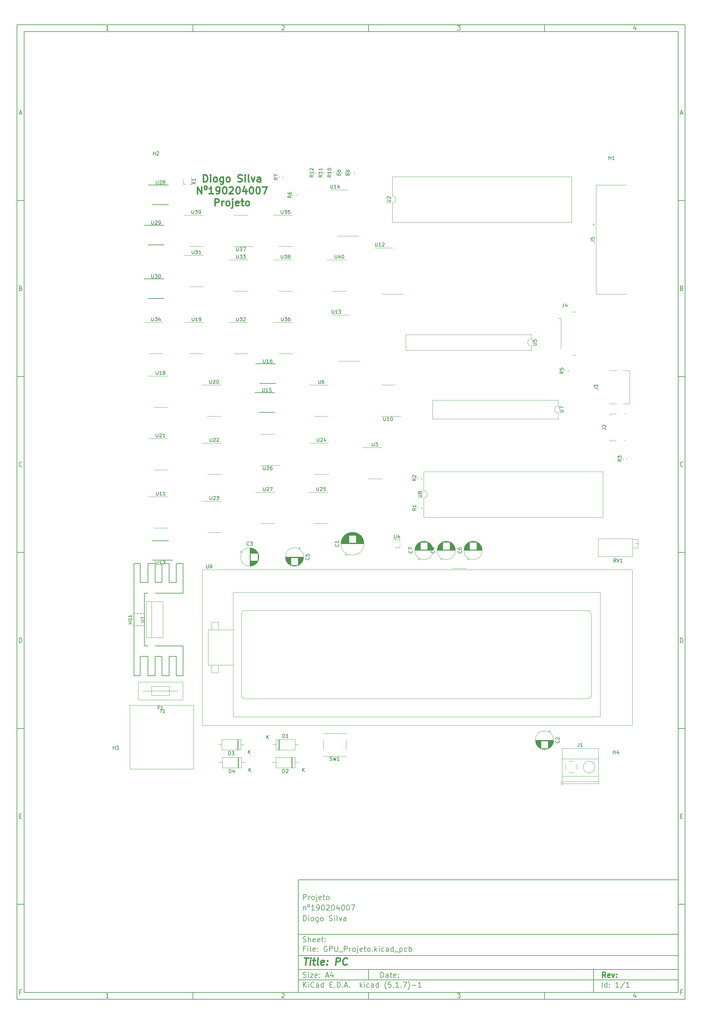
<source format=gbr>
%TF.GenerationSoftware,KiCad,Pcbnew,(5.1.7)-1*%
%TF.CreationDate,2021-02-02T03:53:03+00:00*%
%TF.ProjectId,GPU_Projeto,4750555f-5072-46f6-9a65-746f2e6b6963,rev?*%
%TF.SameCoordinates,Original*%
%TF.FileFunction,Legend,Top*%
%TF.FilePolarity,Positive*%
%FSLAX46Y46*%
G04 Gerber Fmt 4.6, Leading zero omitted, Abs format (unit mm)*
G04 Created by KiCad (PCBNEW (5.1.7)-1) date 2021-02-02 03:53:03*
%MOMM*%
%LPD*%
G01*
G04 APERTURE LIST*
%ADD10C,0.100000*%
%ADD11C,0.150000*%
%ADD12C,0.300000*%
%ADD13C,0.400000*%
%ADD14C,0.120000*%
G04 APERTURE END LIST*
D10*
D11*
X90007200Y-253002200D02*
X90007200Y-285002200D01*
X198007200Y-285002200D01*
X198007200Y-253002200D01*
X90007200Y-253002200D01*
D10*
D11*
X10000000Y-10000000D02*
X10000000Y-287002200D01*
X200007200Y-287002200D01*
X200007200Y-10000000D01*
X10000000Y-10000000D01*
D10*
D11*
X12000000Y-12000000D02*
X12000000Y-285002200D01*
X198007200Y-285002200D01*
X198007200Y-12000000D01*
X12000000Y-12000000D01*
D10*
D11*
X60000000Y-12000000D02*
X60000000Y-10000000D01*
D10*
D11*
X110000000Y-12000000D02*
X110000000Y-10000000D01*
D10*
D11*
X160000000Y-12000000D02*
X160000000Y-10000000D01*
D10*
D11*
X36065476Y-11588095D02*
X35322619Y-11588095D01*
X35694047Y-11588095D02*
X35694047Y-10288095D01*
X35570238Y-10473809D01*
X35446428Y-10597619D01*
X35322619Y-10659523D01*
D10*
D11*
X85322619Y-10411904D02*
X85384523Y-10350000D01*
X85508333Y-10288095D01*
X85817857Y-10288095D01*
X85941666Y-10350000D01*
X86003571Y-10411904D01*
X86065476Y-10535714D01*
X86065476Y-10659523D01*
X86003571Y-10845238D01*
X85260714Y-11588095D01*
X86065476Y-11588095D01*
D10*
D11*
X135260714Y-10288095D02*
X136065476Y-10288095D01*
X135632142Y-10783333D01*
X135817857Y-10783333D01*
X135941666Y-10845238D01*
X136003571Y-10907142D01*
X136065476Y-11030952D01*
X136065476Y-11340476D01*
X136003571Y-11464285D01*
X135941666Y-11526190D01*
X135817857Y-11588095D01*
X135446428Y-11588095D01*
X135322619Y-11526190D01*
X135260714Y-11464285D01*
D10*
D11*
X185941666Y-10721428D02*
X185941666Y-11588095D01*
X185632142Y-10226190D02*
X185322619Y-11154761D01*
X186127380Y-11154761D01*
D10*
D11*
X60000000Y-285002200D02*
X60000000Y-287002200D01*
D10*
D11*
X110000000Y-285002200D02*
X110000000Y-287002200D01*
D10*
D11*
X160000000Y-285002200D02*
X160000000Y-287002200D01*
D10*
D11*
X36065476Y-286590295D02*
X35322619Y-286590295D01*
X35694047Y-286590295D02*
X35694047Y-285290295D01*
X35570238Y-285476009D01*
X35446428Y-285599819D01*
X35322619Y-285661723D01*
D10*
D11*
X85322619Y-285414104D02*
X85384523Y-285352200D01*
X85508333Y-285290295D01*
X85817857Y-285290295D01*
X85941666Y-285352200D01*
X86003571Y-285414104D01*
X86065476Y-285537914D01*
X86065476Y-285661723D01*
X86003571Y-285847438D01*
X85260714Y-286590295D01*
X86065476Y-286590295D01*
D10*
D11*
X135260714Y-285290295D02*
X136065476Y-285290295D01*
X135632142Y-285785533D01*
X135817857Y-285785533D01*
X135941666Y-285847438D01*
X136003571Y-285909342D01*
X136065476Y-286033152D01*
X136065476Y-286342676D01*
X136003571Y-286466485D01*
X135941666Y-286528390D01*
X135817857Y-286590295D01*
X135446428Y-286590295D01*
X135322619Y-286528390D01*
X135260714Y-286466485D01*
D10*
D11*
X185941666Y-285723628D02*
X185941666Y-286590295D01*
X185632142Y-285228390D02*
X185322619Y-286156961D01*
X186127380Y-286156961D01*
D10*
D11*
X10000000Y-60000000D02*
X12000000Y-60000000D01*
D10*
D11*
X10000000Y-110000000D02*
X12000000Y-110000000D01*
D10*
D11*
X10000000Y-160000000D02*
X12000000Y-160000000D01*
D10*
D11*
X10000000Y-210000000D02*
X12000000Y-210000000D01*
D10*
D11*
X10000000Y-260000000D02*
X12000000Y-260000000D01*
D10*
D11*
X10690476Y-35216666D02*
X11309523Y-35216666D01*
X10566666Y-35588095D02*
X11000000Y-34288095D01*
X11433333Y-35588095D01*
D10*
D11*
X11092857Y-84907142D02*
X11278571Y-84969047D01*
X11340476Y-85030952D01*
X11402380Y-85154761D01*
X11402380Y-85340476D01*
X11340476Y-85464285D01*
X11278571Y-85526190D01*
X11154761Y-85588095D01*
X10659523Y-85588095D01*
X10659523Y-84288095D01*
X11092857Y-84288095D01*
X11216666Y-84350000D01*
X11278571Y-84411904D01*
X11340476Y-84535714D01*
X11340476Y-84659523D01*
X11278571Y-84783333D01*
X11216666Y-84845238D01*
X11092857Y-84907142D01*
X10659523Y-84907142D01*
D10*
D11*
X11402380Y-135464285D02*
X11340476Y-135526190D01*
X11154761Y-135588095D01*
X11030952Y-135588095D01*
X10845238Y-135526190D01*
X10721428Y-135402380D01*
X10659523Y-135278571D01*
X10597619Y-135030952D01*
X10597619Y-134845238D01*
X10659523Y-134597619D01*
X10721428Y-134473809D01*
X10845238Y-134350000D01*
X11030952Y-134288095D01*
X11154761Y-134288095D01*
X11340476Y-134350000D01*
X11402380Y-134411904D01*
D10*
D11*
X10659523Y-185588095D02*
X10659523Y-184288095D01*
X10969047Y-184288095D01*
X11154761Y-184350000D01*
X11278571Y-184473809D01*
X11340476Y-184597619D01*
X11402380Y-184845238D01*
X11402380Y-185030952D01*
X11340476Y-185278571D01*
X11278571Y-185402380D01*
X11154761Y-185526190D01*
X10969047Y-185588095D01*
X10659523Y-185588095D01*
D10*
D11*
X10721428Y-234907142D02*
X11154761Y-234907142D01*
X11340476Y-235588095D02*
X10721428Y-235588095D01*
X10721428Y-234288095D01*
X11340476Y-234288095D01*
D10*
D11*
X11185714Y-284907142D02*
X10752380Y-284907142D01*
X10752380Y-285588095D02*
X10752380Y-284288095D01*
X11371428Y-284288095D01*
D10*
D11*
X200007200Y-60000000D02*
X198007200Y-60000000D01*
D10*
D11*
X200007200Y-110000000D02*
X198007200Y-110000000D01*
D10*
D11*
X200007200Y-160000000D02*
X198007200Y-160000000D01*
D10*
D11*
X200007200Y-210000000D02*
X198007200Y-210000000D01*
D10*
D11*
X200007200Y-260000000D02*
X198007200Y-260000000D01*
D10*
D11*
X198697676Y-35216666D02*
X199316723Y-35216666D01*
X198573866Y-35588095D02*
X199007200Y-34288095D01*
X199440533Y-35588095D01*
D10*
D11*
X199100057Y-84907142D02*
X199285771Y-84969047D01*
X199347676Y-85030952D01*
X199409580Y-85154761D01*
X199409580Y-85340476D01*
X199347676Y-85464285D01*
X199285771Y-85526190D01*
X199161961Y-85588095D01*
X198666723Y-85588095D01*
X198666723Y-84288095D01*
X199100057Y-84288095D01*
X199223866Y-84350000D01*
X199285771Y-84411904D01*
X199347676Y-84535714D01*
X199347676Y-84659523D01*
X199285771Y-84783333D01*
X199223866Y-84845238D01*
X199100057Y-84907142D01*
X198666723Y-84907142D01*
D10*
D11*
X199409580Y-135464285D02*
X199347676Y-135526190D01*
X199161961Y-135588095D01*
X199038152Y-135588095D01*
X198852438Y-135526190D01*
X198728628Y-135402380D01*
X198666723Y-135278571D01*
X198604819Y-135030952D01*
X198604819Y-134845238D01*
X198666723Y-134597619D01*
X198728628Y-134473809D01*
X198852438Y-134350000D01*
X199038152Y-134288095D01*
X199161961Y-134288095D01*
X199347676Y-134350000D01*
X199409580Y-134411904D01*
D10*
D11*
X198666723Y-185588095D02*
X198666723Y-184288095D01*
X198976247Y-184288095D01*
X199161961Y-184350000D01*
X199285771Y-184473809D01*
X199347676Y-184597619D01*
X199409580Y-184845238D01*
X199409580Y-185030952D01*
X199347676Y-185278571D01*
X199285771Y-185402380D01*
X199161961Y-185526190D01*
X198976247Y-185588095D01*
X198666723Y-185588095D01*
D10*
D11*
X198728628Y-234907142D02*
X199161961Y-234907142D01*
X199347676Y-235588095D02*
X198728628Y-235588095D01*
X198728628Y-234288095D01*
X199347676Y-234288095D01*
D10*
D11*
X199192914Y-284907142D02*
X198759580Y-284907142D01*
X198759580Y-285588095D02*
X198759580Y-284288095D01*
X199378628Y-284288095D01*
D10*
D11*
X113439342Y-280780771D02*
X113439342Y-279280771D01*
X113796485Y-279280771D01*
X114010771Y-279352200D01*
X114153628Y-279495057D01*
X114225057Y-279637914D01*
X114296485Y-279923628D01*
X114296485Y-280137914D01*
X114225057Y-280423628D01*
X114153628Y-280566485D01*
X114010771Y-280709342D01*
X113796485Y-280780771D01*
X113439342Y-280780771D01*
X115582200Y-280780771D02*
X115582200Y-279995057D01*
X115510771Y-279852200D01*
X115367914Y-279780771D01*
X115082200Y-279780771D01*
X114939342Y-279852200D01*
X115582200Y-280709342D02*
X115439342Y-280780771D01*
X115082200Y-280780771D01*
X114939342Y-280709342D01*
X114867914Y-280566485D01*
X114867914Y-280423628D01*
X114939342Y-280280771D01*
X115082200Y-280209342D01*
X115439342Y-280209342D01*
X115582200Y-280137914D01*
X116082200Y-279780771D02*
X116653628Y-279780771D01*
X116296485Y-279280771D02*
X116296485Y-280566485D01*
X116367914Y-280709342D01*
X116510771Y-280780771D01*
X116653628Y-280780771D01*
X117725057Y-280709342D02*
X117582200Y-280780771D01*
X117296485Y-280780771D01*
X117153628Y-280709342D01*
X117082200Y-280566485D01*
X117082200Y-279995057D01*
X117153628Y-279852200D01*
X117296485Y-279780771D01*
X117582200Y-279780771D01*
X117725057Y-279852200D01*
X117796485Y-279995057D01*
X117796485Y-280137914D01*
X117082200Y-280280771D01*
X118439342Y-280637914D02*
X118510771Y-280709342D01*
X118439342Y-280780771D01*
X118367914Y-280709342D01*
X118439342Y-280637914D01*
X118439342Y-280780771D01*
X118439342Y-279852200D02*
X118510771Y-279923628D01*
X118439342Y-279995057D01*
X118367914Y-279923628D01*
X118439342Y-279852200D01*
X118439342Y-279995057D01*
D10*
D11*
X90007200Y-281502200D02*
X198007200Y-281502200D01*
D10*
D11*
X91439342Y-283580771D02*
X91439342Y-282080771D01*
X92296485Y-283580771D02*
X91653628Y-282723628D01*
X92296485Y-282080771D02*
X91439342Y-282937914D01*
X92939342Y-283580771D02*
X92939342Y-282580771D01*
X92939342Y-282080771D02*
X92867914Y-282152200D01*
X92939342Y-282223628D01*
X93010771Y-282152200D01*
X92939342Y-282080771D01*
X92939342Y-282223628D01*
X94510771Y-283437914D02*
X94439342Y-283509342D01*
X94225057Y-283580771D01*
X94082200Y-283580771D01*
X93867914Y-283509342D01*
X93725057Y-283366485D01*
X93653628Y-283223628D01*
X93582200Y-282937914D01*
X93582200Y-282723628D01*
X93653628Y-282437914D01*
X93725057Y-282295057D01*
X93867914Y-282152200D01*
X94082200Y-282080771D01*
X94225057Y-282080771D01*
X94439342Y-282152200D01*
X94510771Y-282223628D01*
X95796485Y-283580771D02*
X95796485Y-282795057D01*
X95725057Y-282652200D01*
X95582200Y-282580771D01*
X95296485Y-282580771D01*
X95153628Y-282652200D01*
X95796485Y-283509342D02*
X95653628Y-283580771D01*
X95296485Y-283580771D01*
X95153628Y-283509342D01*
X95082200Y-283366485D01*
X95082200Y-283223628D01*
X95153628Y-283080771D01*
X95296485Y-283009342D01*
X95653628Y-283009342D01*
X95796485Y-282937914D01*
X97153628Y-283580771D02*
X97153628Y-282080771D01*
X97153628Y-283509342D02*
X97010771Y-283580771D01*
X96725057Y-283580771D01*
X96582200Y-283509342D01*
X96510771Y-283437914D01*
X96439342Y-283295057D01*
X96439342Y-282866485D01*
X96510771Y-282723628D01*
X96582200Y-282652200D01*
X96725057Y-282580771D01*
X97010771Y-282580771D01*
X97153628Y-282652200D01*
X99010771Y-282795057D02*
X99510771Y-282795057D01*
X99725057Y-283580771D02*
X99010771Y-283580771D01*
X99010771Y-282080771D01*
X99725057Y-282080771D01*
X100367914Y-283437914D02*
X100439342Y-283509342D01*
X100367914Y-283580771D01*
X100296485Y-283509342D01*
X100367914Y-283437914D01*
X100367914Y-283580771D01*
X101082200Y-283580771D02*
X101082200Y-282080771D01*
X101439342Y-282080771D01*
X101653628Y-282152200D01*
X101796485Y-282295057D01*
X101867914Y-282437914D01*
X101939342Y-282723628D01*
X101939342Y-282937914D01*
X101867914Y-283223628D01*
X101796485Y-283366485D01*
X101653628Y-283509342D01*
X101439342Y-283580771D01*
X101082200Y-283580771D01*
X102582200Y-283437914D02*
X102653628Y-283509342D01*
X102582200Y-283580771D01*
X102510771Y-283509342D01*
X102582200Y-283437914D01*
X102582200Y-283580771D01*
X103225057Y-283152200D02*
X103939342Y-283152200D01*
X103082200Y-283580771D02*
X103582200Y-282080771D01*
X104082200Y-283580771D01*
X104582200Y-283437914D02*
X104653628Y-283509342D01*
X104582200Y-283580771D01*
X104510771Y-283509342D01*
X104582200Y-283437914D01*
X104582200Y-283580771D01*
X107582200Y-283580771D02*
X107582200Y-282080771D01*
X107725057Y-283009342D02*
X108153628Y-283580771D01*
X108153628Y-282580771D02*
X107582200Y-283152200D01*
X108796485Y-283580771D02*
X108796485Y-282580771D01*
X108796485Y-282080771D02*
X108725057Y-282152200D01*
X108796485Y-282223628D01*
X108867914Y-282152200D01*
X108796485Y-282080771D01*
X108796485Y-282223628D01*
X110153628Y-283509342D02*
X110010771Y-283580771D01*
X109725057Y-283580771D01*
X109582200Y-283509342D01*
X109510771Y-283437914D01*
X109439342Y-283295057D01*
X109439342Y-282866485D01*
X109510771Y-282723628D01*
X109582200Y-282652200D01*
X109725057Y-282580771D01*
X110010771Y-282580771D01*
X110153628Y-282652200D01*
X111439342Y-283580771D02*
X111439342Y-282795057D01*
X111367914Y-282652200D01*
X111225057Y-282580771D01*
X110939342Y-282580771D01*
X110796485Y-282652200D01*
X111439342Y-283509342D02*
X111296485Y-283580771D01*
X110939342Y-283580771D01*
X110796485Y-283509342D01*
X110725057Y-283366485D01*
X110725057Y-283223628D01*
X110796485Y-283080771D01*
X110939342Y-283009342D01*
X111296485Y-283009342D01*
X111439342Y-282937914D01*
X112796485Y-283580771D02*
X112796485Y-282080771D01*
X112796485Y-283509342D02*
X112653628Y-283580771D01*
X112367914Y-283580771D01*
X112225057Y-283509342D01*
X112153628Y-283437914D01*
X112082200Y-283295057D01*
X112082200Y-282866485D01*
X112153628Y-282723628D01*
X112225057Y-282652200D01*
X112367914Y-282580771D01*
X112653628Y-282580771D01*
X112796485Y-282652200D01*
X115082200Y-284152200D02*
X115010771Y-284080771D01*
X114867914Y-283866485D01*
X114796485Y-283723628D01*
X114725057Y-283509342D01*
X114653628Y-283152200D01*
X114653628Y-282866485D01*
X114725057Y-282509342D01*
X114796485Y-282295057D01*
X114867914Y-282152200D01*
X115010771Y-281937914D01*
X115082200Y-281866485D01*
X116367914Y-282080771D02*
X115653628Y-282080771D01*
X115582200Y-282795057D01*
X115653628Y-282723628D01*
X115796485Y-282652200D01*
X116153628Y-282652200D01*
X116296485Y-282723628D01*
X116367914Y-282795057D01*
X116439342Y-282937914D01*
X116439342Y-283295057D01*
X116367914Y-283437914D01*
X116296485Y-283509342D01*
X116153628Y-283580771D01*
X115796485Y-283580771D01*
X115653628Y-283509342D01*
X115582200Y-283437914D01*
X117082200Y-283437914D02*
X117153628Y-283509342D01*
X117082200Y-283580771D01*
X117010771Y-283509342D01*
X117082200Y-283437914D01*
X117082200Y-283580771D01*
X118582200Y-283580771D02*
X117725057Y-283580771D01*
X118153628Y-283580771D02*
X118153628Y-282080771D01*
X118010771Y-282295057D01*
X117867914Y-282437914D01*
X117725057Y-282509342D01*
X119225057Y-283437914D02*
X119296485Y-283509342D01*
X119225057Y-283580771D01*
X119153628Y-283509342D01*
X119225057Y-283437914D01*
X119225057Y-283580771D01*
X119796485Y-282080771D02*
X120796485Y-282080771D01*
X120153628Y-283580771D01*
X121225057Y-284152200D02*
X121296485Y-284080771D01*
X121439342Y-283866485D01*
X121510771Y-283723628D01*
X121582200Y-283509342D01*
X121653628Y-283152200D01*
X121653628Y-282866485D01*
X121582200Y-282509342D01*
X121510771Y-282295057D01*
X121439342Y-282152200D01*
X121296485Y-281937914D01*
X121225057Y-281866485D01*
X122367914Y-283009342D02*
X123510771Y-283009342D01*
X125010771Y-283580771D02*
X124153628Y-283580771D01*
X124582200Y-283580771D02*
X124582200Y-282080771D01*
X124439342Y-282295057D01*
X124296485Y-282437914D01*
X124153628Y-282509342D01*
D10*
D11*
X90007200Y-278502200D02*
X198007200Y-278502200D01*
D10*
D12*
X177416485Y-280780771D02*
X176916485Y-280066485D01*
X176559342Y-280780771D02*
X176559342Y-279280771D01*
X177130771Y-279280771D01*
X177273628Y-279352200D01*
X177345057Y-279423628D01*
X177416485Y-279566485D01*
X177416485Y-279780771D01*
X177345057Y-279923628D01*
X177273628Y-279995057D01*
X177130771Y-280066485D01*
X176559342Y-280066485D01*
X178630771Y-280709342D02*
X178487914Y-280780771D01*
X178202200Y-280780771D01*
X178059342Y-280709342D01*
X177987914Y-280566485D01*
X177987914Y-279995057D01*
X178059342Y-279852200D01*
X178202200Y-279780771D01*
X178487914Y-279780771D01*
X178630771Y-279852200D01*
X178702200Y-279995057D01*
X178702200Y-280137914D01*
X177987914Y-280280771D01*
X179202200Y-279780771D02*
X179559342Y-280780771D01*
X179916485Y-279780771D01*
X180487914Y-280637914D02*
X180559342Y-280709342D01*
X180487914Y-280780771D01*
X180416485Y-280709342D01*
X180487914Y-280637914D01*
X180487914Y-280780771D01*
X180487914Y-279852200D02*
X180559342Y-279923628D01*
X180487914Y-279995057D01*
X180416485Y-279923628D01*
X180487914Y-279852200D01*
X180487914Y-279995057D01*
D10*
D11*
X91367914Y-280709342D02*
X91582200Y-280780771D01*
X91939342Y-280780771D01*
X92082200Y-280709342D01*
X92153628Y-280637914D01*
X92225057Y-280495057D01*
X92225057Y-280352200D01*
X92153628Y-280209342D01*
X92082200Y-280137914D01*
X91939342Y-280066485D01*
X91653628Y-279995057D01*
X91510771Y-279923628D01*
X91439342Y-279852200D01*
X91367914Y-279709342D01*
X91367914Y-279566485D01*
X91439342Y-279423628D01*
X91510771Y-279352200D01*
X91653628Y-279280771D01*
X92010771Y-279280771D01*
X92225057Y-279352200D01*
X92867914Y-280780771D02*
X92867914Y-279780771D01*
X92867914Y-279280771D02*
X92796485Y-279352200D01*
X92867914Y-279423628D01*
X92939342Y-279352200D01*
X92867914Y-279280771D01*
X92867914Y-279423628D01*
X93439342Y-279780771D02*
X94225057Y-279780771D01*
X93439342Y-280780771D01*
X94225057Y-280780771D01*
X95367914Y-280709342D02*
X95225057Y-280780771D01*
X94939342Y-280780771D01*
X94796485Y-280709342D01*
X94725057Y-280566485D01*
X94725057Y-279995057D01*
X94796485Y-279852200D01*
X94939342Y-279780771D01*
X95225057Y-279780771D01*
X95367914Y-279852200D01*
X95439342Y-279995057D01*
X95439342Y-280137914D01*
X94725057Y-280280771D01*
X96082200Y-280637914D02*
X96153628Y-280709342D01*
X96082200Y-280780771D01*
X96010771Y-280709342D01*
X96082200Y-280637914D01*
X96082200Y-280780771D01*
X96082200Y-279852200D02*
X96153628Y-279923628D01*
X96082200Y-279995057D01*
X96010771Y-279923628D01*
X96082200Y-279852200D01*
X96082200Y-279995057D01*
X97867914Y-280352200D02*
X98582200Y-280352200D01*
X97725057Y-280780771D02*
X98225057Y-279280771D01*
X98725057Y-280780771D01*
X99867914Y-279780771D02*
X99867914Y-280780771D01*
X99510771Y-279209342D02*
X99153628Y-280280771D01*
X100082200Y-280280771D01*
D10*
D11*
X176439342Y-283580771D02*
X176439342Y-282080771D01*
X177796485Y-283580771D02*
X177796485Y-282080771D01*
X177796485Y-283509342D02*
X177653628Y-283580771D01*
X177367914Y-283580771D01*
X177225057Y-283509342D01*
X177153628Y-283437914D01*
X177082200Y-283295057D01*
X177082200Y-282866485D01*
X177153628Y-282723628D01*
X177225057Y-282652200D01*
X177367914Y-282580771D01*
X177653628Y-282580771D01*
X177796485Y-282652200D01*
X178510771Y-283437914D02*
X178582200Y-283509342D01*
X178510771Y-283580771D01*
X178439342Y-283509342D01*
X178510771Y-283437914D01*
X178510771Y-283580771D01*
X178510771Y-282652200D02*
X178582200Y-282723628D01*
X178510771Y-282795057D01*
X178439342Y-282723628D01*
X178510771Y-282652200D01*
X178510771Y-282795057D01*
X181153628Y-283580771D02*
X180296485Y-283580771D01*
X180725057Y-283580771D02*
X180725057Y-282080771D01*
X180582200Y-282295057D01*
X180439342Y-282437914D01*
X180296485Y-282509342D01*
X182867914Y-282009342D02*
X181582200Y-283937914D01*
X184153628Y-283580771D02*
X183296485Y-283580771D01*
X183725057Y-283580771D02*
X183725057Y-282080771D01*
X183582200Y-282295057D01*
X183439342Y-282437914D01*
X183296485Y-282509342D01*
D10*
D11*
X90007200Y-274502200D02*
X198007200Y-274502200D01*
D10*
D13*
X91719580Y-275206961D02*
X92862438Y-275206961D01*
X92041009Y-277206961D02*
X92291009Y-275206961D01*
X93279104Y-277206961D02*
X93445771Y-275873628D01*
X93529104Y-275206961D02*
X93421961Y-275302200D01*
X93505295Y-275397438D01*
X93612438Y-275302200D01*
X93529104Y-275206961D01*
X93505295Y-275397438D01*
X94112438Y-275873628D02*
X94874342Y-275873628D01*
X94481485Y-275206961D02*
X94267200Y-276921247D01*
X94338628Y-277111723D01*
X94517200Y-277206961D01*
X94707676Y-277206961D01*
X95660057Y-277206961D02*
X95481485Y-277111723D01*
X95410057Y-276921247D01*
X95624342Y-275206961D01*
X97195771Y-277111723D02*
X96993390Y-277206961D01*
X96612438Y-277206961D01*
X96433866Y-277111723D01*
X96362438Y-276921247D01*
X96457676Y-276159342D01*
X96576723Y-275968866D01*
X96779104Y-275873628D01*
X97160057Y-275873628D01*
X97338628Y-275968866D01*
X97410057Y-276159342D01*
X97386247Y-276349819D01*
X96410057Y-276540295D01*
X98160057Y-277016485D02*
X98243390Y-277111723D01*
X98136247Y-277206961D01*
X98052914Y-277111723D01*
X98160057Y-277016485D01*
X98136247Y-277206961D01*
X98291009Y-275968866D02*
X98374342Y-276064104D01*
X98267200Y-276159342D01*
X98183866Y-276064104D01*
X98291009Y-275968866D01*
X98267200Y-276159342D01*
X100612438Y-277206961D02*
X100862438Y-275206961D01*
X101624342Y-275206961D01*
X101802914Y-275302200D01*
X101886247Y-275397438D01*
X101957676Y-275587914D01*
X101921961Y-275873628D01*
X101802914Y-276064104D01*
X101695771Y-276159342D01*
X101493390Y-276254580D01*
X100731485Y-276254580D01*
X103779104Y-277016485D02*
X103671961Y-277111723D01*
X103374342Y-277206961D01*
X103183866Y-277206961D01*
X102910057Y-277111723D01*
X102743390Y-276921247D01*
X102671961Y-276730771D01*
X102624342Y-276349819D01*
X102660057Y-276064104D01*
X102802914Y-275683152D01*
X102921961Y-275492676D01*
X103136247Y-275302200D01*
X103433866Y-275206961D01*
X103624342Y-275206961D01*
X103898152Y-275302200D01*
X103981485Y-275397438D01*
D10*
D11*
X91939342Y-272595057D02*
X91439342Y-272595057D01*
X91439342Y-273380771D02*
X91439342Y-271880771D01*
X92153628Y-271880771D01*
X92725057Y-273380771D02*
X92725057Y-272380771D01*
X92725057Y-271880771D02*
X92653628Y-271952200D01*
X92725057Y-272023628D01*
X92796485Y-271952200D01*
X92725057Y-271880771D01*
X92725057Y-272023628D01*
X93653628Y-273380771D02*
X93510771Y-273309342D01*
X93439342Y-273166485D01*
X93439342Y-271880771D01*
X94796485Y-273309342D02*
X94653628Y-273380771D01*
X94367914Y-273380771D01*
X94225057Y-273309342D01*
X94153628Y-273166485D01*
X94153628Y-272595057D01*
X94225057Y-272452200D01*
X94367914Y-272380771D01*
X94653628Y-272380771D01*
X94796485Y-272452200D01*
X94867914Y-272595057D01*
X94867914Y-272737914D01*
X94153628Y-272880771D01*
X95510771Y-273237914D02*
X95582200Y-273309342D01*
X95510771Y-273380771D01*
X95439342Y-273309342D01*
X95510771Y-273237914D01*
X95510771Y-273380771D01*
X95510771Y-272452200D02*
X95582200Y-272523628D01*
X95510771Y-272595057D01*
X95439342Y-272523628D01*
X95510771Y-272452200D01*
X95510771Y-272595057D01*
X98153628Y-271952200D02*
X98010771Y-271880771D01*
X97796485Y-271880771D01*
X97582200Y-271952200D01*
X97439342Y-272095057D01*
X97367914Y-272237914D01*
X97296485Y-272523628D01*
X97296485Y-272737914D01*
X97367914Y-273023628D01*
X97439342Y-273166485D01*
X97582200Y-273309342D01*
X97796485Y-273380771D01*
X97939342Y-273380771D01*
X98153628Y-273309342D01*
X98225057Y-273237914D01*
X98225057Y-272737914D01*
X97939342Y-272737914D01*
X98867914Y-273380771D02*
X98867914Y-271880771D01*
X99439342Y-271880771D01*
X99582200Y-271952200D01*
X99653628Y-272023628D01*
X99725057Y-272166485D01*
X99725057Y-272380771D01*
X99653628Y-272523628D01*
X99582200Y-272595057D01*
X99439342Y-272666485D01*
X98867914Y-272666485D01*
X100367914Y-271880771D02*
X100367914Y-273095057D01*
X100439342Y-273237914D01*
X100510771Y-273309342D01*
X100653628Y-273380771D01*
X100939342Y-273380771D01*
X101082200Y-273309342D01*
X101153628Y-273237914D01*
X101225057Y-273095057D01*
X101225057Y-271880771D01*
X101582200Y-273523628D02*
X102725057Y-273523628D01*
X103082200Y-273380771D02*
X103082200Y-271880771D01*
X103653628Y-271880771D01*
X103796485Y-271952200D01*
X103867914Y-272023628D01*
X103939342Y-272166485D01*
X103939342Y-272380771D01*
X103867914Y-272523628D01*
X103796485Y-272595057D01*
X103653628Y-272666485D01*
X103082200Y-272666485D01*
X104582200Y-273380771D02*
X104582200Y-272380771D01*
X104582200Y-272666485D02*
X104653628Y-272523628D01*
X104725057Y-272452200D01*
X104867914Y-272380771D01*
X105010771Y-272380771D01*
X105725057Y-273380771D02*
X105582200Y-273309342D01*
X105510771Y-273237914D01*
X105439342Y-273095057D01*
X105439342Y-272666485D01*
X105510771Y-272523628D01*
X105582200Y-272452200D01*
X105725057Y-272380771D01*
X105939342Y-272380771D01*
X106082200Y-272452200D01*
X106153628Y-272523628D01*
X106225057Y-272666485D01*
X106225057Y-273095057D01*
X106153628Y-273237914D01*
X106082200Y-273309342D01*
X105939342Y-273380771D01*
X105725057Y-273380771D01*
X106867914Y-272380771D02*
X106867914Y-273666485D01*
X106796485Y-273809342D01*
X106653628Y-273880771D01*
X106582200Y-273880771D01*
X106867914Y-271880771D02*
X106796485Y-271952200D01*
X106867914Y-272023628D01*
X106939342Y-271952200D01*
X106867914Y-271880771D01*
X106867914Y-272023628D01*
X108153628Y-273309342D02*
X108010771Y-273380771D01*
X107725057Y-273380771D01*
X107582200Y-273309342D01*
X107510771Y-273166485D01*
X107510771Y-272595057D01*
X107582200Y-272452200D01*
X107725057Y-272380771D01*
X108010771Y-272380771D01*
X108153628Y-272452200D01*
X108225057Y-272595057D01*
X108225057Y-272737914D01*
X107510771Y-272880771D01*
X108653628Y-272380771D02*
X109225057Y-272380771D01*
X108867914Y-271880771D02*
X108867914Y-273166485D01*
X108939342Y-273309342D01*
X109082200Y-273380771D01*
X109225057Y-273380771D01*
X109939342Y-273380771D02*
X109796485Y-273309342D01*
X109725057Y-273237914D01*
X109653628Y-273095057D01*
X109653628Y-272666485D01*
X109725057Y-272523628D01*
X109796485Y-272452200D01*
X109939342Y-272380771D01*
X110153628Y-272380771D01*
X110296485Y-272452200D01*
X110367914Y-272523628D01*
X110439342Y-272666485D01*
X110439342Y-273095057D01*
X110367914Y-273237914D01*
X110296485Y-273309342D01*
X110153628Y-273380771D01*
X109939342Y-273380771D01*
X111082200Y-273237914D02*
X111153628Y-273309342D01*
X111082200Y-273380771D01*
X111010771Y-273309342D01*
X111082200Y-273237914D01*
X111082200Y-273380771D01*
X111796485Y-273380771D02*
X111796485Y-271880771D01*
X111939342Y-272809342D02*
X112367914Y-273380771D01*
X112367914Y-272380771D02*
X111796485Y-272952200D01*
X113010771Y-273380771D02*
X113010771Y-272380771D01*
X113010771Y-271880771D02*
X112939342Y-271952200D01*
X113010771Y-272023628D01*
X113082200Y-271952200D01*
X113010771Y-271880771D01*
X113010771Y-272023628D01*
X114367914Y-273309342D02*
X114225057Y-273380771D01*
X113939342Y-273380771D01*
X113796485Y-273309342D01*
X113725057Y-273237914D01*
X113653628Y-273095057D01*
X113653628Y-272666485D01*
X113725057Y-272523628D01*
X113796485Y-272452200D01*
X113939342Y-272380771D01*
X114225057Y-272380771D01*
X114367914Y-272452200D01*
X115653628Y-273380771D02*
X115653628Y-272595057D01*
X115582200Y-272452200D01*
X115439342Y-272380771D01*
X115153628Y-272380771D01*
X115010771Y-272452200D01*
X115653628Y-273309342D02*
X115510771Y-273380771D01*
X115153628Y-273380771D01*
X115010771Y-273309342D01*
X114939342Y-273166485D01*
X114939342Y-273023628D01*
X115010771Y-272880771D01*
X115153628Y-272809342D01*
X115510771Y-272809342D01*
X115653628Y-272737914D01*
X117010771Y-273380771D02*
X117010771Y-271880771D01*
X117010771Y-273309342D02*
X116867914Y-273380771D01*
X116582200Y-273380771D01*
X116439342Y-273309342D01*
X116367914Y-273237914D01*
X116296485Y-273095057D01*
X116296485Y-272666485D01*
X116367914Y-272523628D01*
X116439342Y-272452200D01*
X116582200Y-272380771D01*
X116867914Y-272380771D01*
X117010771Y-272452200D01*
X117367914Y-273523628D02*
X118510771Y-273523628D01*
X118867914Y-272380771D02*
X118867914Y-273880771D01*
X118867914Y-272452200D02*
X119010771Y-272380771D01*
X119296485Y-272380771D01*
X119439342Y-272452200D01*
X119510771Y-272523628D01*
X119582200Y-272666485D01*
X119582200Y-273095057D01*
X119510771Y-273237914D01*
X119439342Y-273309342D01*
X119296485Y-273380771D01*
X119010771Y-273380771D01*
X118867914Y-273309342D01*
X120867914Y-273309342D02*
X120725057Y-273380771D01*
X120439342Y-273380771D01*
X120296485Y-273309342D01*
X120225057Y-273237914D01*
X120153628Y-273095057D01*
X120153628Y-272666485D01*
X120225057Y-272523628D01*
X120296485Y-272452200D01*
X120439342Y-272380771D01*
X120725057Y-272380771D01*
X120867914Y-272452200D01*
X121510771Y-273380771D02*
X121510771Y-271880771D01*
X121510771Y-272452200D02*
X121653628Y-272380771D01*
X121939342Y-272380771D01*
X122082200Y-272452200D01*
X122153628Y-272523628D01*
X122225057Y-272666485D01*
X122225057Y-273095057D01*
X122153628Y-273237914D01*
X122082200Y-273309342D01*
X121939342Y-273380771D01*
X121653628Y-273380771D01*
X121510771Y-273309342D01*
D10*
D11*
X90007200Y-268502200D02*
X198007200Y-268502200D01*
D10*
D11*
X91367914Y-270609342D02*
X91582200Y-270680771D01*
X91939342Y-270680771D01*
X92082200Y-270609342D01*
X92153628Y-270537914D01*
X92225057Y-270395057D01*
X92225057Y-270252200D01*
X92153628Y-270109342D01*
X92082200Y-270037914D01*
X91939342Y-269966485D01*
X91653628Y-269895057D01*
X91510771Y-269823628D01*
X91439342Y-269752200D01*
X91367914Y-269609342D01*
X91367914Y-269466485D01*
X91439342Y-269323628D01*
X91510771Y-269252200D01*
X91653628Y-269180771D01*
X92010771Y-269180771D01*
X92225057Y-269252200D01*
X92867914Y-270680771D02*
X92867914Y-269180771D01*
X93510771Y-270680771D02*
X93510771Y-269895057D01*
X93439342Y-269752200D01*
X93296485Y-269680771D01*
X93082200Y-269680771D01*
X92939342Y-269752200D01*
X92867914Y-269823628D01*
X94796485Y-270609342D02*
X94653628Y-270680771D01*
X94367914Y-270680771D01*
X94225057Y-270609342D01*
X94153628Y-270466485D01*
X94153628Y-269895057D01*
X94225057Y-269752200D01*
X94367914Y-269680771D01*
X94653628Y-269680771D01*
X94796485Y-269752200D01*
X94867914Y-269895057D01*
X94867914Y-270037914D01*
X94153628Y-270180771D01*
X96082200Y-270609342D02*
X95939342Y-270680771D01*
X95653628Y-270680771D01*
X95510771Y-270609342D01*
X95439342Y-270466485D01*
X95439342Y-269895057D01*
X95510771Y-269752200D01*
X95653628Y-269680771D01*
X95939342Y-269680771D01*
X96082200Y-269752200D01*
X96153628Y-269895057D01*
X96153628Y-270037914D01*
X95439342Y-270180771D01*
X96582200Y-269680771D02*
X97153628Y-269680771D01*
X96796485Y-269180771D02*
X96796485Y-270466485D01*
X96867914Y-270609342D01*
X97010771Y-270680771D01*
X97153628Y-270680771D01*
X97653628Y-270537914D02*
X97725057Y-270609342D01*
X97653628Y-270680771D01*
X97582200Y-270609342D01*
X97653628Y-270537914D01*
X97653628Y-270680771D01*
X97653628Y-269752200D02*
X97725057Y-269823628D01*
X97653628Y-269895057D01*
X97582200Y-269823628D01*
X97653628Y-269752200D01*
X97653628Y-269895057D01*
D10*
D11*
X91439342Y-264680771D02*
X91439342Y-263180771D01*
X91796485Y-263180771D01*
X92010771Y-263252200D01*
X92153628Y-263395057D01*
X92225057Y-263537914D01*
X92296485Y-263823628D01*
X92296485Y-264037914D01*
X92225057Y-264323628D01*
X92153628Y-264466485D01*
X92010771Y-264609342D01*
X91796485Y-264680771D01*
X91439342Y-264680771D01*
X92939342Y-264680771D02*
X92939342Y-263680771D01*
X92939342Y-263180771D02*
X92867914Y-263252200D01*
X92939342Y-263323628D01*
X93010771Y-263252200D01*
X92939342Y-263180771D01*
X92939342Y-263323628D01*
X93867914Y-264680771D02*
X93725057Y-264609342D01*
X93653628Y-264537914D01*
X93582200Y-264395057D01*
X93582200Y-263966485D01*
X93653628Y-263823628D01*
X93725057Y-263752200D01*
X93867914Y-263680771D01*
X94082200Y-263680771D01*
X94225057Y-263752200D01*
X94296485Y-263823628D01*
X94367914Y-263966485D01*
X94367914Y-264395057D01*
X94296485Y-264537914D01*
X94225057Y-264609342D01*
X94082200Y-264680771D01*
X93867914Y-264680771D01*
X95653628Y-263680771D02*
X95653628Y-264895057D01*
X95582200Y-265037914D01*
X95510771Y-265109342D01*
X95367914Y-265180771D01*
X95153628Y-265180771D01*
X95010771Y-265109342D01*
X95653628Y-264609342D02*
X95510771Y-264680771D01*
X95225057Y-264680771D01*
X95082200Y-264609342D01*
X95010771Y-264537914D01*
X94939342Y-264395057D01*
X94939342Y-263966485D01*
X95010771Y-263823628D01*
X95082200Y-263752200D01*
X95225057Y-263680771D01*
X95510771Y-263680771D01*
X95653628Y-263752200D01*
X96582200Y-264680771D02*
X96439342Y-264609342D01*
X96367914Y-264537914D01*
X96296485Y-264395057D01*
X96296485Y-263966485D01*
X96367914Y-263823628D01*
X96439342Y-263752200D01*
X96582200Y-263680771D01*
X96796485Y-263680771D01*
X96939342Y-263752200D01*
X97010771Y-263823628D01*
X97082200Y-263966485D01*
X97082200Y-264395057D01*
X97010771Y-264537914D01*
X96939342Y-264609342D01*
X96796485Y-264680771D01*
X96582200Y-264680771D01*
X98796485Y-264609342D02*
X99010771Y-264680771D01*
X99367914Y-264680771D01*
X99510771Y-264609342D01*
X99582200Y-264537914D01*
X99653628Y-264395057D01*
X99653628Y-264252200D01*
X99582200Y-264109342D01*
X99510771Y-264037914D01*
X99367914Y-263966485D01*
X99082200Y-263895057D01*
X98939342Y-263823628D01*
X98867914Y-263752200D01*
X98796485Y-263609342D01*
X98796485Y-263466485D01*
X98867914Y-263323628D01*
X98939342Y-263252200D01*
X99082200Y-263180771D01*
X99439342Y-263180771D01*
X99653628Y-263252200D01*
X100296485Y-264680771D02*
X100296485Y-263680771D01*
X100296485Y-263180771D02*
X100225057Y-263252200D01*
X100296485Y-263323628D01*
X100367914Y-263252200D01*
X100296485Y-263180771D01*
X100296485Y-263323628D01*
X101225057Y-264680771D02*
X101082200Y-264609342D01*
X101010771Y-264466485D01*
X101010771Y-263180771D01*
X101653628Y-263680771D02*
X102010771Y-264680771D01*
X102367914Y-263680771D01*
X103582200Y-264680771D02*
X103582200Y-263895057D01*
X103510771Y-263752200D01*
X103367914Y-263680771D01*
X103082200Y-263680771D01*
X102939342Y-263752200D01*
X103582200Y-264609342D02*
X103439342Y-264680771D01*
X103082200Y-264680771D01*
X102939342Y-264609342D01*
X102867914Y-264466485D01*
X102867914Y-264323628D01*
X102939342Y-264180771D01*
X103082200Y-264109342D01*
X103439342Y-264109342D01*
X103582200Y-264037914D01*
D10*
D11*
X91439342Y-260680771D02*
X91439342Y-261680771D01*
X91439342Y-260823628D02*
X91510771Y-260752200D01*
X91653628Y-260680771D01*
X91867914Y-260680771D01*
X92010771Y-260752200D01*
X92082200Y-260895057D01*
X92082200Y-261680771D01*
X92867914Y-260752200D02*
X92725057Y-260680771D01*
X92653628Y-260537914D01*
X92653628Y-260252200D01*
X92725057Y-260109342D01*
X92867914Y-260037914D01*
X93010771Y-260037914D01*
X93153628Y-260109342D01*
X93225057Y-260252200D01*
X93225057Y-260537914D01*
X93153628Y-260680771D01*
X93010771Y-260752200D01*
X92867914Y-260752200D01*
X94582200Y-261680771D02*
X93725057Y-261680771D01*
X94153628Y-261680771D02*
X94153628Y-260180771D01*
X94010771Y-260395057D01*
X93867914Y-260537914D01*
X93725057Y-260609342D01*
X95296485Y-261680771D02*
X95582200Y-261680771D01*
X95725057Y-261609342D01*
X95796485Y-261537914D01*
X95939342Y-261323628D01*
X96010771Y-261037914D01*
X96010771Y-260466485D01*
X95939342Y-260323628D01*
X95867914Y-260252200D01*
X95725057Y-260180771D01*
X95439342Y-260180771D01*
X95296485Y-260252200D01*
X95225057Y-260323628D01*
X95153628Y-260466485D01*
X95153628Y-260823628D01*
X95225057Y-260966485D01*
X95296485Y-261037914D01*
X95439342Y-261109342D01*
X95725057Y-261109342D01*
X95867914Y-261037914D01*
X95939342Y-260966485D01*
X96010771Y-260823628D01*
X96939342Y-260180771D02*
X97082200Y-260180771D01*
X97225057Y-260252200D01*
X97296485Y-260323628D01*
X97367914Y-260466485D01*
X97439342Y-260752200D01*
X97439342Y-261109342D01*
X97367914Y-261395057D01*
X97296485Y-261537914D01*
X97225057Y-261609342D01*
X97082200Y-261680771D01*
X96939342Y-261680771D01*
X96796485Y-261609342D01*
X96725057Y-261537914D01*
X96653628Y-261395057D01*
X96582200Y-261109342D01*
X96582200Y-260752200D01*
X96653628Y-260466485D01*
X96725057Y-260323628D01*
X96796485Y-260252200D01*
X96939342Y-260180771D01*
X98010771Y-260323628D02*
X98082200Y-260252200D01*
X98225057Y-260180771D01*
X98582200Y-260180771D01*
X98725057Y-260252200D01*
X98796485Y-260323628D01*
X98867914Y-260466485D01*
X98867914Y-260609342D01*
X98796485Y-260823628D01*
X97939342Y-261680771D01*
X98867914Y-261680771D01*
X99796485Y-260180771D02*
X99939342Y-260180771D01*
X100082200Y-260252200D01*
X100153628Y-260323628D01*
X100225057Y-260466485D01*
X100296485Y-260752200D01*
X100296485Y-261109342D01*
X100225057Y-261395057D01*
X100153628Y-261537914D01*
X100082200Y-261609342D01*
X99939342Y-261680771D01*
X99796485Y-261680771D01*
X99653628Y-261609342D01*
X99582200Y-261537914D01*
X99510771Y-261395057D01*
X99439342Y-261109342D01*
X99439342Y-260752200D01*
X99510771Y-260466485D01*
X99582200Y-260323628D01*
X99653628Y-260252200D01*
X99796485Y-260180771D01*
X101582200Y-260680771D02*
X101582200Y-261680771D01*
X101225057Y-260109342D02*
X100867914Y-261180771D01*
X101796485Y-261180771D01*
X102653628Y-260180771D02*
X102796485Y-260180771D01*
X102939342Y-260252200D01*
X103010771Y-260323628D01*
X103082200Y-260466485D01*
X103153628Y-260752200D01*
X103153628Y-261109342D01*
X103082200Y-261395057D01*
X103010771Y-261537914D01*
X102939342Y-261609342D01*
X102796485Y-261680771D01*
X102653628Y-261680771D01*
X102510771Y-261609342D01*
X102439342Y-261537914D01*
X102367914Y-261395057D01*
X102296485Y-261109342D01*
X102296485Y-260752200D01*
X102367914Y-260466485D01*
X102439342Y-260323628D01*
X102510771Y-260252200D01*
X102653628Y-260180771D01*
X104082200Y-260180771D02*
X104225057Y-260180771D01*
X104367914Y-260252200D01*
X104439342Y-260323628D01*
X104510771Y-260466485D01*
X104582200Y-260752200D01*
X104582200Y-261109342D01*
X104510771Y-261395057D01*
X104439342Y-261537914D01*
X104367914Y-261609342D01*
X104225057Y-261680771D01*
X104082200Y-261680771D01*
X103939342Y-261609342D01*
X103867914Y-261537914D01*
X103796485Y-261395057D01*
X103725057Y-261109342D01*
X103725057Y-260752200D01*
X103796485Y-260466485D01*
X103867914Y-260323628D01*
X103939342Y-260252200D01*
X104082200Y-260180771D01*
X105082200Y-260180771D02*
X106082200Y-260180771D01*
X105439342Y-261680771D01*
D10*
D11*
X91439342Y-258680771D02*
X91439342Y-257180771D01*
X92010771Y-257180771D01*
X92153628Y-257252200D01*
X92225057Y-257323628D01*
X92296485Y-257466485D01*
X92296485Y-257680771D01*
X92225057Y-257823628D01*
X92153628Y-257895057D01*
X92010771Y-257966485D01*
X91439342Y-257966485D01*
X92939342Y-258680771D02*
X92939342Y-257680771D01*
X92939342Y-257966485D02*
X93010771Y-257823628D01*
X93082200Y-257752200D01*
X93225057Y-257680771D01*
X93367914Y-257680771D01*
X94082200Y-258680771D02*
X93939342Y-258609342D01*
X93867914Y-258537914D01*
X93796485Y-258395057D01*
X93796485Y-257966485D01*
X93867914Y-257823628D01*
X93939342Y-257752200D01*
X94082200Y-257680771D01*
X94296485Y-257680771D01*
X94439342Y-257752200D01*
X94510771Y-257823628D01*
X94582200Y-257966485D01*
X94582200Y-258395057D01*
X94510771Y-258537914D01*
X94439342Y-258609342D01*
X94296485Y-258680771D01*
X94082200Y-258680771D01*
X95225057Y-257680771D02*
X95225057Y-258966485D01*
X95153628Y-259109342D01*
X95010771Y-259180771D01*
X94939342Y-259180771D01*
X95225057Y-257180771D02*
X95153628Y-257252200D01*
X95225057Y-257323628D01*
X95296485Y-257252200D01*
X95225057Y-257180771D01*
X95225057Y-257323628D01*
X96510771Y-258609342D02*
X96367914Y-258680771D01*
X96082200Y-258680771D01*
X95939342Y-258609342D01*
X95867914Y-258466485D01*
X95867914Y-257895057D01*
X95939342Y-257752200D01*
X96082200Y-257680771D01*
X96367914Y-257680771D01*
X96510771Y-257752200D01*
X96582200Y-257895057D01*
X96582200Y-258037914D01*
X95867914Y-258180771D01*
X97010771Y-257680771D02*
X97582200Y-257680771D01*
X97225057Y-257180771D02*
X97225057Y-258466485D01*
X97296485Y-258609342D01*
X97439342Y-258680771D01*
X97582200Y-258680771D01*
X98296485Y-258680771D02*
X98153628Y-258609342D01*
X98082200Y-258537914D01*
X98010771Y-258395057D01*
X98010771Y-257966485D01*
X98082200Y-257823628D01*
X98153628Y-257752200D01*
X98296485Y-257680771D01*
X98510771Y-257680771D01*
X98653628Y-257752200D01*
X98725057Y-257823628D01*
X98796485Y-257966485D01*
X98796485Y-258395057D01*
X98725057Y-258537914D01*
X98653628Y-258609342D01*
X98510771Y-258680771D01*
X98296485Y-258680771D01*
D10*
D11*
X110007200Y-278502200D02*
X110007200Y-281502200D01*
D10*
D11*
X174007200Y-278502200D02*
X174007200Y-285002200D01*
D13*
X63024761Y-54654761D02*
X63024761Y-52654761D01*
X63500952Y-52654761D01*
X63786666Y-52750000D01*
X63977142Y-52940476D01*
X64072380Y-53130952D01*
X64167619Y-53511904D01*
X64167619Y-53797619D01*
X64072380Y-54178571D01*
X63977142Y-54369047D01*
X63786666Y-54559523D01*
X63500952Y-54654761D01*
X63024761Y-54654761D01*
X65024761Y-54654761D02*
X65024761Y-53321428D01*
X65024761Y-52654761D02*
X64929523Y-52750000D01*
X65024761Y-52845238D01*
X65120000Y-52750000D01*
X65024761Y-52654761D01*
X65024761Y-52845238D01*
X66262857Y-54654761D02*
X66072380Y-54559523D01*
X65977142Y-54464285D01*
X65881904Y-54273809D01*
X65881904Y-53702380D01*
X65977142Y-53511904D01*
X66072380Y-53416666D01*
X66262857Y-53321428D01*
X66548571Y-53321428D01*
X66739047Y-53416666D01*
X66834285Y-53511904D01*
X66929523Y-53702380D01*
X66929523Y-54273809D01*
X66834285Y-54464285D01*
X66739047Y-54559523D01*
X66548571Y-54654761D01*
X66262857Y-54654761D01*
X68643809Y-53321428D02*
X68643809Y-54940476D01*
X68548571Y-55130952D01*
X68453333Y-55226190D01*
X68262857Y-55321428D01*
X67977142Y-55321428D01*
X67786666Y-55226190D01*
X68643809Y-54559523D02*
X68453333Y-54654761D01*
X68072380Y-54654761D01*
X67881904Y-54559523D01*
X67786666Y-54464285D01*
X67691428Y-54273809D01*
X67691428Y-53702380D01*
X67786666Y-53511904D01*
X67881904Y-53416666D01*
X68072380Y-53321428D01*
X68453333Y-53321428D01*
X68643809Y-53416666D01*
X69881904Y-54654761D02*
X69691428Y-54559523D01*
X69596190Y-54464285D01*
X69500952Y-54273809D01*
X69500952Y-53702380D01*
X69596190Y-53511904D01*
X69691428Y-53416666D01*
X69881904Y-53321428D01*
X70167619Y-53321428D01*
X70358095Y-53416666D01*
X70453333Y-53511904D01*
X70548571Y-53702380D01*
X70548571Y-54273809D01*
X70453333Y-54464285D01*
X70358095Y-54559523D01*
X70167619Y-54654761D01*
X69881904Y-54654761D01*
X72834285Y-54559523D02*
X73120000Y-54654761D01*
X73596190Y-54654761D01*
X73786666Y-54559523D01*
X73881904Y-54464285D01*
X73977142Y-54273809D01*
X73977142Y-54083333D01*
X73881904Y-53892857D01*
X73786666Y-53797619D01*
X73596190Y-53702380D01*
X73215238Y-53607142D01*
X73024761Y-53511904D01*
X72929523Y-53416666D01*
X72834285Y-53226190D01*
X72834285Y-53035714D01*
X72929523Y-52845238D01*
X73024761Y-52750000D01*
X73215238Y-52654761D01*
X73691428Y-52654761D01*
X73977142Y-52750000D01*
X74834285Y-54654761D02*
X74834285Y-53321428D01*
X74834285Y-52654761D02*
X74739047Y-52750000D01*
X74834285Y-52845238D01*
X74929523Y-52750000D01*
X74834285Y-52654761D01*
X74834285Y-52845238D01*
X76072380Y-54654761D02*
X75881904Y-54559523D01*
X75786666Y-54369047D01*
X75786666Y-52654761D01*
X76643809Y-53321428D02*
X77120000Y-54654761D01*
X77596190Y-53321428D01*
X79215238Y-54654761D02*
X79215238Y-53607142D01*
X79120000Y-53416666D01*
X78929523Y-53321428D01*
X78548571Y-53321428D01*
X78358095Y-53416666D01*
X79215238Y-54559523D02*
X79024761Y-54654761D01*
X78548571Y-54654761D01*
X78358095Y-54559523D01*
X78262857Y-54369047D01*
X78262857Y-54178571D01*
X78358095Y-53988095D01*
X78548571Y-53892857D01*
X79024761Y-53892857D01*
X79215238Y-53797619D01*
X61310476Y-58054761D02*
X61310476Y-56054761D01*
X62453333Y-58054761D01*
X62453333Y-56054761D01*
X63500952Y-56816666D02*
X63310476Y-56721428D01*
X63215238Y-56530952D01*
X63215238Y-56150000D01*
X63310476Y-55959523D01*
X63500952Y-55864285D01*
X63691428Y-55864285D01*
X63881904Y-55959523D01*
X63977142Y-56150000D01*
X63977142Y-56530952D01*
X63881904Y-56721428D01*
X63691428Y-56816666D01*
X63500952Y-56816666D01*
X65786666Y-58054761D02*
X64643809Y-58054761D01*
X65215238Y-58054761D02*
X65215238Y-56054761D01*
X65024761Y-56340476D01*
X64834285Y-56530952D01*
X64643809Y-56626190D01*
X66739047Y-58054761D02*
X67120000Y-58054761D01*
X67310476Y-57959523D01*
X67405714Y-57864285D01*
X67596190Y-57578571D01*
X67691428Y-57197619D01*
X67691428Y-56435714D01*
X67596190Y-56245238D01*
X67500952Y-56150000D01*
X67310476Y-56054761D01*
X66929523Y-56054761D01*
X66739047Y-56150000D01*
X66643809Y-56245238D01*
X66548571Y-56435714D01*
X66548571Y-56911904D01*
X66643809Y-57102380D01*
X66739047Y-57197619D01*
X66929523Y-57292857D01*
X67310476Y-57292857D01*
X67500952Y-57197619D01*
X67596190Y-57102380D01*
X67691428Y-56911904D01*
X68929523Y-56054761D02*
X69120000Y-56054761D01*
X69310476Y-56150000D01*
X69405714Y-56245238D01*
X69500952Y-56435714D01*
X69596190Y-56816666D01*
X69596190Y-57292857D01*
X69500952Y-57673809D01*
X69405714Y-57864285D01*
X69310476Y-57959523D01*
X69120000Y-58054761D01*
X68929523Y-58054761D01*
X68739047Y-57959523D01*
X68643809Y-57864285D01*
X68548571Y-57673809D01*
X68453333Y-57292857D01*
X68453333Y-56816666D01*
X68548571Y-56435714D01*
X68643809Y-56245238D01*
X68739047Y-56150000D01*
X68929523Y-56054761D01*
X70358095Y-56245238D02*
X70453333Y-56150000D01*
X70643809Y-56054761D01*
X71120000Y-56054761D01*
X71310476Y-56150000D01*
X71405714Y-56245238D01*
X71500952Y-56435714D01*
X71500952Y-56626190D01*
X71405714Y-56911904D01*
X70262857Y-58054761D01*
X71500952Y-58054761D01*
X72739047Y-56054761D02*
X72929523Y-56054761D01*
X73120000Y-56150000D01*
X73215238Y-56245238D01*
X73310476Y-56435714D01*
X73405714Y-56816666D01*
X73405714Y-57292857D01*
X73310476Y-57673809D01*
X73215238Y-57864285D01*
X73120000Y-57959523D01*
X72929523Y-58054761D01*
X72739047Y-58054761D01*
X72548571Y-57959523D01*
X72453333Y-57864285D01*
X72358095Y-57673809D01*
X72262857Y-57292857D01*
X72262857Y-56816666D01*
X72358095Y-56435714D01*
X72453333Y-56245238D01*
X72548571Y-56150000D01*
X72739047Y-56054761D01*
X75120000Y-56721428D02*
X75120000Y-58054761D01*
X74643809Y-55959523D02*
X74167619Y-57388095D01*
X75405714Y-57388095D01*
X76548571Y-56054761D02*
X76739047Y-56054761D01*
X76929523Y-56150000D01*
X77024761Y-56245238D01*
X77120000Y-56435714D01*
X77215238Y-56816666D01*
X77215238Y-57292857D01*
X77120000Y-57673809D01*
X77024761Y-57864285D01*
X76929523Y-57959523D01*
X76739047Y-58054761D01*
X76548571Y-58054761D01*
X76358095Y-57959523D01*
X76262857Y-57864285D01*
X76167619Y-57673809D01*
X76072380Y-57292857D01*
X76072380Y-56816666D01*
X76167619Y-56435714D01*
X76262857Y-56245238D01*
X76358095Y-56150000D01*
X76548571Y-56054761D01*
X78453333Y-56054761D02*
X78643809Y-56054761D01*
X78834285Y-56150000D01*
X78929523Y-56245238D01*
X79024761Y-56435714D01*
X79120000Y-56816666D01*
X79120000Y-57292857D01*
X79024761Y-57673809D01*
X78929523Y-57864285D01*
X78834285Y-57959523D01*
X78643809Y-58054761D01*
X78453333Y-58054761D01*
X78262857Y-57959523D01*
X78167619Y-57864285D01*
X78072380Y-57673809D01*
X77977142Y-57292857D01*
X77977142Y-56816666D01*
X78072380Y-56435714D01*
X78167619Y-56245238D01*
X78262857Y-56150000D01*
X78453333Y-56054761D01*
X79786666Y-56054761D02*
X81120000Y-56054761D01*
X80262857Y-58054761D01*
X66262857Y-61454761D02*
X66262857Y-59454761D01*
X67024761Y-59454761D01*
X67215238Y-59550000D01*
X67310476Y-59645238D01*
X67405714Y-59835714D01*
X67405714Y-60121428D01*
X67310476Y-60311904D01*
X67215238Y-60407142D01*
X67024761Y-60502380D01*
X66262857Y-60502380D01*
X68262857Y-61454761D02*
X68262857Y-60121428D01*
X68262857Y-60502380D02*
X68358095Y-60311904D01*
X68453333Y-60216666D01*
X68643809Y-60121428D01*
X68834285Y-60121428D01*
X69786666Y-61454761D02*
X69596190Y-61359523D01*
X69500952Y-61264285D01*
X69405714Y-61073809D01*
X69405714Y-60502380D01*
X69500952Y-60311904D01*
X69596190Y-60216666D01*
X69786666Y-60121428D01*
X70072380Y-60121428D01*
X70262857Y-60216666D01*
X70358095Y-60311904D01*
X70453333Y-60502380D01*
X70453333Y-61073809D01*
X70358095Y-61264285D01*
X70262857Y-61359523D01*
X70072380Y-61454761D01*
X69786666Y-61454761D01*
X71310476Y-60121428D02*
X71310476Y-61835714D01*
X71215238Y-62026190D01*
X71024761Y-62121428D01*
X70929523Y-62121428D01*
X71310476Y-59454761D02*
X71215238Y-59550000D01*
X71310476Y-59645238D01*
X71405714Y-59550000D01*
X71310476Y-59454761D01*
X71310476Y-59645238D01*
X73024761Y-61359523D02*
X72834285Y-61454761D01*
X72453333Y-61454761D01*
X72262857Y-61359523D01*
X72167619Y-61169047D01*
X72167619Y-60407142D01*
X72262857Y-60216666D01*
X72453333Y-60121428D01*
X72834285Y-60121428D01*
X73024761Y-60216666D01*
X73120000Y-60407142D01*
X73120000Y-60597619D01*
X72167619Y-60788095D01*
X73691428Y-60121428D02*
X74453333Y-60121428D01*
X73977142Y-59454761D02*
X73977142Y-61169047D01*
X74072380Y-61359523D01*
X74262857Y-61454761D01*
X74453333Y-61454761D01*
X75405714Y-61454761D02*
X75215238Y-61359523D01*
X75120000Y-61264285D01*
X75024761Y-61073809D01*
X75024761Y-60502380D01*
X75120000Y-60311904D01*
X75215238Y-60216666D01*
X75405714Y-60121428D01*
X75691428Y-60121428D01*
X75881904Y-60216666D01*
X75977142Y-60311904D01*
X76072380Y-60502380D01*
X76072380Y-61073809D01*
X75977142Y-61264285D01*
X75881904Y-61359523D01*
X75691428Y-61454761D01*
X75405714Y-61454761D01*
D14*
%TO.C,T1*%
X42110000Y-203390000D02*
X60210000Y-203390000D01*
X42110000Y-221490000D02*
X42110000Y-203390000D01*
X60210000Y-221540000D02*
X42110000Y-221490000D01*
X60210000Y-203390000D02*
X60210000Y-221540000D01*
%TO.C,J5*%
X183310000Y-86590000D02*
X174710000Y-86590000D01*
X174710000Y-86590000D02*
X174710000Y-55620000D01*
X174710000Y-55620000D02*
X183310000Y-55620000D01*
X173815662Y-67040000D02*
X173815662Y-66540000D01*
X173815662Y-66540000D02*
X174248675Y-66790000D01*
X174248675Y-66790000D02*
X173815662Y-67040000D01*
%TO.C,R6*%
X89422500Y-58182742D02*
X89422500Y-58657258D01*
X88377500Y-58182742D02*
X88377500Y-58657258D01*
%TO.C,R1*%
X124982500Y-147557258D02*
X124982500Y-147082742D01*
X123937500Y-147557258D02*
X123937500Y-147082742D01*
%TO.C,R2*%
X124982500Y-139112258D02*
X124982500Y-138637742D01*
X123937500Y-139112258D02*
X123937500Y-138637742D01*
%TO.C,R3*%
X183402500Y-133587258D02*
X183402500Y-133112742D01*
X182357500Y-133587258D02*
X182357500Y-133112742D01*
%TO.C,R12*%
X95772500Y-52307258D02*
X95772500Y-51832742D01*
X94727500Y-52307258D02*
X94727500Y-51832742D01*
%TO.C,R5*%
X166892500Y-108632258D02*
X166892500Y-108157742D01*
X165847500Y-108632258D02*
X165847500Y-108157742D01*
%TO.C,R7*%
X84567500Y-53577258D02*
X84567500Y-53102742D01*
X85612500Y-53577258D02*
X85612500Y-53102742D01*
%TO.C,R8*%
X104887500Y-52307258D02*
X104887500Y-51832742D01*
X105932500Y-52307258D02*
X105932500Y-51832742D01*
%TO.C,R9*%
X102347500Y-52307258D02*
X102347500Y-51832742D01*
X103392500Y-52307258D02*
X103392500Y-51832742D01*
%TO.C,R10*%
X99807500Y-52307258D02*
X99807500Y-51832742D01*
X100852500Y-52307258D02*
X100852500Y-51832742D01*
%TO.C,R11*%
X97267500Y-52307258D02*
X97267500Y-51832742D01*
X98312500Y-52307258D02*
X98312500Y-51832742D01*
%TO.C,U20*%
X66040000Y-121275000D02*
X67990000Y-121275000D01*
X66040000Y-121275000D02*
X64090000Y-121275000D01*
X66040000Y-112405000D02*
X67990000Y-112405000D01*
X66040000Y-112405000D02*
X62590000Y-112405000D01*
%TO.C,U12*%
X113840000Y-86540000D02*
X119840000Y-86540000D01*
X111840000Y-73480000D02*
X116840000Y-73480000D01*
%TO.C,U9*%
X184969000Y-209151000D02*
X62689000Y-209151000D01*
X184969000Y-164871000D02*
X184969000Y-209151000D01*
X62689000Y-164871000D02*
X62689000Y-209151000D01*
X62689000Y-164871000D02*
X184969000Y-164871000D01*
X133729000Y-164511000D02*
X137729000Y-164511000D01*
X67329000Y-192011000D02*
X67329000Y-194211000D01*
X67329000Y-194211000D02*
X65329000Y-194211000D01*
X65329000Y-194211000D02*
X65329000Y-192011000D01*
X67329000Y-182011000D02*
X67329000Y-179811000D01*
X67329000Y-179811000D02*
X65329000Y-179811000D01*
X65329000Y-179811000D02*
X65329000Y-182011000D01*
X71429000Y-192011000D02*
X64329000Y-192011000D01*
X64329000Y-192011000D02*
X64329000Y-182011000D01*
X64329000Y-182011000D02*
X71429000Y-182011000D01*
X172329000Y-201511000D02*
X74829000Y-201511000D01*
X173329000Y-177511000D02*
X173329000Y-200511000D01*
X74829000Y-176511000D02*
X172329000Y-176511000D01*
X73829000Y-200511000D02*
X73829000Y-177511000D01*
X175829000Y-206711000D02*
X71429000Y-206711000D01*
X71429000Y-206711000D02*
X71429000Y-171311000D01*
X71429000Y-171311000D02*
X175829000Y-171311000D01*
X175829000Y-171311000D02*
X175829000Y-206711000D01*
X73829000Y-200511000D02*
G75*
G03*
X74829000Y-201511000I1000000J0D01*
G01*
X74829000Y-176511000D02*
G75*
G03*
X73829000Y-177511000I0J-1000000D01*
G01*
X173329000Y-177511000D02*
G75*
G03*
X172329000Y-176511000I-1000000J0D01*
G01*
X172329000Y-201511000D02*
G75*
G03*
X173329000Y-200511000I0J1000000D01*
G01*
%TO.C,C1*%
X103256000Y-160685241D02*
X103886000Y-160685241D01*
X103571000Y-161000241D02*
X103571000Y-160370241D01*
X105008000Y-154259000D02*
X105812000Y-154259000D01*
X104777000Y-154299000D02*
X106043000Y-154299000D01*
X104608000Y-154339000D02*
X106212000Y-154339000D01*
X104470000Y-154379000D02*
X106350000Y-154379000D01*
X104351000Y-154419000D02*
X106469000Y-154419000D01*
X104245000Y-154459000D02*
X106575000Y-154459000D01*
X104148000Y-154499000D02*
X106672000Y-154499000D01*
X104060000Y-154539000D02*
X106760000Y-154539000D01*
X103978000Y-154579000D02*
X106842000Y-154579000D01*
X103901000Y-154619000D02*
X106919000Y-154619000D01*
X103829000Y-154659000D02*
X106991000Y-154659000D01*
X103760000Y-154699000D02*
X107060000Y-154699000D01*
X103696000Y-154739000D02*
X107124000Y-154739000D01*
X103634000Y-154779000D02*
X107186000Y-154779000D01*
X103576000Y-154819000D02*
X107244000Y-154819000D01*
X103520000Y-154859000D02*
X107300000Y-154859000D01*
X103466000Y-154899000D02*
X107354000Y-154899000D01*
X103415000Y-154939000D02*
X107405000Y-154939000D01*
X103366000Y-154979000D02*
X107454000Y-154979000D01*
X103318000Y-155019000D02*
X107502000Y-155019000D01*
X103273000Y-155059000D02*
X107547000Y-155059000D01*
X103228000Y-155099000D02*
X107592000Y-155099000D01*
X103186000Y-155139000D02*
X107634000Y-155139000D01*
X103145000Y-155179000D02*
X107675000Y-155179000D01*
X106450000Y-155219000D02*
X107715000Y-155219000D01*
X103105000Y-155219000D02*
X104370000Y-155219000D01*
X106450000Y-155259000D02*
X107753000Y-155259000D01*
X103067000Y-155259000D02*
X104370000Y-155259000D01*
X106450000Y-155299000D02*
X107790000Y-155299000D01*
X103030000Y-155299000D02*
X104370000Y-155299000D01*
X106450000Y-155339000D02*
X107826000Y-155339000D01*
X102994000Y-155339000D02*
X104370000Y-155339000D01*
X106450000Y-155379000D02*
X107860000Y-155379000D01*
X102960000Y-155379000D02*
X104370000Y-155379000D01*
X106450000Y-155419000D02*
X107894000Y-155419000D01*
X102926000Y-155419000D02*
X104370000Y-155419000D01*
X106450000Y-155459000D02*
X107926000Y-155459000D01*
X102894000Y-155459000D02*
X104370000Y-155459000D01*
X106450000Y-155499000D02*
X107958000Y-155499000D01*
X102862000Y-155499000D02*
X104370000Y-155499000D01*
X106450000Y-155539000D02*
X107988000Y-155539000D01*
X102832000Y-155539000D02*
X104370000Y-155539000D01*
X106450000Y-155579000D02*
X108017000Y-155579000D01*
X102803000Y-155579000D02*
X104370000Y-155579000D01*
X106450000Y-155619000D02*
X108046000Y-155619000D01*
X102774000Y-155619000D02*
X104370000Y-155619000D01*
X106450000Y-155659000D02*
X108074000Y-155659000D01*
X102746000Y-155659000D02*
X104370000Y-155659000D01*
X106450000Y-155699000D02*
X108100000Y-155699000D01*
X102720000Y-155699000D02*
X104370000Y-155699000D01*
X106450000Y-155739000D02*
X108126000Y-155739000D01*
X102694000Y-155739000D02*
X104370000Y-155739000D01*
X106450000Y-155779000D02*
X108152000Y-155779000D01*
X102668000Y-155779000D02*
X104370000Y-155779000D01*
X106450000Y-155819000D02*
X108176000Y-155819000D01*
X102644000Y-155819000D02*
X104370000Y-155819000D01*
X106450000Y-155859000D02*
X108200000Y-155859000D01*
X102620000Y-155859000D02*
X104370000Y-155859000D01*
X106450000Y-155899000D02*
X108222000Y-155899000D01*
X102598000Y-155899000D02*
X104370000Y-155899000D01*
X106450000Y-155939000D02*
X108244000Y-155939000D01*
X102576000Y-155939000D02*
X104370000Y-155939000D01*
X106450000Y-155979000D02*
X108266000Y-155979000D01*
X102554000Y-155979000D02*
X104370000Y-155979000D01*
X106450000Y-156019000D02*
X108286000Y-156019000D01*
X102534000Y-156019000D02*
X104370000Y-156019000D01*
X106450000Y-156059000D02*
X108306000Y-156059000D01*
X102514000Y-156059000D02*
X104370000Y-156059000D01*
X106450000Y-156099000D02*
X108326000Y-156099000D01*
X102494000Y-156099000D02*
X104370000Y-156099000D01*
X106450000Y-156139000D02*
X108344000Y-156139000D01*
X102476000Y-156139000D02*
X104370000Y-156139000D01*
X106450000Y-156179000D02*
X108362000Y-156179000D01*
X102458000Y-156179000D02*
X104370000Y-156179000D01*
X106450000Y-156219000D02*
X108380000Y-156219000D01*
X102440000Y-156219000D02*
X104370000Y-156219000D01*
X106450000Y-156259000D02*
X108396000Y-156259000D01*
X102424000Y-156259000D02*
X104370000Y-156259000D01*
X106450000Y-156299000D02*
X108412000Y-156299000D01*
X102408000Y-156299000D02*
X104370000Y-156299000D01*
X106450000Y-156339000D02*
X108428000Y-156339000D01*
X102392000Y-156339000D02*
X104370000Y-156339000D01*
X106450000Y-156379000D02*
X108443000Y-156379000D01*
X102377000Y-156379000D02*
X104370000Y-156379000D01*
X106450000Y-156419000D02*
X108457000Y-156419000D01*
X102363000Y-156419000D02*
X104370000Y-156419000D01*
X106450000Y-156459000D02*
X108471000Y-156459000D01*
X102349000Y-156459000D02*
X104370000Y-156459000D01*
X106450000Y-156499000D02*
X108484000Y-156499000D01*
X102336000Y-156499000D02*
X104370000Y-156499000D01*
X106450000Y-156539000D02*
X108496000Y-156539000D01*
X102324000Y-156539000D02*
X104370000Y-156539000D01*
X106450000Y-156579000D02*
X108508000Y-156579000D01*
X102312000Y-156579000D02*
X104370000Y-156579000D01*
X106450000Y-156619000D02*
X108520000Y-156619000D01*
X102300000Y-156619000D02*
X104370000Y-156619000D01*
X106450000Y-156659000D02*
X108531000Y-156659000D01*
X102289000Y-156659000D02*
X104370000Y-156659000D01*
X106450000Y-156699000D02*
X108541000Y-156699000D01*
X102279000Y-156699000D02*
X104370000Y-156699000D01*
X106450000Y-156739000D02*
X108551000Y-156739000D01*
X102269000Y-156739000D02*
X104370000Y-156739000D01*
X106450000Y-156779000D02*
X108560000Y-156779000D01*
X102260000Y-156779000D02*
X104370000Y-156779000D01*
X106450000Y-156820000D02*
X108569000Y-156820000D01*
X102251000Y-156820000D02*
X104370000Y-156820000D01*
X106450000Y-156860000D02*
X108577000Y-156860000D01*
X102243000Y-156860000D02*
X104370000Y-156860000D01*
X106450000Y-156900000D02*
X108585000Y-156900000D01*
X102235000Y-156900000D02*
X104370000Y-156900000D01*
X106450000Y-156940000D02*
X108592000Y-156940000D01*
X102228000Y-156940000D02*
X104370000Y-156940000D01*
X106450000Y-156980000D02*
X108599000Y-156980000D01*
X102221000Y-156980000D02*
X104370000Y-156980000D01*
X106450000Y-157020000D02*
X108605000Y-157020000D01*
X102215000Y-157020000D02*
X104370000Y-157020000D01*
X106450000Y-157060000D02*
X108611000Y-157060000D01*
X102209000Y-157060000D02*
X104370000Y-157060000D01*
X106450000Y-157100000D02*
X108616000Y-157100000D01*
X102204000Y-157100000D02*
X104370000Y-157100000D01*
X106450000Y-157140000D02*
X108621000Y-157140000D01*
X102199000Y-157140000D02*
X104370000Y-157140000D01*
X106450000Y-157180000D02*
X108625000Y-157180000D01*
X102195000Y-157180000D02*
X104370000Y-157180000D01*
X106450000Y-157220000D02*
X108628000Y-157220000D01*
X102192000Y-157220000D02*
X104370000Y-157220000D01*
X106450000Y-157260000D02*
X108632000Y-157260000D01*
X102188000Y-157260000D02*
X104370000Y-157260000D01*
X102186000Y-157300000D02*
X108634000Y-157300000D01*
X102183000Y-157340000D02*
X108637000Y-157340000D01*
X102182000Y-157380000D02*
X108638000Y-157380000D01*
X102180000Y-157420000D02*
X108640000Y-157420000D01*
X102180000Y-157460000D02*
X108640000Y-157460000D01*
X102180000Y-157500000D02*
X108640000Y-157500000D01*
X108680000Y-157500000D02*
G75*
G03*
X108680000Y-157500000I-3270000J0D01*
G01*
%TO.C,C2*%
X161745000Y-210785225D02*
X161245000Y-210785225D01*
X161495000Y-210535225D02*
X161495000Y-211035225D01*
X160304000Y-215941000D02*
X159736000Y-215941000D01*
X160538000Y-215901000D02*
X159502000Y-215901000D01*
X160697000Y-215861000D02*
X159343000Y-215861000D01*
X160825000Y-215821000D02*
X159215000Y-215821000D01*
X160935000Y-215781000D02*
X159105000Y-215781000D01*
X161031000Y-215741000D02*
X159009000Y-215741000D01*
X161118000Y-215701000D02*
X158922000Y-215701000D01*
X161198000Y-215661000D02*
X158842000Y-215661000D01*
X158980000Y-215621000D02*
X158769000Y-215621000D01*
X161271000Y-215621000D02*
X161060000Y-215621000D01*
X158980000Y-215581000D02*
X158701000Y-215581000D01*
X161339000Y-215581000D02*
X161060000Y-215581000D01*
X158980000Y-215541000D02*
X158637000Y-215541000D01*
X161403000Y-215541000D02*
X161060000Y-215541000D01*
X158980000Y-215501000D02*
X158577000Y-215501000D01*
X161463000Y-215501000D02*
X161060000Y-215501000D01*
X158980000Y-215461000D02*
X158520000Y-215461000D01*
X161520000Y-215461000D02*
X161060000Y-215461000D01*
X158980000Y-215421000D02*
X158466000Y-215421000D01*
X161574000Y-215421000D02*
X161060000Y-215421000D01*
X158980000Y-215381000D02*
X158415000Y-215381000D01*
X161625000Y-215381000D02*
X161060000Y-215381000D01*
X158980000Y-215341000D02*
X158367000Y-215341000D01*
X161673000Y-215341000D02*
X161060000Y-215341000D01*
X158980000Y-215301000D02*
X158321000Y-215301000D01*
X161719000Y-215301000D02*
X161060000Y-215301000D01*
X158980000Y-215261000D02*
X158277000Y-215261000D01*
X161763000Y-215261000D02*
X161060000Y-215261000D01*
X158980000Y-215221000D02*
X158235000Y-215221000D01*
X161805000Y-215221000D02*
X161060000Y-215221000D01*
X158980000Y-215181000D02*
X158194000Y-215181000D01*
X161846000Y-215181000D02*
X161060000Y-215181000D01*
X158980000Y-215141000D02*
X158156000Y-215141000D01*
X161884000Y-215141000D02*
X161060000Y-215141000D01*
X158980000Y-215101000D02*
X158119000Y-215101000D01*
X161921000Y-215101000D02*
X161060000Y-215101000D01*
X158980000Y-215061000D02*
X158083000Y-215061000D01*
X161957000Y-215061000D02*
X161060000Y-215061000D01*
X158980000Y-215021000D02*
X158049000Y-215021000D01*
X161991000Y-215021000D02*
X161060000Y-215021000D01*
X158980000Y-214981000D02*
X158016000Y-214981000D01*
X162024000Y-214981000D02*
X161060000Y-214981000D01*
X158980000Y-214941000D02*
X157985000Y-214941000D01*
X162055000Y-214941000D02*
X161060000Y-214941000D01*
X158980000Y-214901000D02*
X157955000Y-214901000D01*
X162085000Y-214901000D02*
X161060000Y-214901000D01*
X158980000Y-214861000D02*
X157925000Y-214861000D01*
X162115000Y-214861000D02*
X161060000Y-214861000D01*
X158980000Y-214821000D02*
X157898000Y-214821000D01*
X162142000Y-214821000D02*
X161060000Y-214821000D01*
X158980000Y-214781000D02*
X157871000Y-214781000D01*
X162169000Y-214781000D02*
X161060000Y-214781000D01*
X158980000Y-214741000D02*
X157845000Y-214741000D01*
X162195000Y-214741000D02*
X161060000Y-214741000D01*
X158980000Y-214701000D02*
X157820000Y-214701000D01*
X162220000Y-214701000D02*
X161060000Y-214701000D01*
X158980000Y-214661000D02*
X157796000Y-214661000D01*
X162244000Y-214661000D02*
X161060000Y-214661000D01*
X158980000Y-214621000D02*
X157773000Y-214621000D01*
X162267000Y-214621000D02*
X161060000Y-214621000D01*
X158980000Y-214581000D02*
X157752000Y-214581000D01*
X162288000Y-214581000D02*
X161060000Y-214581000D01*
X158980000Y-214541000D02*
X157730000Y-214541000D01*
X162310000Y-214541000D02*
X161060000Y-214541000D01*
X158980000Y-214501000D02*
X157710000Y-214501000D01*
X162330000Y-214501000D02*
X161060000Y-214501000D01*
X158980000Y-214461000D02*
X157691000Y-214461000D01*
X162349000Y-214461000D02*
X161060000Y-214461000D01*
X158980000Y-214421000D02*
X157672000Y-214421000D01*
X162368000Y-214421000D02*
X161060000Y-214421000D01*
X158980000Y-214381000D02*
X157655000Y-214381000D01*
X162385000Y-214381000D02*
X161060000Y-214381000D01*
X158980000Y-214341000D02*
X157638000Y-214341000D01*
X162402000Y-214341000D02*
X161060000Y-214341000D01*
X158980000Y-214301000D02*
X157622000Y-214301000D01*
X162418000Y-214301000D02*
X161060000Y-214301000D01*
X158980000Y-214261000D02*
X157606000Y-214261000D01*
X162434000Y-214261000D02*
X161060000Y-214261000D01*
X158980000Y-214221000D02*
X157592000Y-214221000D01*
X162448000Y-214221000D02*
X161060000Y-214221000D01*
X158980000Y-214181000D02*
X157578000Y-214181000D01*
X162462000Y-214181000D02*
X161060000Y-214181000D01*
X158980000Y-214141000D02*
X157565000Y-214141000D01*
X162475000Y-214141000D02*
X161060000Y-214141000D01*
X158980000Y-214101000D02*
X157552000Y-214101000D01*
X162488000Y-214101000D02*
X161060000Y-214101000D01*
X158980000Y-214061000D02*
X157540000Y-214061000D01*
X162500000Y-214061000D02*
X161060000Y-214061000D01*
X158980000Y-214020000D02*
X157529000Y-214020000D01*
X162511000Y-214020000D02*
X161060000Y-214020000D01*
X158980000Y-213980000D02*
X157519000Y-213980000D01*
X162521000Y-213980000D02*
X161060000Y-213980000D01*
X158980000Y-213940000D02*
X157509000Y-213940000D01*
X162531000Y-213940000D02*
X161060000Y-213940000D01*
X158980000Y-213900000D02*
X157500000Y-213900000D01*
X162540000Y-213900000D02*
X161060000Y-213900000D01*
X158980000Y-213860000D02*
X157492000Y-213860000D01*
X162548000Y-213860000D02*
X161060000Y-213860000D01*
X158980000Y-213820000D02*
X157484000Y-213820000D01*
X162556000Y-213820000D02*
X161060000Y-213820000D01*
X158980000Y-213780000D02*
X157477000Y-213780000D01*
X162563000Y-213780000D02*
X161060000Y-213780000D01*
X158980000Y-213740000D02*
X157470000Y-213740000D01*
X162570000Y-213740000D02*
X161060000Y-213740000D01*
X158980000Y-213700000D02*
X157464000Y-213700000D01*
X162576000Y-213700000D02*
X161060000Y-213700000D01*
X158980000Y-213660000D02*
X157459000Y-213660000D01*
X162581000Y-213660000D02*
X161060000Y-213660000D01*
X158980000Y-213620000D02*
X157455000Y-213620000D01*
X162585000Y-213620000D02*
X161060000Y-213620000D01*
X158980000Y-213580000D02*
X157451000Y-213580000D01*
X162589000Y-213580000D02*
X161060000Y-213580000D01*
X162593000Y-213540000D02*
X157447000Y-213540000D01*
X162596000Y-213500000D02*
X157444000Y-213500000D01*
X162598000Y-213460000D02*
X157442000Y-213460000D01*
X162599000Y-213420000D02*
X157441000Y-213420000D01*
X162600000Y-213380000D02*
X157440000Y-213380000D01*
X162600000Y-213340000D02*
X157440000Y-213340000D01*
X162640000Y-213340000D02*
G75*
G03*
X162640000Y-213340000I-2620000J0D01*
G01*
%TO.C,C3*%
X78800000Y-161290000D02*
G75*
G03*
X78800000Y-161290000I-2620000J0D01*
G01*
X76180000Y-158710000D02*
X76180000Y-163870000D01*
X76220000Y-158710000D02*
X76220000Y-163870000D01*
X76260000Y-158711000D02*
X76260000Y-163869000D01*
X76300000Y-158712000D02*
X76300000Y-163868000D01*
X76340000Y-158714000D02*
X76340000Y-163866000D01*
X76380000Y-158717000D02*
X76380000Y-163863000D01*
X76420000Y-158721000D02*
X76420000Y-160250000D01*
X76420000Y-162330000D02*
X76420000Y-163859000D01*
X76460000Y-158725000D02*
X76460000Y-160250000D01*
X76460000Y-162330000D02*
X76460000Y-163855000D01*
X76500000Y-158729000D02*
X76500000Y-160250000D01*
X76500000Y-162330000D02*
X76500000Y-163851000D01*
X76540000Y-158734000D02*
X76540000Y-160250000D01*
X76540000Y-162330000D02*
X76540000Y-163846000D01*
X76580000Y-158740000D02*
X76580000Y-160250000D01*
X76580000Y-162330000D02*
X76580000Y-163840000D01*
X76620000Y-158747000D02*
X76620000Y-160250000D01*
X76620000Y-162330000D02*
X76620000Y-163833000D01*
X76660000Y-158754000D02*
X76660000Y-160250000D01*
X76660000Y-162330000D02*
X76660000Y-163826000D01*
X76700000Y-158762000D02*
X76700000Y-160250000D01*
X76700000Y-162330000D02*
X76700000Y-163818000D01*
X76740000Y-158770000D02*
X76740000Y-160250000D01*
X76740000Y-162330000D02*
X76740000Y-163810000D01*
X76780000Y-158779000D02*
X76780000Y-160250000D01*
X76780000Y-162330000D02*
X76780000Y-163801000D01*
X76820000Y-158789000D02*
X76820000Y-160250000D01*
X76820000Y-162330000D02*
X76820000Y-163791000D01*
X76860000Y-158799000D02*
X76860000Y-160250000D01*
X76860000Y-162330000D02*
X76860000Y-163781000D01*
X76901000Y-158810000D02*
X76901000Y-160250000D01*
X76901000Y-162330000D02*
X76901000Y-163770000D01*
X76941000Y-158822000D02*
X76941000Y-160250000D01*
X76941000Y-162330000D02*
X76941000Y-163758000D01*
X76981000Y-158835000D02*
X76981000Y-160250000D01*
X76981000Y-162330000D02*
X76981000Y-163745000D01*
X77021000Y-158848000D02*
X77021000Y-160250000D01*
X77021000Y-162330000D02*
X77021000Y-163732000D01*
X77061000Y-158862000D02*
X77061000Y-160250000D01*
X77061000Y-162330000D02*
X77061000Y-163718000D01*
X77101000Y-158876000D02*
X77101000Y-160250000D01*
X77101000Y-162330000D02*
X77101000Y-163704000D01*
X77141000Y-158892000D02*
X77141000Y-160250000D01*
X77141000Y-162330000D02*
X77141000Y-163688000D01*
X77181000Y-158908000D02*
X77181000Y-160250000D01*
X77181000Y-162330000D02*
X77181000Y-163672000D01*
X77221000Y-158925000D02*
X77221000Y-160250000D01*
X77221000Y-162330000D02*
X77221000Y-163655000D01*
X77261000Y-158942000D02*
X77261000Y-160250000D01*
X77261000Y-162330000D02*
X77261000Y-163638000D01*
X77301000Y-158961000D02*
X77301000Y-160250000D01*
X77301000Y-162330000D02*
X77301000Y-163619000D01*
X77341000Y-158980000D02*
X77341000Y-160250000D01*
X77341000Y-162330000D02*
X77341000Y-163600000D01*
X77381000Y-159000000D02*
X77381000Y-160250000D01*
X77381000Y-162330000D02*
X77381000Y-163580000D01*
X77421000Y-159022000D02*
X77421000Y-160250000D01*
X77421000Y-162330000D02*
X77421000Y-163558000D01*
X77461000Y-159043000D02*
X77461000Y-160250000D01*
X77461000Y-162330000D02*
X77461000Y-163537000D01*
X77501000Y-159066000D02*
X77501000Y-160250000D01*
X77501000Y-162330000D02*
X77501000Y-163514000D01*
X77541000Y-159090000D02*
X77541000Y-160250000D01*
X77541000Y-162330000D02*
X77541000Y-163490000D01*
X77581000Y-159115000D02*
X77581000Y-160250000D01*
X77581000Y-162330000D02*
X77581000Y-163465000D01*
X77621000Y-159141000D02*
X77621000Y-160250000D01*
X77621000Y-162330000D02*
X77621000Y-163439000D01*
X77661000Y-159168000D02*
X77661000Y-160250000D01*
X77661000Y-162330000D02*
X77661000Y-163412000D01*
X77701000Y-159195000D02*
X77701000Y-160250000D01*
X77701000Y-162330000D02*
X77701000Y-163385000D01*
X77741000Y-159225000D02*
X77741000Y-160250000D01*
X77741000Y-162330000D02*
X77741000Y-163355000D01*
X77781000Y-159255000D02*
X77781000Y-160250000D01*
X77781000Y-162330000D02*
X77781000Y-163325000D01*
X77821000Y-159286000D02*
X77821000Y-160250000D01*
X77821000Y-162330000D02*
X77821000Y-163294000D01*
X77861000Y-159319000D02*
X77861000Y-160250000D01*
X77861000Y-162330000D02*
X77861000Y-163261000D01*
X77901000Y-159353000D02*
X77901000Y-160250000D01*
X77901000Y-162330000D02*
X77901000Y-163227000D01*
X77941000Y-159389000D02*
X77941000Y-160250000D01*
X77941000Y-162330000D02*
X77941000Y-163191000D01*
X77981000Y-159426000D02*
X77981000Y-160250000D01*
X77981000Y-162330000D02*
X77981000Y-163154000D01*
X78021000Y-159464000D02*
X78021000Y-160250000D01*
X78021000Y-162330000D02*
X78021000Y-163116000D01*
X78061000Y-159505000D02*
X78061000Y-160250000D01*
X78061000Y-162330000D02*
X78061000Y-163075000D01*
X78101000Y-159547000D02*
X78101000Y-160250000D01*
X78101000Y-162330000D02*
X78101000Y-163033000D01*
X78141000Y-159591000D02*
X78141000Y-160250000D01*
X78141000Y-162330000D02*
X78141000Y-162989000D01*
X78181000Y-159637000D02*
X78181000Y-160250000D01*
X78181000Y-162330000D02*
X78181000Y-162943000D01*
X78221000Y-159685000D02*
X78221000Y-160250000D01*
X78221000Y-162330000D02*
X78221000Y-162895000D01*
X78261000Y-159736000D02*
X78261000Y-160250000D01*
X78261000Y-162330000D02*
X78261000Y-162844000D01*
X78301000Y-159790000D02*
X78301000Y-160250000D01*
X78301000Y-162330000D02*
X78301000Y-162790000D01*
X78341000Y-159847000D02*
X78341000Y-160250000D01*
X78341000Y-162330000D02*
X78341000Y-162733000D01*
X78381000Y-159907000D02*
X78381000Y-160250000D01*
X78381000Y-162330000D02*
X78381000Y-162673000D01*
X78421000Y-159971000D02*
X78421000Y-160250000D01*
X78421000Y-162330000D02*
X78421000Y-162609000D01*
X78461000Y-160039000D02*
X78461000Y-160250000D01*
X78461000Y-162330000D02*
X78461000Y-162541000D01*
X78501000Y-160112000D02*
X78501000Y-162468000D01*
X78541000Y-160192000D02*
X78541000Y-162388000D01*
X78581000Y-160279000D02*
X78581000Y-162301000D01*
X78621000Y-160375000D02*
X78621000Y-162205000D01*
X78661000Y-160485000D02*
X78661000Y-162095000D01*
X78701000Y-160613000D02*
X78701000Y-161967000D01*
X78741000Y-160772000D02*
X78741000Y-161808000D01*
X78781000Y-161006000D02*
X78781000Y-161574000D01*
X73375225Y-159815000D02*
X73875225Y-159815000D01*
X73625225Y-159565000D02*
X73625225Y-160065000D01*
%TO.C,C4*%
X134700000Y-159405000D02*
G75*
G03*
X134700000Y-159405000I-2620000J0D01*
G01*
X129500000Y-159405000D02*
X134660000Y-159405000D01*
X129500000Y-159365000D02*
X134660000Y-159365000D01*
X129501000Y-159325000D02*
X134659000Y-159325000D01*
X129502000Y-159285000D02*
X134658000Y-159285000D01*
X129504000Y-159245000D02*
X134656000Y-159245000D01*
X129507000Y-159205000D02*
X134653000Y-159205000D01*
X129511000Y-159165000D02*
X131040000Y-159165000D01*
X133120000Y-159165000D02*
X134649000Y-159165000D01*
X129515000Y-159125000D02*
X131040000Y-159125000D01*
X133120000Y-159125000D02*
X134645000Y-159125000D01*
X129519000Y-159085000D02*
X131040000Y-159085000D01*
X133120000Y-159085000D02*
X134641000Y-159085000D01*
X129524000Y-159045000D02*
X131040000Y-159045000D01*
X133120000Y-159045000D02*
X134636000Y-159045000D01*
X129530000Y-159005000D02*
X131040000Y-159005000D01*
X133120000Y-159005000D02*
X134630000Y-159005000D01*
X129537000Y-158965000D02*
X131040000Y-158965000D01*
X133120000Y-158965000D02*
X134623000Y-158965000D01*
X129544000Y-158925000D02*
X131040000Y-158925000D01*
X133120000Y-158925000D02*
X134616000Y-158925000D01*
X129552000Y-158885000D02*
X131040000Y-158885000D01*
X133120000Y-158885000D02*
X134608000Y-158885000D01*
X129560000Y-158845000D02*
X131040000Y-158845000D01*
X133120000Y-158845000D02*
X134600000Y-158845000D01*
X129569000Y-158805000D02*
X131040000Y-158805000D01*
X133120000Y-158805000D02*
X134591000Y-158805000D01*
X129579000Y-158765000D02*
X131040000Y-158765000D01*
X133120000Y-158765000D02*
X134581000Y-158765000D01*
X129589000Y-158725000D02*
X131040000Y-158725000D01*
X133120000Y-158725000D02*
X134571000Y-158725000D01*
X129600000Y-158684000D02*
X131040000Y-158684000D01*
X133120000Y-158684000D02*
X134560000Y-158684000D01*
X129612000Y-158644000D02*
X131040000Y-158644000D01*
X133120000Y-158644000D02*
X134548000Y-158644000D01*
X129625000Y-158604000D02*
X131040000Y-158604000D01*
X133120000Y-158604000D02*
X134535000Y-158604000D01*
X129638000Y-158564000D02*
X131040000Y-158564000D01*
X133120000Y-158564000D02*
X134522000Y-158564000D01*
X129652000Y-158524000D02*
X131040000Y-158524000D01*
X133120000Y-158524000D02*
X134508000Y-158524000D01*
X129666000Y-158484000D02*
X131040000Y-158484000D01*
X133120000Y-158484000D02*
X134494000Y-158484000D01*
X129682000Y-158444000D02*
X131040000Y-158444000D01*
X133120000Y-158444000D02*
X134478000Y-158444000D01*
X129698000Y-158404000D02*
X131040000Y-158404000D01*
X133120000Y-158404000D02*
X134462000Y-158404000D01*
X129715000Y-158364000D02*
X131040000Y-158364000D01*
X133120000Y-158364000D02*
X134445000Y-158364000D01*
X129732000Y-158324000D02*
X131040000Y-158324000D01*
X133120000Y-158324000D02*
X134428000Y-158324000D01*
X129751000Y-158284000D02*
X131040000Y-158284000D01*
X133120000Y-158284000D02*
X134409000Y-158284000D01*
X129770000Y-158244000D02*
X131040000Y-158244000D01*
X133120000Y-158244000D02*
X134390000Y-158244000D01*
X129790000Y-158204000D02*
X131040000Y-158204000D01*
X133120000Y-158204000D02*
X134370000Y-158204000D01*
X129812000Y-158164000D02*
X131040000Y-158164000D01*
X133120000Y-158164000D02*
X134348000Y-158164000D01*
X129833000Y-158124000D02*
X131040000Y-158124000D01*
X133120000Y-158124000D02*
X134327000Y-158124000D01*
X129856000Y-158084000D02*
X131040000Y-158084000D01*
X133120000Y-158084000D02*
X134304000Y-158084000D01*
X129880000Y-158044000D02*
X131040000Y-158044000D01*
X133120000Y-158044000D02*
X134280000Y-158044000D01*
X129905000Y-158004000D02*
X131040000Y-158004000D01*
X133120000Y-158004000D02*
X134255000Y-158004000D01*
X129931000Y-157964000D02*
X131040000Y-157964000D01*
X133120000Y-157964000D02*
X134229000Y-157964000D01*
X129958000Y-157924000D02*
X131040000Y-157924000D01*
X133120000Y-157924000D02*
X134202000Y-157924000D01*
X129985000Y-157884000D02*
X131040000Y-157884000D01*
X133120000Y-157884000D02*
X134175000Y-157884000D01*
X130015000Y-157844000D02*
X131040000Y-157844000D01*
X133120000Y-157844000D02*
X134145000Y-157844000D01*
X130045000Y-157804000D02*
X131040000Y-157804000D01*
X133120000Y-157804000D02*
X134115000Y-157804000D01*
X130076000Y-157764000D02*
X131040000Y-157764000D01*
X133120000Y-157764000D02*
X134084000Y-157764000D01*
X130109000Y-157724000D02*
X131040000Y-157724000D01*
X133120000Y-157724000D02*
X134051000Y-157724000D01*
X130143000Y-157684000D02*
X131040000Y-157684000D01*
X133120000Y-157684000D02*
X134017000Y-157684000D01*
X130179000Y-157644000D02*
X131040000Y-157644000D01*
X133120000Y-157644000D02*
X133981000Y-157644000D01*
X130216000Y-157604000D02*
X131040000Y-157604000D01*
X133120000Y-157604000D02*
X133944000Y-157604000D01*
X130254000Y-157564000D02*
X131040000Y-157564000D01*
X133120000Y-157564000D02*
X133906000Y-157564000D01*
X130295000Y-157524000D02*
X131040000Y-157524000D01*
X133120000Y-157524000D02*
X133865000Y-157524000D01*
X130337000Y-157484000D02*
X131040000Y-157484000D01*
X133120000Y-157484000D02*
X133823000Y-157484000D01*
X130381000Y-157444000D02*
X131040000Y-157444000D01*
X133120000Y-157444000D02*
X133779000Y-157444000D01*
X130427000Y-157404000D02*
X131040000Y-157404000D01*
X133120000Y-157404000D02*
X133733000Y-157404000D01*
X130475000Y-157364000D02*
X131040000Y-157364000D01*
X133120000Y-157364000D02*
X133685000Y-157364000D01*
X130526000Y-157324000D02*
X131040000Y-157324000D01*
X133120000Y-157324000D02*
X133634000Y-157324000D01*
X130580000Y-157284000D02*
X131040000Y-157284000D01*
X133120000Y-157284000D02*
X133580000Y-157284000D01*
X130637000Y-157244000D02*
X131040000Y-157244000D01*
X133120000Y-157244000D02*
X133523000Y-157244000D01*
X130697000Y-157204000D02*
X131040000Y-157204000D01*
X133120000Y-157204000D02*
X133463000Y-157204000D01*
X130761000Y-157164000D02*
X131040000Y-157164000D01*
X133120000Y-157164000D02*
X133399000Y-157164000D01*
X130829000Y-157124000D02*
X131040000Y-157124000D01*
X133120000Y-157124000D02*
X133331000Y-157124000D01*
X130902000Y-157084000D02*
X133258000Y-157084000D01*
X130982000Y-157044000D02*
X133178000Y-157044000D01*
X131069000Y-157004000D02*
X133091000Y-157004000D01*
X131165000Y-156964000D02*
X132995000Y-156964000D01*
X131275000Y-156924000D02*
X132885000Y-156924000D01*
X131403000Y-156884000D02*
X132757000Y-156884000D01*
X131562000Y-156844000D02*
X132598000Y-156844000D01*
X131796000Y-156804000D02*
X132364000Y-156804000D01*
X130605000Y-162209775D02*
X130605000Y-161709775D01*
X130355000Y-161959775D02*
X130855000Y-161959775D01*
%TO.C,C5*%
X90625000Y-158715225D02*
X90125000Y-158715225D01*
X90375000Y-158465225D02*
X90375000Y-158965225D01*
X89184000Y-163871000D02*
X88616000Y-163871000D01*
X89418000Y-163831000D02*
X88382000Y-163831000D01*
X89577000Y-163791000D02*
X88223000Y-163791000D01*
X89705000Y-163751000D02*
X88095000Y-163751000D01*
X89815000Y-163711000D02*
X87985000Y-163711000D01*
X89911000Y-163671000D02*
X87889000Y-163671000D01*
X89998000Y-163631000D02*
X87802000Y-163631000D01*
X90078000Y-163591000D02*
X87722000Y-163591000D01*
X87860000Y-163551000D02*
X87649000Y-163551000D01*
X90151000Y-163551000D02*
X89940000Y-163551000D01*
X87860000Y-163511000D02*
X87581000Y-163511000D01*
X90219000Y-163511000D02*
X89940000Y-163511000D01*
X87860000Y-163471000D02*
X87517000Y-163471000D01*
X90283000Y-163471000D02*
X89940000Y-163471000D01*
X87860000Y-163431000D02*
X87457000Y-163431000D01*
X90343000Y-163431000D02*
X89940000Y-163431000D01*
X87860000Y-163391000D02*
X87400000Y-163391000D01*
X90400000Y-163391000D02*
X89940000Y-163391000D01*
X87860000Y-163351000D02*
X87346000Y-163351000D01*
X90454000Y-163351000D02*
X89940000Y-163351000D01*
X87860000Y-163311000D02*
X87295000Y-163311000D01*
X90505000Y-163311000D02*
X89940000Y-163311000D01*
X87860000Y-163271000D02*
X87247000Y-163271000D01*
X90553000Y-163271000D02*
X89940000Y-163271000D01*
X87860000Y-163231000D02*
X87201000Y-163231000D01*
X90599000Y-163231000D02*
X89940000Y-163231000D01*
X87860000Y-163191000D02*
X87157000Y-163191000D01*
X90643000Y-163191000D02*
X89940000Y-163191000D01*
X87860000Y-163151000D02*
X87115000Y-163151000D01*
X90685000Y-163151000D02*
X89940000Y-163151000D01*
X87860000Y-163111000D02*
X87074000Y-163111000D01*
X90726000Y-163111000D02*
X89940000Y-163111000D01*
X87860000Y-163071000D02*
X87036000Y-163071000D01*
X90764000Y-163071000D02*
X89940000Y-163071000D01*
X87860000Y-163031000D02*
X86999000Y-163031000D01*
X90801000Y-163031000D02*
X89940000Y-163031000D01*
X87860000Y-162991000D02*
X86963000Y-162991000D01*
X90837000Y-162991000D02*
X89940000Y-162991000D01*
X87860000Y-162951000D02*
X86929000Y-162951000D01*
X90871000Y-162951000D02*
X89940000Y-162951000D01*
X87860000Y-162911000D02*
X86896000Y-162911000D01*
X90904000Y-162911000D02*
X89940000Y-162911000D01*
X87860000Y-162871000D02*
X86865000Y-162871000D01*
X90935000Y-162871000D02*
X89940000Y-162871000D01*
X87860000Y-162831000D02*
X86835000Y-162831000D01*
X90965000Y-162831000D02*
X89940000Y-162831000D01*
X87860000Y-162791000D02*
X86805000Y-162791000D01*
X90995000Y-162791000D02*
X89940000Y-162791000D01*
X87860000Y-162751000D02*
X86778000Y-162751000D01*
X91022000Y-162751000D02*
X89940000Y-162751000D01*
X87860000Y-162711000D02*
X86751000Y-162711000D01*
X91049000Y-162711000D02*
X89940000Y-162711000D01*
X87860000Y-162671000D02*
X86725000Y-162671000D01*
X91075000Y-162671000D02*
X89940000Y-162671000D01*
X87860000Y-162631000D02*
X86700000Y-162631000D01*
X91100000Y-162631000D02*
X89940000Y-162631000D01*
X87860000Y-162591000D02*
X86676000Y-162591000D01*
X91124000Y-162591000D02*
X89940000Y-162591000D01*
X87860000Y-162551000D02*
X86653000Y-162551000D01*
X91147000Y-162551000D02*
X89940000Y-162551000D01*
X87860000Y-162511000D02*
X86632000Y-162511000D01*
X91168000Y-162511000D02*
X89940000Y-162511000D01*
X87860000Y-162471000D02*
X86610000Y-162471000D01*
X91190000Y-162471000D02*
X89940000Y-162471000D01*
X87860000Y-162431000D02*
X86590000Y-162431000D01*
X91210000Y-162431000D02*
X89940000Y-162431000D01*
X87860000Y-162391000D02*
X86571000Y-162391000D01*
X91229000Y-162391000D02*
X89940000Y-162391000D01*
X87860000Y-162351000D02*
X86552000Y-162351000D01*
X91248000Y-162351000D02*
X89940000Y-162351000D01*
X87860000Y-162311000D02*
X86535000Y-162311000D01*
X91265000Y-162311000D02*
X89940000Y-162311000D01*
X87860000Y-162271000D02*
X86518000Y-162271000D01*
X91282000Y-162271000D02*
X89940000Y-162271000D01*
X87860000Y-162231000D02*
X86502000Y-162231000D01*
X91298000Y-162231000D02*
X89940000Y-162231000D01*
X87860000Y-162191000D02*
X86486000Y-162191000D01*
X91314000Y-162191000D02*
X89940000Y-162191000D01*
X87860000Y-162151000D02*
X86472000Y-162151000D01*
X91328000Y-162151000D02*
X89940000Y-162151000D01*
X87860000Y-162111000D02*
X86458000Y-162111000D01*
X91342000Y-162111000D02*
X89940000Y-162111000D01*
X87860000Y-162071000D02*
X86445000Y-162071000D01*
X91355000Y-162071000D02*
X89940000Y-162071000D01*
X87860000Y-162031000D02*
X86432000Y-162031000D01*
X91368000Y-162031000D02*
X89940000Y-162031000D01*
X87860000Y-161991000D02*
X86420000Y-161991000D01*
X91380000Y-161991000D02*
X89940000Y-161991000D01*
X87860000Y-161950000D02*
X86409000Y-161950000D01*
X91391000Y-161950000D02*
X89940000Y-161950000D01*
X87860000Y-161910000D02*
X86399000Y-161910000D01*
X91401000Y-161910000D02*
X89940000Y-161910000D01*
X87860000Y-161870000D02*
X86389000Y-161870000D01*
X91411000Y-161870000D02*
X89940000Y-161870000D01*
X87860000Y-161830000D02*
X86380000Y-161830000D01*
X91420000Y-161830000D02*
X89940000Y-161830000D01*
X87860000Y-161790000D02*
X86372000Y-161790000D01*
X91428000Y-161790000D02*
X89940000Y-161790000D01*
X87860000Y-161750000D02*
X86364000Y-161750000D01*
X91436000Y-161750000D02*
X89940000Y-161750000D01*
X87860000Y-161710000D02*
X86357000Y-161710000D01*
X91443000Y-161710000D02*
X89940000Y-161710000D01*
X87860000Y-161670000D02*
X86350000Y-161670000D01*
X91450000Y-161670000D02*
X89940000Y-161670000D01*
X87860000Y-161630000D02*
X86344000Y-161630000D01*
X91456000Y-161630000D02*
X89940000Y-161630000D01*
X87860000Y-161590000D02*
X86339000Y-161590000D01*
X91461000Y-161590000D02*
X89940000Y-161590000D01*
X87860000Y-161550000D02*
X86335000Y-161550000D01*
X91465000Y-161550000D02*
X89940000Y-161550000D01*
X87860000Y-161510000D02*
X86331000Y-161510000D01*
X91469000Y-161510000D02*
X89940000Y-161510000D01*
X91473000Y-161470000D02*
X86327000Y-161470000D01*
X91476000Y-161430000D02*
X86324000Y-161430000D01*
X91478000Y-161390000D02*
X86322000Y-161390000D01*
X91479000Y-161350000D02*
X86321000Y-161350000D01*
X91480000Y-161310000D02*
X86320000Y-161310000D01*
X91480000Y-161270000D02*
X86320000Y-161270000D01*
X91520000Y-161270000D02*
G75*
G03*
X91520000Y-161270000I-2620000J0D01*
G01*
%TO.C,C6*%
X137975000Y-161959775D02*
X138475000Y-161959775D01*
X138225000Y-162209775D02*
X138225000Y-161709775D01*
X139416000Y-156804000D02*
X139984000Y-156804000D01*
X139182000Y-156844000D02*
X140218000Y-156844000D01*
X139023000Y-156884000D02*
X140377000Y-156884000D01*
X138895000Y-156924000D02*
X140505000Y-156924000D01*
X138785000Y-156964000D02*
X140615000Y-156964000D01*
X138689000Y-157004000D02*
X140711000Y-157004000D01*
X138602000Y-157044000D02*
X140798000Y-157044000D01*
X138522000Y-157084000D02*
X140878000Y-157084000D01*
X140740000Y-157124000D02*
X140951000Y-157124000D01*
X138449000Y-157124000D02*
X138660000Y-157124000D01*
X140740000Y-157164000D02*
X141019000Y-157164000D01*
X138381000Y-157164000D02*
X138660000Y-157164000D01*
X140740000Y-157204000D02*
X141083000Y-157204000D01*
X138317000Y-157204000D02*
X138660000Y-157204000D01*
X140740000Y-157244000D02*
X141143000Y-157244000D01*
X138257000Y-157244000D02*
X138660000Y-157244000D01*
X140740000Y-157284000D02*
X141200000Y-157284000D01*
X138200000Y-157284000D02*
X138660000Y-157284000D01*
X140740000Y-157324000D02*
X141254000Y-157324000D01*
X138146000Y-157324000D02*
X138660000Y-157324000D01*
X140740000Y-157364000D02*
X141305000Y-157364000D01*
X138095000Y-157364000D02*
X138660000Y-157364000D01*
X140740000Y-157404000D02*
X141353000Y-157404000D01*
X138047000Y-157404000D02*
X138660000Y-157404000D01*
X140740000Y-157444000D02*
X141399000Y-157444000D01*
X138001000Y-157444000D02*
X138660000Y-157444000D01*
X140740000Y-157484000D02*
X141443000Y-157484000D01*
X137957000Y-157484000D02*
X138660000Y-157484000D01*
X140740000Y-157524000D02*
X141485000Y-157524000D01*
X137915000Y-157524000D02*
X138660000Y-157524000D01*
X140740000Y-157564000D02*
X141526000Y-157564000D01*
X137874000Y-157564000D02*
X138660000Y-157564000D01*
X140740000Y-157604000D02*
X141564000Y-157604000D01*
X137836000Y-157604000D02*
X138660000Y-157604000D01*
X140740000Y-157644000D02*
X141601000Y-157644000D01*
X137799000Y-157644000D02*
X138660000Y-157644000D01*
X140740000Y-157684000D02*
X141637000Y-157684000D01*
X137763000Y-157684000D02*
X138660000Y-157684000D01*
X140740000Y-157724000D02*
X141671000Y-157724000D01*
X137729000Y-157724000D02*
X138660000Y-157724000D01*
X140740000Y-157764000D02*
X141704000Y-157764000D01*
X137696000Y-157764000D02*
X138660000Y-157764000D01*
X140740000Y-157804000D02*
X141735000Y-157804000D01*
X137665000Y-157804000D02*
X138660000Y-157804000D01*
X140740000Y-157844000D02*
X141765000Y-157844000D01*
X137635000Y-157844000D02*
X138660000Y-157844000D01*
X140740000Y-157884000D02*
X141795000Y-157884000D01*
X137605000Y-157884000D02*
X138660000Y-157884000D01*
X140740000Y-157924000D02*
X141822000Y-157924000D01*
X137578000Y-157924000D02*
X138660000Y-157924000D01*
X140740000Y-157964000D02*
X141849000Y-157964000D01*
X137551000Y-157964000D02*
X138660000Y-157964000D01*
X140740000Y-158004000D02*
X141875000Y-158004000D01*
X137525000Y-158004000D02*
X138660000Y-158004000D01*
X140740000Y-158044000D02*
X141900000Y-158044000D01*
X137500000Y-158044000D02*
X138660000Y-158044000D01*
X140740000Y-158084000D02*
X141924000Y-158084000D01*
X137476000Y-158084000D02*
X138660000Y-158084000D01*
X140740000Y-158124000D02*
X141947000Y-158124000D01*
X137453000Y-158124000D02*
X138660000Y-158124000D01*
X140740000Y-158164000D02*
X141968000Y-158164000D01*
X137432000Y-158164000D02*
X138660000Y-158164000D01*
X140740000Y-158204000D02*
X141990000Y-158204000D01*
X137410000Y-158204000D02*
X138660000Y-158204000D01*
X140740000Y-158244000D02*
X142010000Y-158244000D01*
X137390000Y-158244000D02*
X138660000Y-158244000D01*
X140740000Y-158284000D02*
X142029000Y-158284000D01*
X137371000Y-158284000D02*
X138660000Y-158284000D01*
X140740000Y-158324000D02*
X142048000Y-158324000D01*
X137352000Y-158324000D02*
X138660000Y-158324000D01*
X140740000Y-158364000D02*
X142065000Y-158364000D01*
X137335000Y-158364000D02*
X138660000Y-158364000D01*
X140740000Y-158404000D02*
X142082000Y-158404000D01*
X137318000Y-158404000D02*
X138660000Y-158404000D01*
X140740000Y-158444000D02*
X142098000Y-158444000D01*
X137302000Y-158444000D02*
X138660000Y-158444000D01*
X140740000Y-158484000D02*
X142114000Y-158484000D01*
X137286000Y-158484000D02*
X138660000Y-158484000D01*
X140740000Y-158524000D02*
X142128000Y-158524000D01*
X137272000Y-158524000D02*
X138660000Y-158524000D01*
X140740000Y-158564000D02*
X142142000Y-158564000D01*
X137258000Y-158564000D02*
X138660000Y-158564000D01*
X140740000Y-158604000D02*
X142155000Y-158604000D01*
X137245000Y-158604000D02*
X138660000Y-158604000D01*
X140740000Y-158644000D02*
X142168000Y-158644000D01*
X137232000Y-158644000D02*
X138660000Y-158644000D01*
X140740000Y-158684000D02*
X142180000Y-158684000D01*
X137220000Y-158684000D02*
X138660000Y-158684000D01*
X140740000Y-158725000D02*
X142191000Y-158725000D01*
X137209000Y-158725000D02*
X138660000Y-158725000D01*
X140740000Y-158765000D02*
X142201000Y-158765000D01*
X137199000Y-158765000D02*
X138660000Y-158765000D01*
X140740000Y-158805000D02*
X142211000Y-158805000D01*
X137189000Y-158805000D02*
X138660000Y-158805000D01*
X140740000Y-158845000D02*
X142220000Y-158845000D01*
X137180000Y-158845000D02*
X138660000Y-158845000D01*
X140740000Y-158885000D02*
X142228000Y-158885000D01*
X137172000Y-158885000D02*
X138660000Y-158885000D01*
X140740000Y-158925000D02*
X142236000Y-158925000D01*
X137164000Y-158925000D02*
X138660000Y-158925000D01*
X140740000Y-158965000D02*
X142243000Y-158965000D01*
X137157000Y-158965000D02*
X138660000Y-158965000D01*
X140740000Y-159005000D02*
X142250000Y-159005000D01*
X137150000Y-159005000D02*
X138660000Y-159005000D01*
X140740000Y-159045000D02*
X142256000Y-159045000D01*
X137144000Y-159045000D02*
X138660000Y-159045000D01*
X140740000Y-159085000D02*
X142261000Y-159085000D01*
X137139000Y-159085000D02*
X138660000Y-159085000D01*
X140740000Y-159125000D02*
X142265000Y-159125000D01*
X137135000Y-159125000D02*
X138660000Y-159125000D01*
X140740000Y-159165000D02*
X142269000Y-159165000D01*
X137131000Y-159165000D02*
X138660000Y-159165000D01*
X137127000Y-159205000D02*
X142273000Y-159205000D01*
X137124000Y-159245000D02*
X142276000Y-159245000D01*
X137122000Y-159285000D02*
X142278000Y-159285000D01*
X137121000Y-159325000D02*
X142279000Y-159325000D01*
X137120000Y-159365000D02*
X142280000Y-159365000D01*
X137120000Y-159405000D02*
X142280000Y-159405000D01*
X142320000Y-159405000D02*
G75*
G03*
X142320000Y-159405000I-2620000J0D01*
G01*
%TO.C,C7*%
X128350000Y-159405000D02*
G75*
G03*
X128350000Y-159405000I-2620000J0D01*
G01*
X123150000Y-159405000D02*
X128310000Y-159405000D01*
X123150000Y-159365000D02*
X128310000Y-159365000D01*
X123151000Y-159325000D02*
X128309000Y-159325000D01*
X123152000Y-159285000D02*
X128308000Y-159285000D01*
X123154000Y-159245000D02*
X128306000Y-159245000D01*
X123157000Y-159205000D02*
X128303000Y-159205000D01*
X123161000Y-159165000D02*
X124690000Y-159165000D01*
X126770000Y-159165000D02*
X128299000Y-159165000D01*
X123165000Y-159125000D02*
X124690000Y-159125000D01*
X126770000Y-159125000D02*
X128295000Y-159125000D01*
X123169000Y-159085000D02*
X124690000Y-159085000D01*
X126770000Y-159085000D02*
X128291000Y-159085000D01*
X123174000Y-159045000D02*
X124690000Y-159045000D01*
X126770000Y-159045000D02*
X128286000Y-159045000D01*
X123180000Y-159005000D02*
X124690000Y-159005000D01*
X126770000Y-159005000D02*
X128280000Y-159005000D01*
X123187000Y-158965000D02*
X124690000Y-158965000D01*
X126770000Y-158965000D02*
X128273000Y-158965000D01*
X123194000Y-158925000D02*
X124690000Y-158925000D01*
X126770000Y-158925000D02*
X128266000Y-158925000D01*
X123202000Y-158885000D02*
X124690000Y-158885000D01*
X126770000Y-158885000D02*
X128258000Y-158885000D01*
X123210000Y-158845000D02*
X124690000Y-158845000D01*
X126770000Y-158845000D02*
X128250000Y-158845000D01*
X123219000Y-158805000D02*
X124690000Y-158805000D01*
X126770000Y-158805000D02*
X128241000Y-158805000D01*
X123229000Y-158765000D02*
X124690000Y-158765000D01*
X126770000Y-158765000D02*
X128231000Y-158765000D01*
X123239000Y-158725000D02*
X124690000Y-158725000D01*
X126770000Y-158725000D02*
X128221000Y-158725000D01*
X123250000Y-158684000D02*
X124690000Y-158684000D01*
X126770000Y-158684000D02*
X128210000Y-158684000D01*
X123262000Y-158644000D02*
X124690000Y-158644000D01*
X126770000Y-158644000D02*
X128198000Y-158644000D01*
X123275000Y-158604000D02*
X124690000Y-158604000D01*
X126770000Y-158604000D02*
X128185000Y-158604000D01*
X123288000Y-158564000D02*
X124690000Y-158564000D01*
X126770000Y-158564000D02*
X128172000Y-158564000D01*
X123302000Y-158524000D02*
X124690000Y-158524000D01*
X126770000Y-158524000D02*
X128158000Y-158524000D01*
X123316000Y-158484000D02*
X124690000Y-158484000D01*
X126770000Y-158484000D02*
X128144000Y-158484000D01*
X123332000Y-158444000D02*
X124690000Y-158444000D01*
X126770000Y-158444000D02*
X128128000Y-158444000D01*
X123348000Y-158404000D02*
X124690000Y-158404000D01*
X126770000Y-158404000D02*
X128112000Y-158404000D01*
X123365000Y-158364000D02*
X124690000Y-158364000D01*
X126770000Y-158364000D02*
X128095000Y-158364000D01*
X123382000Y-158324000D02*
X124690000Y-158324000D01*
X126770000Y-158324000D02*
X128078000Y-158324000D01*
X123401000Y-158284000D02*
X124690000Y-158284000D01*
X126770000Y-158284000D02*
X128059000Y-158284000D01*
X123420000Y-158244000D02*
X124690000Y-158244000D01*
X126770000Y-158244000D02*
X128040000Y-158244000D01*
X123440000Y-158204000D02*
X124690000Y-158204000D01*
X126770000Y-158204000D02*
X128020000Y-158204000D01*
X123462000Y-158164000D02*
X124690000Y-158164000D01*
X126770000Y-158164000D02*
X127998000Y-158164000D01*
X123483000Y-158124000D02*
X124690000Y-158124000D01*
X126770000Y-158124000D02*
X127977000Y-158124000D01*
X123506000Y-158084000D02*
X124690000Y-158084000D01*
X126770000Y-158084000D02*
X127954000Y-158084000D01*
X123530000Y-158044000D02*
X124690000Y-158044000D01*
X126770000Y-158044000D02*
X127930000Y-158044000D01*
X123555000Y-158004000D02*
X124690000Y-158004000D01*
X126770000Y-158004000D02*
X127905000Y-158004000D01*
X123581000Y-157964000D02*
X124690000Y-157964000D01*
X126770000Y-157964000D02*
X127879000Y-157964000D01*
X123608000Y-157924000D02*
X124690000Y-157924000D01*
X126770000Y-157924000D02*
X127852000Y-157924000D01*
X123635000Y-157884000D02*
X124690000Y-157884000D01*
X126770000Y-157884000D02*
X127825000Y-157884000D01*
X123665000Y-157844000D02*
X124690000Y-157844000D01*
X126770000Y-157844000D02*
X127795000Y-157844000D01*
X123695000Y-157804000D02*
X124690000Y-157804000D01*
X126770000Y-157804000D02*
X127765000Y-157804000D01*
X123726000Y-157764000D02*
X124690000Y-157764000D01*
X126770000Y-157764000D02*
X127734000Y-157764000D01*
X123759000Y-157724000D02*
X124690000Y-157724000D01*
X126770000Y-157724000D02*
X127701000Y-157724000D01*
X123793000Y-157684000D02*
X124690000Y-157684000D01*
X126770000Y-157684000D02*
X127667000Y-157684000D01*
X123829000Y-157644000D02*
X124690000Y-157644000D01*
X126770000Y-157644000D02*
X127631000Y-157644000D01*
X123866000Y-157604000D02*
X124690000Y-157604000D01*
X126770000Y-157604000D02*
X127594000Y-157604000D01*
X123904000Y-157564000D02*
X124690000Y-157564000D01*
X126770000Y-157564000D02*
X127556000Y-157564000D01*
X123945000Y-157524000D02*
X124690000Y-157524000D01*
X126770000Y-157524000D02*
X127515000Y-157524000D01*
X123987000Y-157484000D02*
X124690000Y-157484000D01*
X126770000Y-157484000D02*
X127473000Y-157484000D01*
X124031000Y-157444000D02*
X124690000Y-157444000D01*
X126770000Y-157444000D02*
X127429000Y-157444000D01*
X124077000Y-157404000D02*
X124690000Y-157404000D01*
X126770000Y-157404000D02*
X127383000Y-157404000D01*
X124125000Y-157364000D02*
X124690000Y-157364000D01*
X126770000Y-157364000D02*
X127335000Y-157364000D01*
X124176000Y-157324000D02*
X124690000Y-157324000D01*
X126770000Y-157324000D02*
X127284000Y-157324000D01*
X124230000Y-157284000D02*
X124690000Y-157284000D01*
X126770000Y-157284000D02*
X127230000Y-157284000D01*
X124287000Y-157244000D02*
X124690000Y-157244000D01*
X126770000Y-157244000D02*
X127173000Y-157244000D01*
X124347000Y-157204000D02*
X124690000Y-157204000D01*
X126770000Y-157204000D02*
X127113000Y-157204000D01*
X124411000Y-157164000D02*
X124690000Y-157164000D01*
X126770000Y-157164000D02*
X127049000Y-157164000D01*
X124479000Y-157124000D02*
X124690000Y-157124000D01*
X126770000Y-157124000D02*
X126981000Y-157124000D01*
X124552000Y-157084000D02*
X126908000Y-157084000D01*
X124632000Y-157044000D02*
X126828000Y-157044000D01*
X124719000Y-157004000D02*
X126741000Y-157004000D01*
X124815000Y-156964000D02*
X126645000Y-156964000D01*
X124925000Y-156924000D02*
X126535000Y-156924000D01*
X125053000Y-156884000D02*
X126407000Y-156884000D01*
X125212000Y-156844000D02*
X126248000Y-156844000D01*
X125446000Y-156804000D02*
X126014000Y-156804000D01*
X124255000Y-162209775D02*
X124255000Y-161709775D01*
X124005000Y-161959775D02*
X124505000Y-161959775D01*
%TO.C,D1*%
X83640000Y-213160000D02*
X83640000Y-216100000D01*
X83640000Y-216100000D02*
X89080000Y-216100000D01*
X89080000Y-216100000D02*
X89080000Y-213160000D01*
X89080000Y-213160000D02*
X83640000Y-213160000D01*
X82620000Y-214630000D02*
X83640000Y-214630000D01*
X90100000Y-214630000D02*
X89080000Y-214630000D01*
X84540000Y-213160000D02*
X84540000Y-216100000D01*
X84660000Y-213160000D02*
X84660000Y-216100000D01*
X84420000Y-213160000D02*
X84420000Y-216100000D01*
%TO.C,D2*%
X88300000Y-221180000D02*
X88300000Y-218240000D01*
X88060000Y-221180000D02*
X88060000Y-218240000D01*
X88180000Y-221180000D02*
X88180000Y-218240000D01*
X82620000Y-219710000D02*
X83640000Y-219710000D01*
X90100000Y-219710000D02*
X89080000Y-219710000D01*
X83640000Y-221180000D02*
X89080000Y-221180000D01*
X83640000Y-218240000D02*
X83640000Y-221180000D01*
X89080000Y-218240000D02*
X83640000Y-218240000D01*
X89080000Y-221180000D02*
X89080000Y-218240000D01*
%TO.C,D3*%
X73679200Y-216100000D02*
X73679200Y-213160000D01*
X73679200Y-213160000D02*
X68239200Y-213160000D01*
X68239200Y-213160000D02*
X68239200Y-216100000D01*
X68239200Y-216100000D02*
X73679200Y-216100000D01*
X74699200Y-214630000D02*
X73679200Y-214630000D01*
X67219200Y-214630000D02*
X68239200Y-214630000D01*
X72779200Y-216100000D02*
X72779200Y-213160000D01*
X72659200Y-216100000D02*
X72659200Y-213160000D01*
X72899200Y-216100000D02*
X72899200Y-213160000D01*
%TO.C,D4*%
X73060000Y-221180000D02*
X73060000Y-218240000D01*
X72820000Y-221180000D02*
X72820000Y-218240000D01*
X72940000Y-221180000D02*
X72940000Y-218240000D01*
X67380000Y-219710000D02*
X68400000Y-219710000D01*
X74860000Y-219710000D02*
X73840000Y-219710000D01*
X68400000Y-221180000D02*
X73840000Y-221180000D01*
X68400000Y-218240000D02*
X68400000Y-221180000D01*
X73840000Y-218240000D02*
X68400000Y-218240000D01*
X73840000Y-221180000D02*
X73840000Y-218240000D01*
%TO.C,F1*%
X57150000Y-196850000D02*
X44450000Y-196850000D01*
X57150000Y-201930000D02*
X57150000Y-196850000D01*
X44450000Y-201930000D02*
X57150000Y-201930000D01*
X44450000Y-201930000D02*
X44450000Y-196850000D01*
X54610000Y-199390000D02*
X55880000Y-199390000D01*
X46990000Y-199390000D02*
X45720000Y-199390000D01*
X54610000Y-199390000D02*
X46990000Y-199390000D01*
X53340000Y-198120000D02*
X53340000Y-200660000D01*
X48260000Y-198120000D02*
X53340000Y-198120000D01*
X48260000Y-200660000D02*
X48260000Y-198120000D01*
X53340000Y-200660000D02*
X48260000Y-200660000D01*
D11*
%TO.C,HS1*%
X43260000Y-195070000D02*
X43260000Y-163070000D01*
X46260000Y-186570000D02*
X46260000Y-171570000D01*
X57260000Y-186570000D02*
X57260000Y-195070000D01*
X57260000Y-171570000D02*
X57260000Y-163070000D01*
X46260000Y-171570000D02*
X47260000Y-171570000D01*
X46260000Y-186570000D02*
X47260000Y-186570000D01*
X49260000Y-186570000D02*
X57260000Y-186570000D01*
X49260000Y-171570000D02*
X57260000Y-171570000D01*
X47260000Y-189570000D02*
X47260000Y-195070000D01*
X49260000Y-195070000D02*
X49260000Y-189570000D01*
X47260000Y-168570000D02*
X47260000Y-163070000D01*
X49260000Y-168570000D02*
X49260000Y-163070000D01*
X45010000Y-168570000D02*
X45010000Y-163070000D01*
X55260000Y-168570000D02*
X55260000Y-163070000D01*
X51260000Y-168570000D02*
X51260000Y-163070000D01*
X53260000Y-168570000D02*
X53260000Y-163070000D01*
X55260000Y-189570000D02*
X55260000Y-195070000D01*
X53260000Y-195070000D02*
X53260000Y-189570000D01*
X51260000Y-189570000D02*
X51260000Y-195070000D01*
X45010000Y-189570000D02*
X45010000Y-195070000D01*
X43260000Y-163070000D02*
X45010000Y-163070000D01*
X45010000Y-195070000D02*
X43260000Y-195070000D01*
X45010000Y-189570000D02*
X47260000Y-189570000D01*
X49260000Y-189570000D02*
X51260000Y-189570000D01*
X47260000Y-195070000D02*
X49260000Y-195070000D01*
X51260000Y-195070000D02*
X53260000Y-195070000D01*
X53260000Y-189570000D02*
X55260000Y-189570000D01*
X55260000Y-195070000D02*
X57260000Y-195070000D01*
X53260000Y-168570000D02*
X55260000Y-168570000D01*
X49260000Y-168570000D02*
X51260000Y-168570000D01*
X45010000Y-168570000D02*
X47260000Y-168570000D01*
X47260000Y-163070000D02*
X49260000Y-163070000D01*
X51260000Y-163070000D02*
X53260000Y-163070000D01*
X55260000Y-163070000D02*
X57260000Y-163070000D01*
X44010000Y-180820000D02*
X44510000Y-180820000D01*
X45010000Y-180820000D02*
X45510000Y-180820000D01*
X44010000Y-177320000D02*
X44510000Y-177320000D01*
X45010000Y-177320000D02*
X45510000Y-177320000D01*
X46010000Y-177320000D02*
X46260000Y-177320000D01*
X46010000Y-180820000D02*
X46260000Y-180820000D01*
X43510000Y-180820000D02*
X43260000Y-180820000D01*
X43510000Y-177320000D02*
X43260000Y-177320000D01*
D14*
%TO.C,J1*%
X174400000Y-220980000D02*
G75*
G03*
X174400000Y-220980000I-1680000J0D01*
G01*
X165040000Y-225080000D02*
X175320000Y-225080000D01*
X165040000Y-223580000D02*
X175320000Y-223580000D01*
X165040000Y-218679000D02*
X175320000Y-218679000D01*
X165040000Y-215719000D02*
X175320000Y-215719000D01*
X165040000Y-225640000D02*
X175320000Y-225640000D01*
X165040000Y-215719000D02*
X165040000Y-225640000D01*
X175320000Y-215719000D02*
X175320000Y-225640000D01*
X173995000Y-219911000D02*
X173948000Y-219957000D01*
X171686000Y-222219000D02*
X171651000Y-222254000D01*
X173790000Y-219705000D02*
X173755000Y-219741000D01*
X171493000Y-222003000D02*
X171446000Y-222049000D01*
X164800000Y-225140000D02*
X164800000Y-225880000D01*
X164800000Y-225880000D02*
X165300000Y-225880000D01*
X167668805Y-222660253D02*
G75*
G02*
X166956000Y-222515000I-28805J1680253D01*
G01*
X166104574Y-221663042D02*
G75*
G02*
X166105000Y-220296000I1535426J683042D01*
G01*
X166956958Y-219444574D02*
G75*
G02*
X168324000Y-219445000I683042J-1535426D01*
G01*
X169175426Y-220296958D02*
G75*
G02*
X169175000Y-221664000I-1535426J-683042D01*
G01*
X168323318Y-222514756D02*
G75*
G02*
X167640000Y-222660000I-683318J1534756D01*
G01*
%TO.C,RV1*%
X185064000Y-161161000D02*
X175294000Y-161161000D01*
X185064000Y-156091000D02*
X175294000Y-156091000D01*
X185064000Y-161161000D02*
X185064000Y-156091000D01*
X175294000Y-161161000D02*
X175294000Y-156091000D01*
X186584000Y-158696000D02*
X185065000Y-158696000D01*
X186584000Y-156266000D02*
X185065000Y-156266000D01*
X186584000Y-158696000D02*
X186584000Y-156266000D01*
X185065000Y-158696000D02*
X185065000Y-156266000D01*
X186584000Y-157481000D02*
X185825000Y-157481000D01*
%TO.C,SW1*%
X103560000Y-211400000D02*
X97100000Y-211400000D01*
X103560000Y-215930000D02*
X103560000Y-213330000D01*
X103560000Y-217860000D02*
X97100000Y-217860000D01*
X97100000Y-215930000D02*
X97100000Y-213330000D01*
X103560000Y-217830000D02*
X103560000Y-217860000D01*
X103560000Y-211400000D02*
X103560000Y-211430000D01*
X97100000Y-211400000D02*
X97100000Y-211430000D01*
X97100000Y-217860000D02*
X97100000Y-217830000D01*
%TO.C,U1*%
X48300000Y-184190000D02*
X48300000Y-173950000D01*
X46760000Y-173950000D02*
X51501000Y-173950000D01*
X46760000Y-184190000D02*
X51501000Y-184190000D01*
X51501000Y-184190000D02*
X51501000Y-173950000D01*
X46760000Y-184190000D02*
X46760000Y-173950000D01*
%TO.C,U2*%
X116780000Y-53230000D02*
X116780000Y-58690000D01*
X167700000Y-53230000D02*
X116780000Y-53230000D01*
X167700000Y-66150000D02*
X167700000Y-53230000D01*
X116780000Y-66150000D02*
X167700000Y-66150000D01*
X116780000Y-60690000D02*
X116780000Y-66150000D01*
X116780000Y-58690000D02*
G75*
G02*
X116780000Y-60690000I0J-1000000D01*
G01*
%TO.C,U3*%
X111760000Y-139055000D02*
X113710000Y-139055000D01*
X111760000Y-139055000D02*
X109810000Y-139055000D01*
X111760000Y-130185000D02*
X113710000Y-130185000D01*
X111760000Y-130185000D02*
X108310000Y-130185000D01*
%TO.C,U4*%
X118840000Y-157980000D02*
X118840000Y-158640000D01*
X118840000Y-156320000D02*
X118840000Y-156980000D01*
X118840000Y-156320000D02*
X116810000Y-156320000D01*
X117430000Y-158640000D02*
X118840000Y-158640000D01*
%TO.C,U5*%
X156270000Y-102580000D02*
X156270000Y-101330000D01*
X120590000Y-102580000D02*
X156270000Y-102580000D01*
X120590000Y-98080000D02*
X120590000Y-102580000D01*
X156270000Y-98080000D02*
X120590000Y-98080000D01*
X156270000Y-99330000D02*
X156270000Y-98080000D01*
X156270000Y-101330000D02*
G75*
G02*
X156270000Y-99330000I0J1000000D01*
G01*
%TO.C,U6*%
X96520000Y-121275000D02*
X98470000Y-121275000D01*
X96520000Y-121275000D02*
X94570000Y-121275000D01*
X96520000Y-112405000D02*
X98470000Y-112405000D01*
X96520000Y-112405000D02*
X93070000Y-112405000D01*
%TO.C,U7*%
X163890000Y-118380000D02*
X163890000Y-116730000D01*
X163890000Y-116730000D02*
X128210000Y-116730000D01*
X128210000Y-116730000D02*
X128210000Y-122030000D01*
X128210000Y-122030000D02*
X163890000Y-122030000D01*
X163890000Y-122030000D02*
X163890000Y-120380000D01*
X163890000Y-120380000D02*
G75*
G02*
X163890000Y-118380000I0J1000000D01*
G01*
%TO.C,U8*%
X125670000Y-144510000D02*
X125670000Y-149970000D01*
X125670000Y-149970000D02*
X176590000Y-149970000D01*
X176590000Y-149970000D02*
X176590000Y-137050000D01*
X176590000Y-137050000D02*
X125670000Y-137050000D01*
X125670000Y-137050000D02*
X125670000Y-142510000D01*
X125670000Y-142510000D02*
G75*
G02*
X125670000Y-144510000I0J-1000000D01*
G01*
%TO.C,U10*%
X115570000Y-121275000D02*
X119020000Y-121275000D01*
X115570000Y-121275000D02*
X113620000Y-121275000D01*
X115570000Y-112405000D02*
X117520000Y-112405000D01*
X115570000Y-112405000D02*
X113620000Y-112405000D01*
%TO.C,U11*%
X50865000Y-144155000D02*
X47415000Y-144155000D01*
X50865000Y-144155000D02*
X52815000Y-144155000D01*
X50865000Y-153025000D02*
X48915000Y-153025000D01*
X50865000Y-153025000D02*
X52815000Y-153025000D01*
%TO.C,U13*%
X101470000Y-105590000D02*
X107470000Y-105590000D01*
X99470000Y-92530000D02*
X104470000Y-92530000D01*
%TO.C,U14*%
X101140000Y-70030000D02*
X107140000Y-70030000D01*
X99140000Y-56970000D02*
X104140000Y-56970000D01*
D11*
%TO.C,U28*%
X48550000Y-61145000D02*
X53050000Y-61145000D01*
X47425000Y-55595000D02*
X53050000Y-55595000D01*
%TO.C,U29*%
X46155000Y-67025000D02*
X51780000Y-67025000D01*
X47280000Y-72575000D02*
X51780000Y-72575000D01*
%TO.C,U30*%
X46155000Y-82265000D02*
X51780000Y-82265000D01*
X47280000Y-87815000D02*
X51780000Y-87815000D01*
D14*
%TO.C,U18*%
X50800000Y-109865000D02*
X47350000Y-109865000D01*
X50800000Y-109865000D02*
X52750000Y-109865000D01*
X50800000Y-118735000D02*
X48850000Y-118735000D01*
X50800000Y-118735000D02*
X52750000Y-118735000D01*
%TO.C,U33*%
X73660000Y-85715000D02*
X75610000Y-85715000D01*
X73660000Y-85715000D02*
X71710000Y-85715000D01*
X73660000Y-76845000D02*
X75610000Y-76845000D01*
X73660000Y-76845000D02*
X70210000Y-76845000D01*
%TO.C,U34*%
X49530000Y-103495000D02*
X51480000Y-103495000D01*
X49530000Y-103495000D02*
X47580000Y-103495000D01*
X49530000Y-94625000D02*
X51480000Y-94625000D01*
X49530000Y-94625000D02*
X46080000Y-94625000D01*
%TO.C,U35*%
X86360000Y-64145000D02*
X82910000Y-64145000D01*
X86360000Y-64145000D02*
X88310000Y-64145000D01*
X86360000Y-73015000D02*
X84410000Y-73015000D01*
X86360000Y-73015000D02*
X88310000Y-73015000D01*
%TO.C,U36*%
X86425000Y-94625000D02*
X82975000Y-94625000D01*
X86425000Y-94625000D02*
X88375000Y-94625000D01*
X86425000Y-103495000D02*
X84475000Y-103495000D01*
X86425000Y-103495000D02*
X88375000Y-103495000D01*
%TO.C,U37*%
X73660000Y-64145000D02*
X71710000Y-64145000D01*
X73660000Y-64145000D02*
X75610000Y-64145000D01*
X73660000Y-73015000D02*
X71710000Y-73015000D01*
X73660000Y-73015000D02*
X77110000Y-73015000D01*
%TO.C,U38*%
X86360000Y-85715000D02*
X88310000Y-85715000D01*
X86360000Y-85715000D02*
X84410000Y-85715000D01*
X86360000Y-76845000D02*
X88310000Y-76845000D01*
X86360000Y-76845000D02*
X82910000Y-76845000D01*
%TO.C,U39*%
X60960000Y-64145000D02*
X57510000Y-64145000D01*
X60960000Y-64145000D02*
X62910000Y-64145000D01*
X60960000Y-73015000D02*
X59010000Y-73015000D01*
X60960000Y-73015000D02*
X62910000Y-73015000D01*
%TO.C,U40*%
X101665000Y-76845000D02*
X98215000Y-76845000D01*
X101665000Y-76845000D02*
X103615000Y-76845000D01*
X101665000Y-85715000D02*
X99715000Y-85715000D01*
X101665000Y-85715000D02*
X103615000Y-85715000D01*
D11*
%TO.C,U15*%
X78795000Y-120190000D02*
X83295000Y-120190000D01*
X77670000Y-114640000D02*
X83295000Y-114640000D01*
%TO.C,U16*%
X77905000Y-106395000D02*
X83530000Y-106395000D01*
X79030000Y-111945000D02*
X83530000Y-111945000D01*
%TO.C,U17*%
X53050000Y-156670000D02*
X48550000Y-156670000D01*
X54175000Y-162220000D02*
X48550000Y-162220000D01*
D14*
%TO.C,U21*%
X50800000Y-136515000D02*
X52750000Y-136515000D01*
X50800000Y-136515000D02*
X48850000Y-136515000D01*
X50800000Y-127645000D02*
X52750000Y-127645000D01*
X50800000Y-127645000D02*
X47350000Y-127645000D01*
%TO.C,U22*%
X66105000Y-128915000D02*
X62655000Y-128915000D01*
X66105000Y-128915000D02*
X68055000Y-128915000D01*
X66105000Y-137785000D02*
X64155000Y-137785000D01*
X66105000Y-137785000D02*
X68055000Y-137785000D01*
%TO.C,U23*%
X66105000Y-154295000D02*
X68055000Y-154295000D01*
X66105000Y-154295000D02*
X64155000Y-154295000D01*
X66105000Y-145425000D02*
X68055000Y-145425000D01*
X66105000Y-145425000D02*
X62655000Y-145425000D01*
%TO.C,U24*%
X96585000Y-137785000D02*
X98535000Y-137785000D01*
X96585000Y-137785000D02*
X94635000Y-137785000D01*
X96585000Y-128915000D02*
X98535000Y-128915000D01*
X96585000Y-128915000D02*
X93135000Y-128915000D01*
%TO.C,U25*%
X96455000Y-151755000D02*
X98405000Y-151755000D01*
X96455000Y-151755000D02*
X94505000Y-151755000D01*
X96455000Y-142885000D02*
X98405000Y-142885000D01*
X96455000Y-142885000D02*
X93005000Y-142885000D01*
%TO.C,U26*%
X81280000Y-135245000D02*
X84730000Y-135245000D01*
X81280000Y-135245000D02*
X79330000Y-135245000D01*
X81280000Y-126375000D02*
X83230000Y-126375000D01*
X81280000Y-126375000D02*
X79330000Y-126375000D01*
%TO.C,U27*%
X81280000Y-151755000D02*
X83230000Y-151755000D01*
X81280000Y-151755000D02*
X79330000Y-151755000D01*
X81280000Y-142885000D02*
X83230000Y-142885000D01*
X81280000Y-142885000D02*
X77830000Y-142885000D01*
%TO.C,X1*%
X57260000Y-53930000D02*
X57260000Y-55340000D01*
X59580000Y-55340000D02*
X59580000Y-53310000D01*
X59580000Y-55340000D02*
X58920000Y-55340000D01*
X57920000Y-55340000D02*
X57260000Y-55340000D01*
%TO.C,J2*%
X178630000Y-120650000D02*
X178630000Y-121030000D01*
X182680000Y-120650000D02*
X182940000Y-120650000D01*
X178630000Y-120650000D02*
X180400000Y-120650000D01*
X178630000Y-128270000D02*
X178630000Y-127890000D01*
X180400000Y-128270000D02*
X178630000Y-128270000D01*
X182940000Y-128270000D02*
X182680000Y-128270000D01*
%TO.C,J3*%
X184240000Y-117730000D02*
X184240000Y-108330000D01*
X178440000Y-108330000D02*
X180440000Y-108330000D01*
X182340000Y-108330000D02*
X184240000Y-108330000D01*
X178440000Y-117730000D02*
X180440000Y-117730000D01*
X182340000Y-117730000D02*
X184240000Y-117730000D01*
%TO.C,J4*%
X164700000Y-93390000D02*
X163945000Y-93390000D01*
X167870000Y-103935000D02*
X168920000Y-103935000D01*
X167870000Y-91645000D02*
X168920000Y-91645000D01*
X164700000Y-93390000D02*
X164700000Y-102190000D01*
%TO.C,U19*%
X61025000Y-94625000D02*
X57575000Y-94625000D01*
X61025000Y-94625000D02*
X62975000Y-94625000D01*
X61025000Y-103495000D02*
X59075000Y-103495000D01*
X61025000Y-103495000D02*
X62975000Y-103495000D01*
%TO.C,U31*%
X61025000Y-84445000D02*
X62975000Y-84445000D01*
X61025000Y-84445000D02*
X59075000Y-84445000D01*
X61025000Y-75575000D02*
X62975000Y-75575000D01*
X61025000Y-75575000D02*
X57575000Y-75575000D01*
%TO.C,U32*%
X73660000Y-94625000D02*
X70210000Y-94625000D01*
X73660000Y-94625000D02*
X75610000Y-94625000D01*
X73660000Y-103495000D02*
X71710000Y-103495000D01*
X73660000Y-103495000D02*
X75610000Y-103495000D01*
%TO.C,T1*%
D11*
X50673095Y-204557380D02*
X51244523Y-204557380D01*
X50958809Y-205557380D02*
X50958809Y-204557380D01*
X52101666Y-205557380D02*
X51530238Y-205557380D01*
X51815952Y-205557380D02*
X51815952Y-204557380D01*
X51720714Y-204700238D01*
X51625476Y-204795476D01*
X51530238Y-204843095D01*
%TO.C,J5*%
X173222380Y-71438333D02*
X173936666Y-71438333D01*
X174079523Y-71485952D01*
X174174761Y-71581190D01*
X174222380Y-71724047D01*
X174222380Y-71819285D01*
X173222380Y-70485952D02*
X173222380Y-70962142D01*
X173698571Y-71009761D01*
X173650952Y-70962142D01*
X173603333Y-70866904D01*
X173603333Y-70628809D01*
X173650952Y-70533571D01*
X173698571Y-70485952D01*
X173793809Y-70438333D01*
X174031904Y-70438333D01*
X174127142Y-70485952D01*
X174174761Y-70533571D01*
X174222380Y-70628809D01*
X174222380Y-70866904D01*
X174174761Y-70962142D01*
X174127142Y-71009761D01*
%TO.C,R6*%
X88082380Y-58586666D02*
X87606190Y-58920000D01*
X88082380Y-59158095D02*
X87082380Y-59158095D01*
X87082380Y-58777142D01*
X87130000Y-58681904D01*
X87177619Y-58634285D01*
X87272857Y-58586666D01*
X87415714Y-58586666D01*
X87510952Y-58634285D01*
X87558571Y-58681904D01*
X87606190Y-58777142D01*
X87606190Y-59158095D01*
X87082380Y-57729523D02*
X87082380Y-57920000D01*
X87130000Y-58015238D01*
X87177619Y-58062857D01*
X87320476Y-58158095D01*
X87510952Y-58205714D01*
X87891904Y-58205714D01*
X87987142Y-58158095D01*
X88034761Y-58110476D01*
X88082380Y-58015238D01*
X88082380Y-57824761D01*
X88034761Y-57729523D01*
X87987142Y-57681904D01*
X87891904Y-57634285D01*
X87653809Y-57634285D01*
X87558571Y-57681904D01*
X87510952Y-57729523D01*
X87463333Y-57824761D01*
X87463333Y-58015238D01*
X87510952Y-58110476D01*
X87558571Y-58158095D01*
X87653809Y-58205714D01*
%TO.C,R1*%
X123482380Y-147486666D02*
X123006190Y-147820000D01*
X123482380Y-148058095D02*
X122482380Y-148058095D01*
X122482380Y-147677142D01*
X122530000Y-147581904D01*
X122577619Y-147534285D01*
X122672857Y-147486666D01*
X122815714Y-147486666D01*
X122910952Y-147534285D01*
X122958571Y-147581904D01*
X123006190Y-147677142D01*
X123006190Y-148058095D01*
X123482380Y-146534285D02*
X123482380Y-147105714D01*
X123482380Y-146820000D02*
X122482380Y-146820000D01*
X122625238Y-146915238D01*
X122720476Y-147010476D01*
X122768095Y-147105714D01*
%TO.C,R2*%
X123482380Y-139041666D02*
X123006190Y-139375000D01*
X123482380Y-139613095D02*
X122482380Y-139613095D01*
X122482380Y-139232142D01*
X122530000Y-139136904D01*
X122577619Y-139089285D01*
X122672857Y-139041666D01*
X122815714Y-139041666D01*
X122910952Y-139089285D01*
X122958571Y-139136904D01*
X123006190Y-139232142D01*
X123006190Y-139613095D01*
X122577619Y-138660714D02*
X122530000Y-138613095D01*
X122482380Y-138517857D01*
X122482380Y-138279761D01*
X122530000Y-138184523D01*
X122577619Y-138136904D01*
X122672857Y-138089285D01*
X122768095Y-138089285D01*
X122910952Y-138136904D01*
X123482380Y-138708333D01*
X123482380Y-138089285D01*
%TO.C,R3*%
X181902380Y-133516666D02*
X181426190Y-133850000D01*
X181902380Y-134088095D02*
X180902380Y-134088095D01*
X180902380Y-133707142D01*
X180950000Y-133611904D01*
X180997619Y-133564285D01*
X181092857Y-133516666D01*
X181235714Y-133516666D01*
X181330952Y-133564285D01*
X181378571Y-133611904D01*
X181426190Y-133707142D01*
X181426190Y-134088095D01*
X180902380Y-133183333D02*
X180902380Y-132564285D01*
X181283333Y-132897619D01*
X181283333Y-132754761D01*
X181330952Y-132659523D01*
X181378571Y-132611904D01*
X181473809Y-132564285D01*
X181711904Y-132564285D01*
X181807142Y-132611904D01*
X181854761Y-132659523D01*
X181902380Y-132754761D01*
X181902380Y-133040476D01*
X181854761Y-133135714D01*
X181807142Y-133183333D01*
%TO.C,R12*%
X94272380Y-52712857D02*
X93796190Y-53046190D01*
X94272380Y-53284285D02*
X93272380Y-53284285D01*
X93272380Y-52903333D01*
X93320000Y-52808095D01*
X93367619Y-52760476D01*
X93462857Y-52712857D01*
X93605714Y-52712857D01*
X93700952Y-52760476D01*
X93748571Y-52808095D01*
X93796190Y-52903333D01*
X93796190Y-53284285D01*
X94272380Y-51760476D02*
X94272380Y-52331904D01*
X94272380Y-52046190D02*
X93272380Y-52046190D01*
X93415238Y-52141428D01*
X93510476Y-52236666D01*
X93558095Y-52331904D01*
X93367619Y-51379523D02*
X93320000Y-51331904D01*
X93272380Y-51236666D01*
X93272380Y-50998571D01*
X93320000Y-50903333D01*
X93367619Y-50855714D01*
X93462857Y-50808095D01*
X93558095Y-50808095D01*
X93700952Y-50855714D01*
X94272380Y-51427142D01*
X94272380Y-50808095D01*
%TO.C,R5*%
X165392380Y-108561666D02*
X164916190Y-108895000D01*
X165392380Y-109133095D02*
X164392380Y-109133095D01*
X164392380Y-108752142D01*
X164440000Y-108656904D01*
X164487619Y-108609285D01*
X164582857Y-108561666D01*
X164725714Y-108561666D01*
X164820952Y-108609285D01*
X164868571Y-108656904D01*
X164916190Y-108752142D01*
X164916190Y-109133095D01*
X164392380Y-107656904D02*
X164392380Y-108133095D01*
X164868571Y-108180714D01*
X164820952Y-108133095D01*
X164773333Y-108037857D01*
X164773333Y-107799761D01*
X164820952Y-107704523D01*
X164868571Y-107656904D01*
X164963809Y-107609285D01*
X165201904Y-107609285D01*
X165297142Y-107656904D01*
X165344761Y-107704523D01*
X165392380Y-107799761D01*
X165392380Y-108037857D01*
X165344761Y-108133095D01*
X165297142Y-108180714D01*
%TO.C,R7*%
X84112380Y-53506666D02*
X83636190Y-53840000D01*
X84112380Y-54078095D02*
X83112380Y-54078095D01*
X83112380Y-53697142D01*
X83160000Y-53601904D01*
X83207619Y-53554285D01*
X83302857Y-53506666D01*
X83445714Y-53506666D01*
X83540952Y-53554285D01*
X83588571Y-53601904D01*
X83636190Y-53697142D01*
X83636190Y-54078095D01*
X83112380Y-53173333D02*
X83112380Y-52506666D01*
X84112380Y-52935238D01*
%TO.C,R8*%
X103527619Y-51903333D02*
X104003809Y-51570000D01*
X103527619Y-51331904D02*
X104527619Y-51331904D01*
X104527619Y-51712857D01*
X104480000Y-51808095D01*
X104432380Y-51855714D01*
X104337142Y-51903333D01*
X104194285Y-51903333D01*
X104099047Y-51855714D01*
X104051428Y-51808095D01*
X104003809Y-51712857D01*
X104003809Y-51331904D01*
X104099047Y-52474761D02*
X104146666Y-52379523D01*
X104194285Y-52331904D01*
X104289523Y-52284285D01*
X104337142Y-52284285D01*
X104432380Y-52331904D01*
X104480000Y-52379523D01*
X104527619Y-52474761D01*
X104527619Y-52665238D01*
X104480000Y-52760476D01*
X104432380Y-52808095D01*
X104337142Y-52855714D01*
X104289523Y-52855714D01*
X104194285Y-52808095D01*
X104146666Y-52760476D01*
X104099047Y-52665238D01*
X104099047Y-52474761D01*
X104051428Y-52379523D01*
X104003809Y-52331904D01*
X103908571Y-52284285D01*
X103718095Y-52284285D01*
X103622857Y-52331904D01*
X103575238Y-52379523D01*
X103527619Y-52474761D01*
X103527619Y-52665238D01*
X103575238Y-52760476D01*
X103622857Y-52808095D01*
X103718095Y-52855714D01*
X103908571Y-52855714D01*
X104003809Y-52808095D01*
X104051428Y-52760476D01*
X104099047Y-52665238D01*
%TO.C,R9*%
X100987619Y-51903333D02*
X101463809Y-51570000D01*
X100987619Y-51331904D02*
X101987619Y-51331904D01*
X101987619Y-51712857D01*
X101940000Y-51808095D01*
X101892380Y-51855714D01*
X101797142Y-51903333D01*
X101654285Y-51903333D01*
X101559047Y-51855714D01*
X101511428Y-51808095D01*
X101463809Y-51712857D01*
X101463809Y-51331904D01*
X100987619Y-52379523D02*
X100987619Y-52570000D01*
X101035238Y-52665238D01*
X101082857Y-52712857D01*
X101225714Y-52808095D01*
X101416190Y-52855714D01*
X101797142Y-52855714D01*
X101892380Y-52808095D01*
X101940000Y-52760476D01*
X101987619Y-52665238D01*
X101987619Y-52474761D01*
X101940000Y-52379523D01*
X101892380Y-52331904D01*
X101797142Y-52284285D01*
X101559047Y-52284285D01*
X101463809Y-52331904D01*
X101416190Y-52379523D01*
X101368571Y-52474761D01*
X101368571Y-52665238D01*
X101416190Y-52760476D01*
X101463809Y-52808095D01*
X101559047Y-52855714D01*
%TO.C,R10*%
X99352380Y-52712857D02*
X98876190Y-53046190D01*
X99352380Y-53284285D02*
X98352380Y-53284285D01*
X98352380Y-52903333D01*
X98400000Y-52808095D01*
X98447619Y-52760476D01*
X98542857Y-52712857D01*
X98685714Y-52712857D01*
X98780952Y-52760476D01*
X98828571Y-52808095D01*
X98876190Y-52903333D01*
X98876190Y-53284285D01*
X99352380Y-51760476D02*
X99352380Y-52331904D01*
X99352380Y-52046190D02*
X98352380Y-52046190D01*
X98495238Y-52141428D01*
X98590476Y-52236666D01*
X98638095Y-52331904D01*
X98352380Y-51141428D02*
X98352380Y-51046190D01*
X98400000Y-50950952D01*
X98447619Y-50903333D01*
X98542857Y-50855714D01*
X98733333Y-50808095D01*
X98971428Y-50808095D01*
X99161904Y-50855714D01*
X99257142Y-50903333D01*
X99304761Y-50950952D01*
X99352380Y-51046190D01*
X99352380Y-51141428D01*
X99304761Y-51236666D01*
X99257142Y-51284285D01*
X99161904Y-51331904D01*
X98971428Y-51379523D01*
X98733333Y-51379523D01*
X98542857Y-51331904D01*
X98447619Y-51284285D01*
X98400000Y-51236666D01*
X98352380Y-51141428D01*
%TO.C,R11*%
X96812380Y-52712857D02*
X96336190Y-53046190D01*
X96812380Y-53284285D02*
X95812380Y-53284285D01*
X95812380Y-52903333D01*
X95860000Y-52808095D01*
X95907619Y-52760476D01*
X96002857Y-52712857D01*
X96145714Y-52712857D01*
X96240952Y-52760476D01*
X96288571Y-52808095D01*
X96336190Y-52903333D01*
X96336190Y-53284285D01*
X96812380Y-51760476D02*
X96812380Y-52331904D01*
X96812380Y-52046190D02*
X95812380Y-52046190D01*
X95955238Y-52141428D01*
X96050476Y-52236666D01*
X96098095Y-52331904D01*
X96812380Y-50808095D02*
X96812380Y-51379523D01*
X96812380Y-51093809D02*
X95812380Y-51093809D01*
X95955238Y-51189047D01*
X96050476Y-51284285D01*
X96098095Y-51379523D01*
%TO.C,U20*%
X64801904Y-111012380D02*
X64801904Y-111821904D01*
X64849523Y-111917142D01*
X64897142Y-111964761D01*
X64992380Y-112012380D01*
X65182857Y-112012380D01*
X65278095Y-111964761D01*
X65325714Y-111917142D01*
X65373333Y-111821904D01*
X65373333Y-111012380D01*
X65801904Y-111107619D02*
X65849523Y-111060000D01*
X65944761Y-111012380D01*
X66182857Y-111012380D01*
X66278095Y-111060000D01*
X66325714Y-111107619D01*
X66373333Y-111202857D01*
X66373333Y-111298095D01*
X66325714Y-111440952D01*
X65754285Y-112012380D01*
X66373333Y-112012380D01*
X66992380Y-111012380D02*
X67087619Y-111012380D01*
X67182857Y-111060000D01*
X67230476Y-111107619D01*
X67278095Y-111202857D01*
X67325714Y-111393333D01*
X67325714Y-111631428D01*
X67278095Y-111821904D01*
X67230476Y-111917142D01*
X67182857Y-111964761D01*
X67087619Y-112012380D01*
X66992380Y-112012380D01*
X66897142Y-111964761D01*
X66849523Y-111917142D01*
X66801904Y-111821904D01*
X66754285Y-111631428D01*
X66754285Y-111393333D01*
X66801904Y-111202857D01*
X66849523Y-111107619D01*
X66897142Y-111060000D01*
X66992380Y-111012380D01*
%TO.C,U12*%
X111911904Y-72042380D02*
X111911904Y-72851904D01*
X111959523Y-72947142D01*
X112007142Y-72994761D01*
X112102380Y-73042380D01*
X112292857Y-73042380D01*
X112388095Y-72994761D01*
X112435714Y-72947142D01*
X112483333Y-72851904D01*
X112483333Y-72042380D01*
X113483333Y-73042380D02*
X112911904Y-73042380D01*
X113197619Y-73042380D02*
X113197619Y-72042380D01*
X113102380Y-72185238D01*
X113007142Y-72280476D01*
X112911904Y-72328095D01*
X113864285Y-72137619D02*
X113911904Y-72090000D01*
X114007142Y-72042380D01*
X114245238Y-72042380D01*
X114340476Y-72090000D01*
X114388095Y-72137619D01*
X114435714Y-72232857D01*
X114435714Y-72328095D01*
X114388095Y-72470952D01*
X113816666Y-73042380D01*
X114435714Y-73042380D01*
%TO.C,U9*%
X63847095Y-163483380D02*
X63847095Y-164292904D01*
X63894714Y-164388142D01*
X63942333Y-164435761D01*
X64037571Y-164483380D01*
X64228047Y-164483380D01*
X64323285Y-164435761D01*
X64370904Y-164388142D01*
X64418523Y-164292904D01*
X64418523Y-163483380D01*
X64942333Y-164483380D02*
X65132809Y-164483380D01*
X65228047Y-164435761D01*
X65275666Y-164388142D01*
X65370904Y-164245285D01*
X65418523Y-164054809D01*
X65418523Y-163673857D01*
X65370904Y-163578619D01*
X65323285Y-163531000D01*
X65228047Y-163483380D01*
X65037571Y-163483380D01*
X64942333Y-163531000D01*
X64894714Y-163578619D01*
X64847095Y-163673857D01*
X64847095Y-163911952D01*
X64894714Y-164007190D01*
X64942333Y-164054809D01*
X65037571Y-164102428D01*
X65228047Y-164102428D01*
X65323285Y-164054809D01*
X65370904Y-164007190D01*
X65418523Y-163911952D01*
%TO.C,C1*%
X101367142Y-157666666D02*
X101414761Y-157714285D01*
X101462380Y-157857142D01*
X101462380Y-157952380D01*
X101414761Y-158095238D01*
X101319523Y-158190476D01*
X101224285Y-158238095D01*
X101033809Y-158285714D01*
X100890952Y-158285714D01*
X100700476Y-158238095D01*
X100605238Y-158190476D01*
X100510000Y-158095238D01*
X100462380Y-157952380D01*
X100462380Y-157857142D01*
X100510000Y-157714285D01*
X100557619Y-157666666D01*
X101462380Y-156714285D02*
X101462380Y-157285714D01*
X101462380Y-157000000D02*
X100462380Y-157000000D01*
X100605238Y-157095238D01*
X100700476Y-157190476D01*
X100748095Y-157285714D01*
%TO.C,C2*%
X164127142Y-213506666D02*
X164174761Y-213554285D01*
X164222380Y-213697142D01*
X164222380Y-213792380D01*
X164174761Y-213935238D01*
X164079523Y-214030476D01*
X163984285Y-214078095D01*
X163793809Y-214125714D01*
X163650952Y-214125714D01*
X163460476Y-214078095D01*
X163365238Y-214030476D01*
X163270000Y-213935238D01*
X163222380Y-213792380D01*
X163222380Y-213697142D01*
X163270000Y-213554285D01*
X163317619Y-213506666D01*
X163317619Y-213125714D02*
X163270000Y-213078095D01*
X163222380Y-212982857D01*
X163222380Y-212744761D01*
X163270000Y-212649523D01*
X163317619Y-212601904D01*
X163412857Y-212554285D01*
X163508095Y-212554285D01*
X163650952Y-212601904D01*
X164222380Y-213173333D01*
X164222380Y-212554285D01*
%TO.C,C3*%
X76013333Y-157897142D02*
X75965714Y-157944761D01*
X75822857Y-157992380D01*
X75727619Y-157992380D01*
X75584761Y-157944761D01*
X75489523Y-157849523D01*
X75441904Y-157754285D01*
X75394285Y-157563809D01*
X75394285Y-157420952D01*
X75441904Y-157230476D01*
X75489523Y-157135238D01*
X75584761Y-157040000D01*
X75727619Y-156992380D01*
X75822857Y-156992380D01*
X75965714Y-157040000D01*
X76013333Y-157087619D01*
X76346666Y-156992380D02*
X76965714Y-156992380D01*
X76632380Y-157373333D01*
X76775238Y-157373333D01*
X76870476Y-157420952D01*
X76918095Y-157468571D01*
X76965714Y-157563809D01*
X76965714Y-157801904D01*
X76918095Y-157897142D01*
X76870476Y-157944761D01*
X76775238Y-157992380D01*
X76489523Y-157992380D01*
X76394285Y-157944761D01*
X76346666Y-157897142D01*
%TO.C,C4*%
X128687142Y-159571666D02*
X128734761Y-159619285D01*
X128782380Y-159762142D01*
X128782380Y-159857380D01*
X128734761Y-160000238D01*
X128639523Y-160095476D01*
X128544285Y-160143095D01*
X128353809Y-160190714D01*
X128210952Y-160190714D01*
X128020476Y-160143095D01*
X127925238Y-160095476D01*
X127830000Y-160000238D01*
X127782380Y-159857380D01*
X127782380Y-159762142D01*
X127830000Y-159619285D01*
X127877619Y-159571666D01*
X128115714Y-158714523D02*
X128782380Y-158714523D01*
X127734761Y-158952619D02*
X128449047Y-159190714D01*
X128449047Y-158571666D01*
%TO.C,C5*%
X93007142Y-161436666D02*
X93054761Y-161484285D01*
X93102380Y-161627142D01*
X93102380Y-161722380D01*
X93054761Y-161865238D01*
X92959523Y-161960476D01*
X92864285Y-162008095D01*
X92673809Y-162055714D01*
X92530952Y-162055714D01*
X92340476Y-162008095D01*
X92245238Y-161960476D01*
X92150000Y-161865238D01*
X92102380Y-161722380D01*
X92102380Y-161627142D01*
X92150000Y-161484285D01*
X92197619Y-161436666D01*
X92102380Y-160531904D02*
X92102380Y-161008095D01*
X92578571Y-161055714D01*
X92530952Y-161008095D01*
X92483333Y-160912857D01*
X92483333Y-160674761D01*
X92530952Y-160579523D01*
X92578571Y-160531904D01*
X92673809Y-160484285D01*
X92911904Y-160484285D01*
X93007142Y-160531904D01*
X93054761Y-160579523D01*
X93102380Y-160674761D01*
X93102380Y-160912857D01*
X93054761Y-161008095D01*
X93007142Y-161055714D01*
%TO.C,C6*%
X136307142Y-159571666D02*
X136354761Y-159619285D01*
X136402380Y-159762142D01*
X136402380Y-159857380D01*
X136354761Y-160000238D01*
X136259523Y-160095476D01*
X136164285Y-160143095D01*
X135973809Y-160190714D01*
X135830952Y-160190714D01*
X135640476Y-160143095D01*
X135545238Y-160095476D01*
X135450000Y-160000238D01*
X135402380Y-159857380D01*
X135402380Y-159762142D01*
X135450000Y-159619285D01*
X135497619Y-159571666D01*
X135402380Y-158714523D02*
X135402380Y-158905000D01*
X135450000Y-159000238D01*
X135497619Y-159047857D01*
X135640476Y-159143095D01*
X135830952Y-159190714D01*
X136211904Y-159190714D01*
X136307142Y-159143095D01*
X136354761Y-159095476D01*
X136402380Y-159000238D01*
X136402380Y-158809761D01*
X136354761Y-158714523D01*
X136307142Y-158666904D01*
X136211904Y-158619285D01*
X135973809Y-158619285D01*
X135878571Y-158666904D01*
X135830952Y-158714523D01*
X135783333Y-158809761D01*
X135783333Y-159000238D01*
X135830952Y-159095476D01*
X135878571Y-159143095D01*
X135973809Y-159190714D01*
%TO.C,C7*%
X122337142Y-159571666D02*
X122384761Y-159619285D01*
X122432380Y-159762142D01*
X122432380Y-159857380D01*
X122384761Y-160000238D01*
X122289523Y-160095476D01*
X122194285Y-160143095D01*
X122003809Y-160190714D01*
X121860952Y-160190714D01*
X121670476Y-160143095D01*
X121575238Y-160095476D01*
X121480000Y-160000238D01*
X121432380Y-159857380D01*
X121432380Y-159762142D01*
X121480000Y-159619285D01*
X121527619Y-159571666D01*
X121432380Y-159238333D02*
X121432380Y-158571666D01*
X122432380Y-159000238D01*
%TO.C,D1*%
X85621904Y-212612380D02*
X85621904Y-211612380D01*
X85860000Y-211612380D01*
X86002857Y-211660000D01*
X86098095Y-211755238D01*
X86145714Y-211850476D01*
X86193333Y-212040952D01*
X86193333Y-212183809D01*
X86145714Y-212374285D01*
X86098095Y-212469523D01*
X86002857Y-212564761D01*
X85860000Y-212612380D01*
X85621904Y-212612380D01*
X87145714Y-212612380D02*
X86574285Y-212612380D01*
X86860000Y-212612380D02*
X86860000Y-211612380D01*
X86764761Y-211755238D01*
X86669523Y-211850476D01*
X86574285Y-211898095D01*
X81018095Y-212982380D02*
X81018095Y-211982380D01*
X81589523Y-212982380D02*
X81160952Y-212410952D01*
X81589523Y-211982380D02*
X81018095Y-212553809D01*
%TO.C,D2*%
X85621904Y-222632380D02*
X85621904Y-221632380D01*
X85860000Y-221632380D01*
X86002857Y-221680000D01*
X86098095Y-221775238D01*
X86145714Y-221870476D01*
X86193333Y-222060952D01*
X86193333Y-222203809D01*
X86145714Y-222394285D01*
X86098095Y-222489523D01*
X86002857Y-222584761D01*
X85860000Y-222632380D01*
X85621904Y-222632380D01*
X86574285Y-221727619D02*
X86621904Y-221680000D01*
X86717142Y-221632380D01*
X86955238Y-221632380D01*
X87050476Y-221680000D01*
X87098095Y-221727619D01*
X87145714Y-221822857D01*
X87145714Y-221918095D01*
X87098095Y-222060952D01*
X86526666Y-222632380D01*
X87145714Y-222632380D01*
X91178095Y-222262380D02*
X91178095Y-221262380D01*
X91749523Y-222262380D02*
X91320952Y-221690952D01*
X91749523Y-221262380D02*
X91178095Y-221833809D01*
%TO.C,D3*%
X70221104Y-217552380D02*
X70221104Y-216552380D01*
X70459200Y-216552380D01*
X70602057Y-216600000D01*
X70697295Y-216695238D01*
X70744914Y-216790476D01*
X70792533Y-216980952D01*
X70792533Y-217123809D01*
X70744914Y-217314285D01*
X70697295Y-217409523D01*
X70602057Y-217504761D01*
X70459200Y-217552380D01*
X70221104Y-217552380D01*
X71125866Y-216552380D02*
X71744914Y-216552380D01*
X71411580Y-216933333D01*
X71554438Y-216933333D01*
X71649676Y-216980952D01*
X71697295Y-217028571D01*
X71744914Y-217123809D01*
X71744914Y-217361904D01*
X71697295Y-217457142D01*
X71649676Y-217504761D01*
X71554438Y-217552380D01*
X71268723Y-217552380D01*
X71173485Y-217504761D01*
X71125866Y-217457142D01*
X75777295Y-217182380D02*
X75777295Y-216182380D01*
X76348723Y-217182380D02*
X75920152Y-216610952D01*
X76348723Y-216182380D02*
X75777295Y-216753809D01*
%TO.C,D4*%
X70381904Y-222632380D02*
X70381904Y-221632380D01*
X70620000Y-221632380D01*
X70762857Y-221680000D01*
X70858095Y-221775238D01*
X70905714Y-221870476D01*
X70953333Y-222060952D01*
X70953333Y-222203809D01*
X70905714Y-222394285D01*
X70858095Y-222489523D01*
X70762857Y-222584761D01*
X70620000Y-222632380D01*
X70381904Y-222632380D01*
X71810476Y-221965714D02*
X71810476Y-222632380D01*
X71572380Y-221584761D02*
X71334285Y-222299047D01*
X71953333Y-222299047D01*
X75938095Y-222262380D02*
X75938095Y-221262380D01*
X76509523Y-222262380D02*
X76080952Y-221690952D01*
X76509523Y-221262380D02*
X75938095Y-221833809D01*
%TO.C,F1*%
X50466666Y-204108571D02*
X50133333Y-204108571D01*
X50133333Y-204632380D02*
X50133333Y-203632380D01*
X50609523Y-203632380D01*
X51514285Y-204632380D02*
X50942857Y-204632380D01*
X51228571Y-204632380D02*
X51228571Y-203632380D01*
X51133333Y-203775238D01*
X51038095Y-203870476D01*
X50942857Y-203918095D01*
%TO.C,H1*%
X178308095Y-48352380D02*
X178308095Y-47352380D01*
X178308095Y-47828571D02*
X178879523Y-47828571D01*
X178879523Y-48352380D02*
X178879523Y-47352380D01*
X179879523Y-48352380D02*
X179308095Y-48352380D01*
X179593809Y-48352380D02*
X179593809Y-47352380D01*
X179498571Y-47495238D01*
X179403333Y-47590476D01*
X179308095Y-47638095D01*
%TO.C,H2*%
X48768095Y-47082380D02*
X48768095Y-46082380D01*
X48768095Y-46558571D02*
X49339523Y-46558571D01*
X49339523Y-47082380D02*
X49339523Y-46082380D01*
X49768095Y-46177619D02*
X49815714Y-46130000D01*
X49910952Y-46082380D01*
X50149047Y-46082380D01*
X50244285Y-46130000D01*
X50291904Y-46177619D01*
X50339523Y-46272857D01*
X50339523Y-46368095D01*
X50291904Y-46510952D01*
X49720476Y-47082380D01*
X50339523Y-47082380D01*
%TO.C,H3*%
X37338095Y-215992380D02*
X37338095Y-214992380D01*
X37338095Y-215468571D02*
X37909523Y-215468571D01*
X37909523Y-215992380D02*
X37909523Y-214992380D01*
X38290476Y-214992380D02*
X38909523Y-214992380D01*
X38576190Y-215373333D01*
X38719047Y-215373333D01*
X38814285Y-215420952D01*
X38861904Y-215468571D01*
X38909523Y-215563809D01*
X38909523Y-215801904D01*
X38861904Y-215897142D01*
X38814285Y-215944761D01*
X38719047Y-215992380D01*
X38433333Y-215992380D01*
X38338095Y-215944761D01*
X38290476Y-215897142D01*
%TO.C,H4*%
X179578095Y-217262380D02*
X179578095Y-216262380D01*
X179578095Y-216738571D02*
X180149523Y-216738571D01*
X180149523Y-217262380D02*
X180149523Y-216262380D01*
X181054285Y-216595714D02*
X181054285Y-217262380D01*
X180816190Y-216214761D02*
X180578095Y-216929047D01*
X181197142Y-216929047D01*
%TO.C,HS1*%
X42712380Y-180308095D02*
X41712380Y-180308095D01*
X42188571Y-180308095D02*
X42188571Y-179736666D01*
X42712380Y-179736666D02*
X41712380Y-179736666D01*
X42664761Y-179308095D02*
X42712380Y-179165238D01*
X42712380Y-178927142D01*
X42664761Y-178831904D01*
X42617142Y-178784285D01*
X42521904Y-178736666D01*
X42426666Y-178736666D01*
X42331428Y-178784285D01*
X42283809Y-178831904D01*
X42236190Y-178927142D01*
X42188571Y-179117619D01*
X42140952Y-179212857D01*
X42093333Y-179260476D01*
X41998095Y-179308095D01*
X41902857Y-179308095D01*
X41807619Y-179260476D01*
X41760000Y-179212857D01*
X41712380Y-179117619D01*
X41712380Y-178879523D01*
X41760000Y-178736666D01*
X42712380Y-177784285D02*
X42712380Y-178355714D01*
X42712380Y-178070000D02*
X41712380Y-178070000D01*
X41855238Y-178165238D01*
X41950476Y-178260476D01*
X41998095Y-178355714D01*
%TO.C,J1*%
X169846666Y-214172380D02*
X169846666Y-214886666D01*
X169799047Y-215029523D01*
X169703809Y-215124761D01*
X169560952Y-215172380D01*
X169465714Y-215172380D01*
X170846666Y-215172380D02*
X170275238Y-215172380D01*
X170560952Y-215172380D02*
X170560952Y-214172380D01*
X170465714Y-214315238D01*
X170370476Y-214410476D01*
X170275238Y-214458095D01*
%TO.C,RV1*%
X180343761Y-162743380D02*
X180010428Y-162267190D01*
X179772333Y-162743380D02*
X179772333Y-161743380D01*
X180153285Y-161743380D01*
X180248523Y-161791000D01*
X180296142Y-161838619D01*
X180343761Y-161933857D01*
X180343761Y-162076714D01*
X180296142Y-162171952D01*
X180248523Y-162219571D01*
X180153285Y-162267190D01*
X179772333Y-162267190D01*
X180629476Y-161743380D02*
X180962809Y-162743380D01*
X181296142Y-161743380D01*
X182153285Y-162743380D02*
X181581857Y-162743380D01*
X181867571Y-162743380D02*
X181867571Y-161743380D01*
X181772333Y-161886238D01*
X181677095Y-161981476D01*
X181581857Y-162029095D01*
%TO.C,SW1*%
X98996666Y-219084761D02*
X99139523Y-219132380D01*
X99377619Y-219132380D01*
X99472857Y-219084761D01*
X99520476Y-219037142D01*
X99568095Y-218941904D01*
X99568095Y-218846666D01*
X99520476Y-218751428D01*
X99472857Y-218703809D01*
X99377619Y-218656190D01*
X99187142Y-218608571D01*
X99091904Y-218560952D01*
X99044285Y-218513333D01*
X98996666Y-218418095D01*
X98996666Y-218322857D01*
X99044285Y-218227619D01*
X99091904Y-218180000D01*
X99187142Y-218132380D01*
X99425238Y-218132380D01*
X99568095Y-218180000D01*
X99901428Y-218132380D02*
X100139523Y-219132380D01*
X100330000Y-218418095D01*
X100520476Y-219132380D01*
X100758571Y-218132380D01*
X101663333Y-219132380D02*
X101091904Y-219132380D01*
X101377619Y-219132380D02*
X101377619Y-218132380D01*
X101282380Y-218275238D01*
X101187142Y-218370476D01*
X101091904Y-218418095D01*
%TO.C,U1*%
X45212380Y-179831904D02*
X46021904Y-179831904D01*
X46117142Y-179784285D01*
X46164761Y-179736666D01*
X46212380Y-179641428D01*
X46212380Y-179450952D01*
X46164761Y-179355714D01*
X46117142Y-179308095D01*
X46021904Y-179260476D01*
X45212380Y-179260476D01*
X46212380Y-178260476D02*
X46212380Y-178831904D01*
X46212380Y-178546190D02*
X45212380Y-178546190D01*
X45355238Y-178641428D01*
X45450476Y-178736666D01*
X45498095Y-178831904D01*
%TO.C,U2*%
X115232380Y-60451904D02*
X116041904Y-60451904D01*
X116137142Y-60404285D01*
X116184761Y-60356666D01*
X116232380Y-60261428D01*
X116232380Y-60070952D01*
X116184761Y-59975714D01*
X116137142Y-59928095D01*
X116041904Y-59880476D01*
X115232380Y-59880476D01*
X115327619Y-59451904D02*
X115280000Y-59404285D01*
X115232380Y-59309047D01*
X115232380Y-59070952D01*
X115280000Y-58975714D01*
X115327619Y-58928095D01*
X115422857Y-58880476D01*
X115518095Y-58880476D01*
X115660952Y-58928095D01*
X116232380Y-59499523D01*
X116232380Y-58880476D01*
%TO.C,U3*%
X110998095Y-128792380D02*
X110998095Y-129601904D01*
X111045714Y-129697142D01*
X111093333Y-129744761D01*
X111188571Y-129792380D01*
X111379047Y-129792380D01*
X111474285Y-129744761D01*
X111521904Y-129697142D01*
X111569523Y-129601904D01*
X111569523Y-128792380D01*
X111950476Y-128792380D02*
X112569523Y-128792380D01*
X112236190Y-129173333D01*
X112379047Y-129173333D01*
X112474285Y-129220952D01*
X112521904Y-129268571D01*
X112569523Y-129363809D01*
X112569523Y-129601904D01*
X112521904Y-129697142D01*
X112474285Y-129744761D01*
X112379047Y-129792380D01*
X112093333Y-129792380D01*
X111998095Y-129744761D01*
X111950476Y-129697142D01*
%TO.C,U4*%
X117298095Y-154982380D02*
X117298095Y-155791904D01*
X117345714Y-155887142D01*
X117393333Y-155934761D01*
X117488571Y-155982380D01*
X117679047Y-155982380D01*
X117774285Y-155934761D01*
X117821904Y-155887142D01*
X117869523Y-155791904D01*
X117869523Y-154982380D01*
X118774285Y-155315714D02*
X118774285Y-155982380D01*
X118536190Y-154934761D02*
X118298095Y-155649047D01*
X118917142Y-155649047D01*
%TO.C,U5*%
X156722380Y-101091904D02*
X157531904Y-101091904D01*
X157627142Y-101044285D01*
X157674761Y-100996666D01*
X157722380Y-100901428D01*
X157722380Y-100710952D01*
X157674761Y-100615714D01*
X157627142Y-100568095D01*
X157531904Y-100520476D01*
X156722380Y-100520476D01*
X156722380Y-99568095D02*
X156722380Y-100044285D01*
X157198571Y-100091904D01*
X157150952Y-100044285D01*
X157103333Y-99949047D01*
X157103333Y-99710952D01*
X157150952Y-99615714D01*
X157198571Y-99568095D01*
X157293809Y-99520476D01*
X157531904Y-99520476D01*
X157627142Y-99568095D01*
X157674761Y-99615714D01*
X157722380Y-99710952D01*
X157722380Y-99949047D01*
X157674761Y-100044285D01*
X157627142Y-100091904D01*
%TO.C,U6*%
X95758095Y-111012380D02*
X95758095Y-111821904D01*
X95805714Y-111917142D01*
X95853333Y-111964761D01*
X95948571Y-112012380D01*
X96139047Y-112012380D01*
X96234285Y-111964761D01*
X96281904Y-111917142D01*
X96329523Y-111821904D01*
X96329523Y-111012380D01*
X97234285Y-111012380D02*
X97043809Y-111012380D01*
X96948571Y-111060000D01*
X96900952Y-111107619D01*
X96805714Y-111250476D01*
X96758095Y-111440952D01*
X96758095Y-111821904D01*
X96805714Y-111917142D01*
X96853333Y-111964761D01*
X96948571Y-112012380D01*
X97139047Y-112012380D01*
X97234285Y-111964761D01*
X97281904Y-111917142D01*
X97329523Y-111821904D01*
X97329523Y-111583809D01*
X97281904Y-111488571D01*
X97234285Y-111440952D01*
X97139047Y-111393333D01*
X96948571Y-111393333D01*
X96853333Y-111440952D01*
X96805714Y-111488571D01*
X96758095Y-111583809D01*
%TO.C,U7*%
X164342380Y-120141904D02*
X165151904Y-120141904D01*
X165247142Y-120094285D01*
X165294761Y-120046666D01*
X165342380Y-119951428D01*
X165342380Y-119760952D01*
X165294761Y-119665714D01*
X165247142Y-119618095D01*
X165151904Y-119570476D01*
X164342380Y-119570476D01*
X164342380Y-119189523D02*
X164342380Y-118522857D01*
X165342380Y-118951428D01*
%TO.C,U8*%
X124122380Y-144271904D02*
X124931904Y-144271904D01*
X125027142Y-144224285D01*
X125074761Y-144176666D01*
X125122380Y-144081428D01*
X125122380Y-143890952D01*
X125074761Y-143795714D01*
X125027142Y-143748095D01*
X124931904Y-143700476D01*
X124122380Y-143700476D01*
X124550952Y-143081428D02*
X124503333Y-143176666D01*
X124455714Y-143224285D01*
X124360476Y-143271904D01*
X124312857Y-143271904D01*
X124217619Y-143224285D01*
X124170000Y-143176666D01*
X124122380Y-143081428D01*
X124122380Y-142890952D01*
X124170000Y-142795714D01*
X124217619Y-142748095D01*
X124312857Y-142700476D01*
X124360476Y-142700476D01*
X124455714Y-142748095D01*
X124503333Y-142795714D01*
X124550952Y-142890952D01*
X124550952Y-143081428D01*
X124598571Y-143176666D01*
X124646190Y-143224285D01*
X124741428Y-143271904D01*
X124931904Y-143271904D01*
X125027142Y-143224285D01*
X125074761Y-143176666D01*
X125122380Y-143081428D01*
X125122380Y-142890952D01*
X125074761Y-142795714D01*
X125027142Y-142748095D01*
X124931904Y-142700476D01*
X124741428Y-142700476D01*
X124646190Y-142748095D01*
X124598571Y-142795714D01*
X124550952Y-142890952D01*
%TO.C,U10*%
X114331904Y-121572380D02*
X114331904Y-122381904D01*
X114379523Y-122477142D01*
X114427142Y-122524761D01*
X114522380Y-122572380D01*
X114712857Y-122572380D01*
X114808095Y-122524761D01*
X114855714Y-122477142D01*
X114903333Y-122381904D01*
X114903333Y-121572380D01*
X115903333Y-122572380D02*
X115331904Y-122572380D01*
X115617619Y-122572380D02*
X115617619Y-121572380D01*
X115522380Y-121715238D01*
X115427142Y-121810476D01*
X115331904Y-121858095D01*
X116522380Y-121572380D02*
X116617619Y-121572380D01*
X116712857Y-121620000D01*
X116760476Y-121667619D01*
X116808095Y-121762857D01*
X116855714Y-121953333D01*
X116855714Y-122191428D01*
X116808095Y-122381904D01*
X116760476Y-122477142D01*
X116712857Y-122524761D01*
X116617619Y-122572380D01*
X116522380Y-122572380D01*
X116427142Y-122524761D01*
X116379523Y-122477142D01*
X116331904Y-122381904D01*
X116284285Y-122191428D01*
X116284285Y-121953333D01*
X116331904Y-121762857D01*
X116379523Y-121667619D01*
X116427142Y-121620000D01*
X116522380Y-121572380D01*
%TO.C,U11*%
X49626904Y-142762380D02*
X49626904Y-143571904D01*
X49674523Y-143667142D01*
X49722142Y-143714761D01*
X49817380Y-143762380D01*
X50007857Y-143762380D01*
X50103095Y-143714761D01*
X50150714Y-143667142D01*
X50198333Y-143571904D01*
X50198333Y-142762380D01*
X51198333Y-143762380D02*
X50626904Y-143762380D01*
X50912619Y-143762380D02*
X50912619Y-142762380D01*
X50817380Y-142905238D01*
X50722142Y-143000476D01*
X50626904Y-143048095D01*
X52150714Y-143762380D02*
X51579285Y-143762380D01*
X51865000Y-143762380D02*
X51865000Y-142762380D01*
X51769761Y-142905238D01*
X51674523Y-143000476D01*
X51579285Y-143048095D01*
%TO.C,U13*%
X99541904Y-91092380D02*
X99541904Y-91901904D01*
X99589523Y-91997142D01*
X99637142Y-92044761D01*
X99732380Y-92092380D01*
X99922857Y-92092380D01*
X100018095Y-92044761D01*
X100065714Y-91997142D01*
X100113333Y-91901904D01*
X100113333Y-91092380D01*
X101113333Y-92092380D02*
X100541904Y-92092380D01*
X100827619Y-92092380D02*
X100827619Y-91092380D01*
X100732380Y-91235238D01*
X100637142Y-91330476D01*
X100541904Y-91378095D01*
X101446666Y-91092380D02*
X102065714Y-91092380D01*
X101732380Y-91473333D01*
X101875238Y-91473333D01*
X101970476Y-91520952D01*
X102018095Y-91568571D01*
X102065714Y-91663809D01*
X102065714Y-91901904D01*
X102018095Y-91997142D01*
X101970476Y-92044761D01*
X101875238Y-92092380D01*
X101589523Y-92092380D01*
X101494285Y-92044761D01*
X101446666Y-91997142D01*
%TO.C,U14*%
X99211904Y-55532380D02*
X99211904Y-56341904D01*
X99259523Y-56437142D01*
X99307142Y-56484761D01*
X99402380Y-56532380D01*
X99592857Y-56532380D01*
X99688095Y-56484761D01*
X99735714Y-56437142D01*
X99783333Y-56341904D01*
X99783333Y-55532380D01*
X100783333Y-56532380D02*
X100211904Y-56532380D01*
X100497619Y-56532380D02*
X100497619Y-55532380D01*
X100402380Y-55675238D01*
X100307142Y-55770476D01*
X100211904Y-55818095D01*
X101640476Y-55865714D02*
X101640476Y-56532380D01*
X101402380Y-55484761D02*
X101164285Y-56199047D01*
X101783333Y-56199047D01*
%TO.C,U28*%
X49561904Y-54322380D02*
X49561904Y-55131904D01*
X49609523Y-55227142D01*
X49657142Y-55274761D01*
X49752380Y-55322380D01*
X49942857Y-55322380D01*
X50038095Y-55274761D01*
X50085714Y-55227142D01*
X50133333Y-55131904D01*
X50133333Y-54322380D01*
X50561904Y-54417619D02*
X50609523Y-54370000D01*
X50704761Y-54322380D01*
X50942857Y-54322380D01*
X51038095Y-54370000D01*
X51085714Y-54417619D01*
X51133333Y-54512857D01*
X51133333Y-54608095D01*
X51085714Y-54750952D01*
X50514285Y-55322380D01*
X51133333Y-55322380D01*
X51704761Y-54750952D02*
X51609523Y-54703333D01*
X51561904Y-54655714D01*
X51514285Y-54560476D01*
X51514285Y-54512857D01*
X51561904Y-54417619D01*
X51609523Y-54370000D01*
X51704761Y-54322380D01*
X51895238Y-54322380D01*
X51990476Y-54370000D01*
X52038095Y-54417619D01*
X52085714Y-54512857D01*
X52085714Y-54560476D01*
X52038095Y-54655714D01*
X51990476Y-54703333D01*
X51895238Y-54750952D01*
X51704761Y-54750952D01*
X51609523Y-54798571D01*
X51561904Y-54846190D01*
X51514285Y-54941428D01*
X51514285Y-55131904D01*
X51561904Y-55227142D01*
X51609523Y-55274761D01*
X51704761Y-55322380D01*
X51895238Y-55322380D01*
X51990476Y-55274761D01*
X52038095Y-55227142D01*
X52085714Y-55131904D01*
X52085714Y-54941428D01*
X52038095Y-54846190D01*
X51990476Y-54798571D01*
X51895238Y-54750952D01*
%TO.C,U29*%
X48291904Y-65752380D02*
X48291904Y-66561904D01*
X48339523Y-66657142D01*
X48387142Y-66704761D01*
X48482380Y-66752380D01*
X48672857Y-66752380D01*
X48768095Y-66704761D01*
X48815714Y-66657142D01*
X48863333Y-66561904D01*
X48863333Y-65752380D01*
X49291904Y-65847619D02*
X49339523Y-65800000D01*
X49434761Y-65752380D01*
X49672857Y-65752380D01*
X49768095Y-65800000D01*
X49815714Y-65847619D01*
X49863333Y-65942857D01*
X49863333Y-66038095D01*
X49815714Y-66180952D01*
X49244285Y-66752380D01*
X49863333Y-66752380D01*
X50339523Y-66752380D02*
X50530000Y-66752380D01*
X50625238Y-66704761D01*
X50672857Y-66657142D01*
X50768095Y-66514285D01*
X50815714Y-66323809D01*
X50815714Y-65942857D01*
X50768095Y-65847619D01*
X50720476Y-65800000D01*
X50625238Y-65752380D01*
X50434761Y-65752380D01*
X50339523Y-65800000D01*
X50291904Y-65847619D01*
X50244285Y-65942857D01*
X50244285Y-66180952D01*
X50291904Y-66276190D01*
X50339523Y-66323809D01*
X50434761Y-66371428D01*
X50625238Y-66371428D01*
X50720476Y-66323809D01*
X50768095Y-66276190D01*
X50815714Y-66180952D01*
%TO.C,U30*%
X48291904Y-80992380D02*
X48291904Y-81801904D01*
X48339523Y-81897142D01*
X48387142Y-81944761D01*
X48482380Y-81992380D01*
X48672857Y-81992380D01*
X48768095Y-81944761D01*
X48815714Y-81897142D01*
X48863333Y-81801904D01*
X48863333Y-80992380D01*
X49244285Y-80992380D02*
X49863333Y-80992380D01*
X49530000Y-81373333D01*
X49672857Y-81373333D01*
X49768095Y-81420952D01*
X49815714Y-81468571D01*
X49863333Y-81563809D01*
X49863333Y-81801904D01*
X49815714Y-81897142D01*
X49768095Y-81944761D01*
X49672857Y-81992380D01*
X49387142Y-81992380D01*
X49291904Y-81944761D01*
X49244285Y-81897142D01*
X50482380Y-80992380D02*
X50577619Y-80992380D01*
X50672857Y-81040000D01*
X50720476Y-81087619D01*
X50768095Y-81182857D01*
X50815714Y-81373333D01*
X50815714Y-81611428D01*
X50768095Y-81801904D01*
X50720476Y-81897142D01*
X50672857Y-81944761D01*
X50577619Y-81992380D01*
X50482380Y-81992380D01*
X50387142Y-81944761D01*
X50339523Y-81897142D01*
X50291904Y-81801904D01*
X50244285Y-81611428D01*
X50244285Y-81373333D01*
X50291904Y-81182857D01*
X50339523Y-81087619D01*
X50387142Y-81040000D01*
X50482380Y-80992380D01*
%TO.C,U18*%
X49561904Y-108472380D02*
X49561904Y-109281904D01*
X49609523Y-109377142D01*
X49657142Y-109424761D01*
X49752380Y-109472380D01*
X49942857Y-109472380D01*
X50038095Y-109424761D01*
X50085714Y-109377142D01*
X50133333Y-109281904D01*
X50133333Y-108472380D01*
X51133333Y-109472380D02*
X50561904Y-109472380D01*
X50847619Y-109472380D02*
X50847619Y-108472380D01*
X50752380Y-108615238D01*
X50657142Y-108710476D01*
X50561904Y-108758095D01*
X51704761Y-108900952D02*
X51609523Y-108853333D01*
X51561904Y-108805714D01*
X51514285Y-108710476D01*
X51514285Y-108662857D01*
X51561904Y-108567619D01*
X51609523Y-108520000D01*
X51704761Y-108472380D01*
X51895238Y-108472380D01*
X51990476Y-108520000D01*
X52038095Y-108567619D01*
X52085714Y-108662857D01*
X52085714Y-108710476D01*
X52038095Y-108805714D01*
X51990476Y-108853333D01*
X51895238Y-108900952D01*
X51704761Y-108900952D01*
X51609523Y-108948571D01*
X51561904Y-108996190D01*
X51514285Y-109091428D01*
X51514285Y-109281904D01*
X51561904Y-109377142D01*
X51609523Y-109424761D01*
X51704761Y-109472380D01*
X51895238Y-109472380D01*
X51990476Y-109424761D01*
X52038095Y-109377142D01*
X52085714Y-109281904D01*
X52085714Y-109091428D01*
X52038095Y-108996190D01*
X51990476Y-108948571D01*
X51895238Y-108900952D01*
%TO.C,U33*%
X72421904Y-75452380D02*
X72421904Y-76261904D01*
X72469523Y-76357142D01*
X72517142Y-76404761D01*
X72612380Y-76452380D01*
X72802857Y-76452380D01*
X72898095Y-76404761D01*
X72945714Y-76357142D01*
X72993333Y-76261904D01*
X72993333Y-75452380D01*
X73374285Y-75452380D02*
X73993333Y-75452380D01*
X73660000Y-75833333D01*
X73802857Y-75833333D01*
X73898095Y-75880952D01*
X73945714Y-75928571D01*
X73993333Y-76023809D01*
X73993333Y-76261904D01*
X73945714Y-76357142D01*
X73898095Y-76404761D01*
X73802857Y-76452380D01*
X73517142Y-76452380D01*
X73421904Y-76404761D01*
X73374285Y-76357142D01*
X74326666Y-75452380D02*
X74945714Y-75452380D01*
X74612380Y-75833333D01*
X74755238Y-75833333D01*
X74850476Y-75880952D01*
X74898095Y-75928571D01*
X74945714Y-76023809D01*
X74945714Y-76261904D01*
X74898095Y-76357142D01*
X74850476Y-76404761D01*
X74755238Y-76452380D01*
X74469523Y-76452380D01*
X74374285Y-76404761D01*
X74326666Y-76357142D01*
%TO.C,U34*%
X48291904Y-93232380D02*
X48291904Y-94041904D01*
X48339523Y-94137142D01*
X48387142Y-94184761D01*
X48482380Y-94232380D01*
X48672857Y-94232380D01*
X48768095Y-94184761D01*
X48815714Y-94137142D01*
X48863333Y-94041904D01*
X48863333Y-93232380D01*
X49244285Y-93232380D02*
X49863333Y-93232380D01*
X49530000Y-93613333D01*
X49672857Y-93613333D01*
X49768095Y-93660952D01*
X49815714Y-93708571D01*
X49863333Y-93803809D01*
X49863333Y-94041904D01*
X49815714Y-94137142D01*
X49768095Y-94184761D01*
X49672857Y-94232380D01*
X49387142Y-94232380D01*
X49291904Y-94184761D01*
X49244285Y-94137142D01*
X50720476Y-93565714D02*
X50720476Y-94232380D01*
X50482380Y-93184761D02*
X50244285Y-93899047D01*
X50863333Y-93899047D01*
%TO.C,U35*%
X85121904Y-62752380D02*
X85121904Y-63561904D01*
X85169523Y-63657142D01*
X85217142Y-63704761D01*
X85312380Y-63752380D01*
X85502857Y-63752380D01*
X85598095Y-63704761D01*
X85645714Y-63657142D01*
X85693333Y-63561904D01*
X85693333Y-62752380D01*
X86074285Y-62752380D02*
X86693333Y-62752380D01*
X86360000Y-63133333D01*
X86502857Y-63133333D01*
X86598095Y-63180952D01*
X86645714Y-63228571D01*
X86693333Y-63323809D01*
X86693333Y-63561904D01*
X86645714Y-63657142D01*
X86598095Y-63704761D01*
X86502857Y-63752380D01*
X86217142Y-63752380D01*
X86121904Y-63704761D01*
X86074285Y-63657142D01*
X87598095Y-62752380D02*
X87121904Y-62752380D01*
X87074285Y-63228571D01*
X87121904Y-63180952D01*
X87217142Y-63133333D01*
X87455238Y-63133333D01*
X87550476Y-63180952D01*
X87598095Y-63228571D01*
X87645714Y-63323809D01*
X87645714Y-63561904D01*
X87598095Y-63657142D01*
X87550476Y-63704761D01*
X87455238Y-63752380D01*
X87217142Y-63752380D01*
X87121904Y-63704761D01*
X87074285Y-63657142D01*
%TO.C,U36*%
X85186904Y-93232380D02*
X85186904Y-94041904D01*
X85234523Y-94137142D01*
X85282142Y-94184761D01*
X85377380Y-94232380D01*
X85567857Y-94232380D01*
X85663095Y-94184761D01*
X85710714Y-94137142D01*
X85758333Y-94041904D01*
X85758333Y-93232380D01*
X86139285Y-93232380D02*
X86758333Y-93232380D01*
X86425000Y-93613333D01*
X86567857Y-93613333D01*
X86663095Y-93660952D01*
X86710714Y-93708571D01*
X86758333Y-93803809D01*
X86758333Y-94041904D01*
X86710714Y-94137142D01*
X86663095Y-94184761D01*
X86567857Y-94232380D01*
X86282142Y-94232380D01*
X86186904Y-94184761D01*
X86139285Y-94137142D01*
X87615476Y-93232380D02*
X87425000Y-93232380D01*
X87329761Y-93280000D01*
X87282142Y-93327619D01*
X87186904Y-93470476D01*
X87139285Y-93660952D01*
X87139285Y-94041904D01*
X87186904Y-94137142D01*
X87234523Y-94184761D01*
X87329761Y-94232380D01*
X87520238Y-94232380D01*
X87615476Y-94184761D01*
X87663095Y-94137142D01*
X87710714Y-94041904D01*
X87710714Y-93803809D01*
X87663095Y-93708571D01*
X87615476Y-93660952D01*
X87520238Y-93613333D01*
X87329761Y-93613333D01*
X87234523Y-93660952D01*
X87186904Y-93708571D01*
X87139285Y-93803809D01*
%TO.C,U37*%
X72421904Y-73312380D02*
X72421904Y-74121904D01*
X72469523Y-74217142D01*
X72517142Y-74264761D01*
X72612380Y-74312380D01*
X72802857Y-74312380D01*
X72898095Y-74264761D01*
X72945714Y-74217142D01*
X72993333Y-74121904D01*
X72993333Y-73312380D01*
X73374285Y-73312380D02*
X73993333Y-73312380D01*
X73660000Y-73693333D01*
X73802857Y-73693333D01*
X73898095Y-73740952D01*
X73945714Y-73788571D01*
X73993333Y-73883809D01*
X73993333Y-74121904D01*
X73945714Y-74217142D01*
X73898095Y-74264761D01*
X73802857Y-74312380D01*
X73517142Y-74312380D01*
X73421904Y-74264761D01*
X73374285Y-74217142D01*
X74326666Y-73312380D02*
X74993333Y-73312380D01*
X74564761Y-74312380D01*
%TO.C,U38*%
X85121904Y-75452380D02*
X85121904Y-76261904D01*
X85169523Y-76357142D01*
X85217142Y-76404761D01*
X85312380Y-76452380D01*
X85502857Y-76452380D01*
X85598095Y-76404761D01*
X85645714Y-76357142D01*
X85693333Y-76261904D01*
X85693333Y-75452380D01*
X86074285Y-75452380D02*
X86693333Y-75452380D01*
X86360000Y-75833333D01*
X86502857Y-75833333D01*
X86598095Y-75880952D01*
X86645714Y-75928571D01*
X86693333Y-76023809D01*
X86693333Y-76261904D01*
X86645714Y-76357142D01*
X86598095Y-76404761D01*
X86502857Y-76452380D01*
X86217142Y-76452380D01*
X86121904Y-76404761D01*
X86074285Y-76357142D01*
X87264761Y-75880952D02*
X87169523Y-75833333D01*
X87121904Y-75785714D01*
X87074285Y-75690476D01*
X87074285Y-75642857D01*
X87121904Y-75547619D01*
X87169523Y-75500000D01*
X87264761Y-75452380D01*
X87455238Y-75452380D01*
X87550476Y-75500000D01*
X87598095Y-75547619D01*
X87645714Y-75642857D01*
X87645714Y-75690476D01*
X87598095Y-75785714D01*
X87550476Y-75833333D01*
X87455238Y-75880952D01*
X87264761Y-75880952D01*
X87169523Y-75928571D01*
X87121904Y-75976190D01*
X87074285Y-76071428D01*
X87074285Y-76261904D01*
X87121904Y-76357142D01*
X87169523Y-76404761D01*
X87264761Y-76452380D01*
X87455238Y-76452380D01*
X87550476Y-76404761D01*
X87598095Y-76357142D01*
X87645714Y-76261904D01*
X87645714Y-76071428D01*
X87598095Y-75976190D01*
X87550476Y-75928571D01*
X87455238Y-75880952D01*
%TO.C,U39*%
X59721904Y-62752380D02*
X59721904Y-63561904D01*
X59769523Y-63657142D01*
X59817142Y-63704761D01*
X59912380Y-63752380D01*
X60102857Y-63752380D01*
X60198095Y-63704761D01*
X60245714Y-63657142D01*
X60293333Y-63561904D01*
X60293333Y-62752380D01*
X60674285Y-62752380D02*
X61293333Y-62752380D01*
X60960000Y-63133333D01*
X61102857Y-63133333D01*
X61198095Y-63180952D01*
X61245714Y-63228571D01*
X61293333Y-63323809D01*
X61293333Y-63561904D01*
X61245714Y-63657142D01*
X61198095Y-63704761D01*
X61102857Y-63752380D01*
X60817142Y-63752380D01*
X60721904Y-63704761D01*
X60674285Y-63657142D01*
X61769523Y-63752380D02*
X61960000Y-63752380D01*
X62055238Y-63704761D01*
X62102857Y-63657142D01*
X62198095Y-63514285D01*
X62245714Y-63323809D01*
X62245714Y-62942857D01*
X62198095Y-62847619D01*
X62150476Y-62800000D01*
X62055238Y-62752380D01*
X61864761Y-62752380D01*
X61769523Y-62800000D01*
X61721904Y-62847619D01*
X61674285Y-62942857D01*
X61674285Y-63180952D01*
X61721904Y-63276190D01*
X61769523Y-63323809D01*
X61864761Y-63371428D01*
X62055238Y-63371428D01*
X62150476Y-63323809D01*
X62198095Y-63276190D01*
X62245714Y-63180952D01*
%TO.C,U40*%
X100426904Y-75452380D02*
X100426904Y-76261904D01*
X100474523Y-76357142D01*
X100522142Y-76404761D01*
X100617380Y-76452380D01*
X100807857Y-76452380D01*
X100903095Y-76404761D01*
X100950714Y-76357142D01*
X100998333Y-76261904D01*
X100998333Y-75452380D01*
X101903095Y-75785714D02*
X101903095Y-76452380D01*
X101665000Y-75404761D02*
X101426904Y-76119047D01*
X102045952Y-76119047D01*
X102617380Y-75452380D02*
X102712619Y-75452380D01*
X102807857Y-75500000D01*
X102855476Y-75547619D01*
X102903095Y-75642857D01*
X102950714Y-75833333D01*
X102950714Y-76071428D01*
X102903095Y-76261904D01*
X102855476Y-76357142D01*
X102807857Y-76404761D01*
X102712619Y-76452380D01*
X102617380Y-76452380D01*
X102522142Y-76404761D01*
X102474523Y-76357142D01*
X102426904Y-76261904D01*
X102379285Y-76071428D01*
X102379285Y-75833333D01*
X102426904Y-75642857D01*
X102474523Y-75547619D01*
X102522142Y-75500000D01*
X102617380Y-75452380D01*
%TO.C,U15*%
X79806904Y-113367380D02*
X79806904Y-114176904D01*
X79854523Y-114272142D01*
X79902142Y-114319761D01*
X79997380Y-114367380D01*
X80187857Y-114367380D01*
X80283095Y-114319761D01*
X80330714Y-114272142D01*
X80378333Y-114176904D01*
X80378333Y-113367380D01*
X81378333Y-114367380D02*
X80806904Y-114367380D01*
X81092619Y-114367380D02*
X81092619Y-113367380D01*
X80997380Y-113510238D01*
X80902142Y-113605476D01*
X80806904Y-113653095D01*
X82283095Y-113367380D02*
X81806904Y-113367380D01*
X81759285Y-113843571D01*
X81806904Y-113795952D01*
X81902142Y-113748333D01*
X82140238Y-113748333D01*
X82235476Y-113795952D01*
X82283095Y-113843571D01*
X82330714Y-113938809D01*
X82330714Y-114176904D01*
X82283095Y-114272142D01*
X82235476Y-114319761D01*
X82140238Y-114367380D01*
X81902142Y-114367380D01*
X81806904Y-114319761D01*
X81759285Y-114272142D01*
%TO.C,U16*%
X80041904Y-105122380D02*
X80041904Y-105931904D01*
X80089523Y-106027142D01*
X80137142Y-106074761D01*
X80232380Y-106122380D01*
X80422857Y-106122380D01*
X80518095Y-106074761D01*
X80565714Y-106027142D01*
X80613333Y-105931904D01*
X80613333Y-105122380D01*
X81613333Y-106122380D02*
X81041904Y-106122380D01*
X81327619Y-106122380D02*
X81327619Y-105122380D01*
X81232380Y-105265238D01*
X81137142Y-105360476D01*
X81041904Y-105408095D01*
X82470476Y-105122380D02*
X82280000Y-105122380D01*
X82184761Y-105170000D01*
X82137142Y-105217619D01*
X82041904Y-105360476D01*
X81994285Y-105550952D01*
X81994285Y-105931904D01*
X82041904Y-106027142D01*
X82089523Y-106074761D01*
X82184761Y-106122380D01*
X82375238Y-106122380D01*
X82470476Y-106074761D01*
X82518095Y-106027142D01*
X82565714Y-105931904D01*
X82565714Y-105693809D01*
X82518095Y-105598571D01*
X82470476Y-105550952D01*
X82375238Y-105503333D01*
X82184761Y-105503333D01*
X82089523Y-105550952D01*
X82041904Y-105598571D01*
X81994285Y-105693809D01*
%TO.C,U17*%
X49561904Y-162397380D02*
X49561904Y-163206904D01*
X49609523Y-163302142D01*
X49657142Y-163349761D01*
X49752380Y-163397380D01*
X49942857Y-163397380D01*
X50038095Y-163349761D01*
X50085714Y-163302142D01*
X50133333Y-163206904D01*
X50133333Y-162397380D01*
X51133333Y-163397380D02*
X50561904Y-163397380D01*
X50847619Y-163397380D02*
X50847619Y-162397380D01*
X50752380Y-162540238D01*
X50657142Y-162635476D01*
X50561904Y-162683095D01*
X51466666Y-162397380D02*
X52133333Y-162397380D01*
X51704761Y-163397380D01*
%TO.C,U21*%
X49561904Y-126252380D02*
X49561904Y-127061904D01*
X49609523Y-127157142D01*
X49657142Y-127204761D01*
X49752380Y-127252380D01*
X49942857Y-127252380D01*
X50038095Y-127204761D01*
X50085714Y-127157142D01*
X50133333Y-127061904D01*
X50133333Y-126252380D01*
X50561904Y-126347619D02*
X50609523Y-126300000D01*
X50704761Y-126252380D01*
X50942857Y-126252380D01*
X51038095Y-126300000D01*
X51085714Y-126347619D01*
X51133333Y-126442857D01*
X51133333Y-126538095D01*
X51085714Y-126680952D01*
X50514285Y-127252380D01*
X51133333Y-127252380D01*
X52085714Y-127252380D02*
X51514285Y-127252380D01*
X51800000Y-127252380D02*
X51800000Y-126252380D01*
X51704761Y-126395238D01*
X51609523Y-126490476D01*
X51514285Y-126538095D01*
%TO.C,U22*%
X64866904Y-127522380D02*
X64866904Y-128331904D01*
X64914523Y-128427142D01*
X64962142Y-128474761D01*
X65057380Y-128522380D01*
X65247857Y-128522380D01*
X65343095Y-128474761D01*
X65390714Y-128427142D01*
X65438333Y-128331904D01*
X65438333Y-127522380D01*
X65866904Y-127617619D02*
X65914523Y-127570000D01*
X66009761Y-127522380D01*
X66247857Y-127522380D01*
X66343095Y-127570000D01*
X66390714Y-127617619D01*
X66438333Y-127712857D01*
X66438333Y-127808095D01*
X66390714Y-127950952D01*
X65819285Y-128522380D01*
X66438333Y-128522380D01*
X66819285Y-127617619D02*
X66866904Y-127570000D01*
X66962142Y-127522380D01*
X67200238Y-127522380D01*
X67295476Y-127570000D01*
X67343095Y-127617619D01*
X67390714Y-127712857D01*
X67390714Y-127808095D01*
X67343095Y-127950952D01*
X66771666Y-128522380D01*
X67390714Y-128522380D01*
%TO.C,U23*%
X64866904Y-144032380D02*
X64866904Y-144841904D01*
X64914523Y-144937142D01*
X64962142Y-144984761D01*
X65057380Y-145032380D01*
X65247857Y-145032380D01*
X65343095Y-144984761D01*
X65390714Y-144937142D01*
X65438333Y-144841904D01*
X65438333Y-144032380D01*
X65866904Y-144127619D02*
X65914523Y-144080000D01*
X66009761Y-144032380D01*
X66247857Y-144032380D01*
X66343095Y-144080000D01*
X66390714Y-144127619D01*
X66438333Y-144222857D01*
X66438333Y-144318095D01*
X66390714Y-144460952D01*
X65819285Y-145032380D01*
X66438333Y-145032380D01*
X66771666Y-144032380D02*
X67390714Y-144032380D01*
X67057380Y-144413333D01*
X67200238Y-144413333D01*
X67295476Y-144460952D01*
X67343095Y-144508571D01*
X67390714Y-144603809D01*
X67390714Y-144841904D01*
X67343095Y-144937142D01*
X67295476Y-144984761D01*
X67200238Y-145032380D01*
X66914523Y-145032380D01*
X66819285Y-144984761D01*
X66771666Y-144937142D01*
%TO.C,U24*%
X95346904Y-127522380D02*
X95346904Y-128331904D01*
X95394523Y-128427142D01*
X95442142Y-128474761D01*
X95537380Y-128522380D01*
X95727857Y-128522380D01*
X95823095Y-128474761D01*
X95870714Y-128427142D01*
X95918333Y-128331904D01*
X95918333Y-127522380D01*
X96346904Y-127617619D02*
X96394523Y-127570000D01*
X96489761Y-127522380D01*
X96727857Y-127522380D01*
X96823095Y-127570000D01*
X96870714Y-127617619D01*
X96918333Y-127712857D01*
X96918333Y-127808095D01*
X96870714Y-127950952D01*
X96299285Y-128522380D01*
X96918333Y-128522380D01*
X97775476Y-127855714D02*
X97775476Y-128522380D01*
X97537380Y-127474761D02*
X97299285Y-128189047D01*
X97918333Y-128189047D01*
%TO.C,U25*%
X95216904Y-141492380D02*
X95216904Y-142301904D01*
X95264523Y-142397142D01*
X95312142Y-142444761D01*
X95407380Y-142492380D01*
X95597857Y-142492380D01*
X95693095Y-142444761D01*
X95740714Y-142397142D01*
X95788333Y-142301904D01*
X95788333Y-141492380D01*
X96216904Y-141587619D02*
X96264523Y-141540000D01*
X96359761Y-141492380D01*
X96597857Y-141492380D01*
X96693095Y-141540000D01*
X96740714Y-141587619D01*
X96788333Y-141682857D01*
X96788333Y-141778095D01*
X96740714Y-141920952D01*
X96169285Y-142492380D01*
X96788333Y-142492380D01*
X97693095Y-141492380D02*
X97216904Y-141492380D01*
X97169285Y-141968571D01*
X97216904Y-141920952D01*
X97312142Y-141873333D01*
X97550238Y-141873333D01*
X97645476Y-141920952D01*
X97693095Y-141968571D01*
X97740714Y-142063809D01*
X97740714Y-142301904D01*
X97693095Y-142397142D01*
X97645476Y-142444761D01*
X97550238Y-142492380D01*
X97312142Y-142492380D01*
X97216904Y-142444761D01*
X97169285Y-142397142D01*
%TO.C,U26*%
X80041904Y-135542380D02*
X80041904Y-136351904D01*
X80089523Y-136447142D01*
X80137142Y-136494761D01*
X80232380Y-136542380D01*
X80422857Y-136542380D01*
X80518095Y-136494761D01*
X80565714Y-136447142D01*
X80613333Y-136351904D01*
X80613333Y-135542380D01*
X81041904Y-135637619D02*
X81089523Y-135590000D01*
X81184761Y-135542380D01*
X81422857Y-135542380D01*
X81518095Y-135590000D01*
X81565714Y-135637619D01*
X81613333Y-135732857D01*
X81613333Y-135828095D01*
X81565714Y-135970952D01*
X80994285Y-136542380D01*
X81613333Y-136542380D01*
X82470476Y-135542380D02*
X82280000Y-135542380D01*
X82184761Y-135590000D01*
X82137142Y-135637619D01*
X82041904Y-135780476D01*
X81994285Y-135970952D01*
X81994285Y-136351904D01*
X82041904Y-136447142D01*
X82089523Y-136494761D01*
X82184761Y-136542380D01*
X82375238Y-136542380D01*
X82470476Y-136494761D01*
X82518095Y-136447142D01*
X82565714Y-136351904D01*
X82565714Y-136113809D01*
X82518095Y-136018571D01*
X82470476Y-135970952D01*
X82375238Y-135923333D01*
X82184761Y-135923333D01*
X82089523Y-135970952D01*
X82041904Y-136018571D01*
X81994285Y-136113809D01*
%TO.C,U27*%
X80041904Y-141492380D02*
X80041904Y-142301904D01*
X80089523Y-142397142D01*
X80137142Y-142444761D01*
X80232380Y-142492380D01*
X80422857Y-142492380D01*
X80518095Y-142444761D01*
X80565714Y-142397142D01*
X80613333Y-142301904D01*
X80613333Y-141492380D01*
X81041904Y-141587619D02*
X81089523Y-141540000D01*
X81184761Y-141492380D01*
X81422857Y-141492380D01*
X81518095Y-141540000D01*
X81565714Y-141587619D01*
X81613333Y-141682857D01*
X81613333Y-141778095D01*
X81565714Y-141920952D01*
X80994285Y-142492380D01*
X81613333Y-142492380D01*
X81946666Y-141492380D02*
X82613333Y-141492380D01*
X82184761Y-142492380D01*
%TO.C,X1*%
X59822380Y-55369523D02*
X60822380Y-54702857D01*
X59822380Y-54702857D02*
X60822380Y-55369523D01*
X60822380Y-53798095D02*
X60822380Y-54369523D01*
X60822380Y-54083809D02*
X59822380Y-54083809D01*
X59965238Y-54179047D01*
X60060476Y-54274285D01*
X60108095Y-54369523D01*
%TO.C,J2*%
X176492380Y-124793333D02*
X177206666Y-124793333D01*
X177349523Y-124840952D01*
X177444761Y-124936190D01*
X177492380Y-125079047D01*
X177492380Y-125174285D01*
X176587619Y-124364761D02*
X176540000Y-124317142D01*
X176492380Y-124221904D01*
X176492380Y-123983809D01*
X176540000Y-123888571D01*
X176587619Y-123840952D01*
X176682857Y-123793333D01*
X176778095Y-123793333D01*
X176920952Y-123840952D01*
X177492380Y-124412380D01*
X177492380Y-123793333D01*
%TO.C,J3*%
X174147380Y-113363333D02*
X174861666Y-113363333D01*
X175004523Y-113410952D01*
X175099761Y-113506190D01*
X175147380Y-113649047D01*
X175147380Y-113744285D01*
X174147380Y-112982380D02*
X174147380Y-112363333D01*
X174528333Y-112696666D01*
X174528333Y-112553809D01*
X174575952Y-112458571D01*
X174623571Y-112410952D01*
X174718809Y-112363333D01*
X174956904Y-112363333D01*
X175052142Y-112410952D01*
X175099761Y-112458571D01*
X175147380Y-112553809D01*
X175147380Y-112839523D01*
X175099761Y-112934761D01*
X175052142Y-112982380D01*
%TO.C,J4*%
X165486666Y-89242380D02*
X165486666Y-89956666D01*
X165439047Y-90099523D01*
X165343809Y-90194761D01*
X165200952Y-90242380D01*
X165105714Y-90242380D01*
X166391428Y-89575714D02*
X166391428Y-90242380D01*
X166153333Y-89194761D02*
X165915238Y-89909047D01*
X166534285Y-89909047D01*
%TO.C,U19*%
X59786904Y-93232380D02*
X59786904Y-94041904D01*
X59834523Y-94137142D01*
X59882142Y-94184761D01*
X59977380Y-94232380D01*
X60167857Y-94232380D01*
X60263095Y-94184761D01*
X60310714Y-94137142D01*
X60358333Y-94041904D01*
X60358333Y-93232380D01*
X61358333Y-94232380D02*
X60786904Y-94232380D01*
X61072619Y-94232380D02*
X61072619Y-93232380D01*
X60977380Y-93375238D01*
X60882142Y-93470476D01*
X60786904Y-93518095D01*
X61834523Y-94232380D02*
X62025000Y-94232380D01*
X62120238Y-94184761D01*
X62167857Y-94137142D01*
X62263095Y-93994285D01*
X62310714Y-93803809D01*
X62310714Y-93422857D01*
X62263095Y-93327619D01*
X62215476Y-93280000D01*
X62120238Y-93232380D01*
X61929761Y-93232380D01*
X61834523Y-93280000D01*
X61786904Y-93327619D01*
X61739285Y-93422857D01*
X61739285Y-93660952D01*
X61786904Y-93756190D01*
X61834523Y-93803809D01*
X61929761Y-93851428D01*
X62120238Y-93851428D01*
X62215476Y-93803809D01*
X62263095Y-93756190D01*
X62310714Y-93660952D01*
%TO.C,U31*%
X59786904Y-74182380D02*
X59786904Y-74991904D01*
X59834523Y-75087142D01*
X59882142Y-75134761D01*
X59977380Y-75182380D01*
X60167857Y-75182380D01*
X60263095Y-75134761D01*
X60310714Y-75087142D01*
X60358333Y-74991904D01*
X60358333Y-74182380D01*
X60739285Y-74182380D02*
X61358333Y-74182380D01*
X61025000Y-74563333D01*
X61167857Y-74563333D01*
X61263095Y-74610952D01*
X61310714Y-74658571D01*
X61358333Y-74753809D01*
X61358333Y-74991904D01*
X61310714Y-75087142D01*
X61263095Y-75134761D01*
X61167857Y-75182380D01*
X60882142Y-75182380D01*
X60786904Y-75134761D01*
X60739285Y-75087142D01*
X62310714Y-75182380D02*
X61739285Y-75182380D01*
X62025000Y-75182380D02*
X62025000Y-74182380D01*
X61929761Y-74325238D01*
X61834523Y-74420476D01*
X61739285Y-74468095D01*
%TO.C,U32*%
X72421904Y-93232380D02*
X72421904Y-94041904D01*
X72469523Y-94137142D01*
X72517142Y-94184761D01*
X72612380Y-94232380D01*
X72802857Y-94232380D01*
X72898095Y-94184761D01*
X72945714Y-94137142D01*
X72993333Y-94041904D01*
X72993333Y-93232380D01*
X73374285Y-93232380D02*
X73993333Y-93232380D01*
X73660000Y-93613333D01*
X73802857Y-93613333D01*
X73898095Y-93660952D01*
X73945714Y-93708571D01*
X73993333Y-93803809D01*
X73993333Y-94041904D01*
X73945714Y-94137142D01*
X73898095Y-94184761D01*
X73802857Y-94232380D01*
X73517142Y-94232380D01*
X73421904Y-94184761D01*
X73374285Y-94137142D01*
X74374285Y-93327619D02*
X74421904Y-93280000D01*
X74517142Y-93232380D01*
X74755238Y-93232380D01*
X74850476Y-93280000D01*
X74898095Y-93327619D01*
X74945714Y-93422857D01*
X74945714Y-93518095D01*
X74898095Y-93660952D01*
X74326666Y-94232380D01*
X74945714Y-94232380D01*
%TD*%
M02*

</source>
